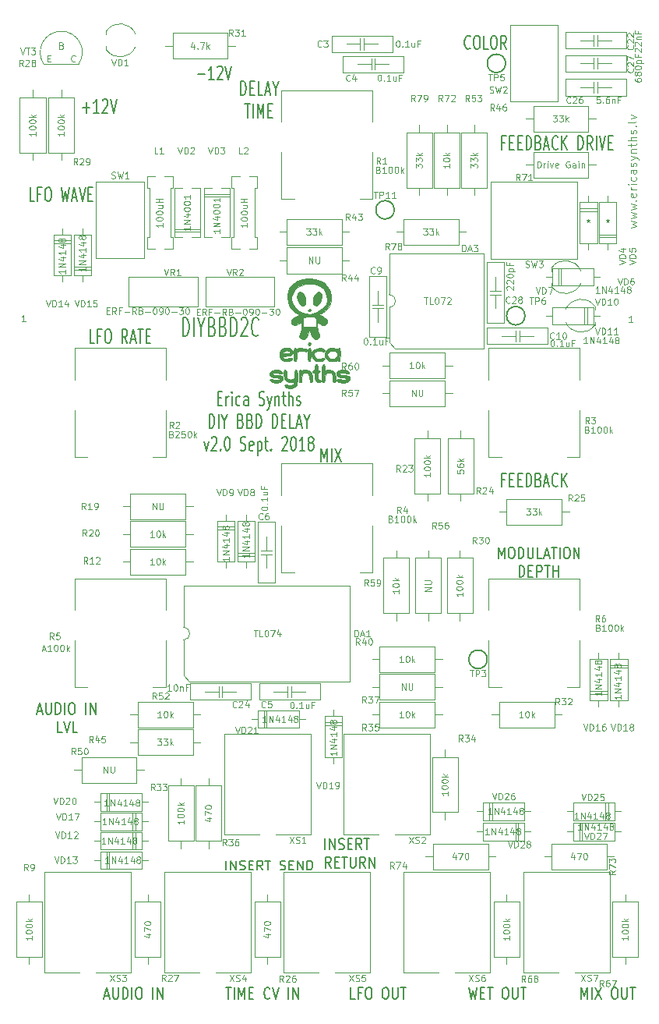
<source format=gto>
G04 #@! TF.FileFunction,Legend,Top*
%FSLAX46Y46*%
G04 Gerber Fmt 4.6, Leading zero omitted, Abs format (unit mm)*
G04 Created by KiCad (PCBNEW (2016-08-20 BZR 7083)-product) date Sat Sep 29 14:41:50 2018*
%MOMM*%
%LPD*%
G01*
G04 APERTURE LIST*
%ADD10C,0.100000*%
%ADD11C,0.200000*%
%ADD12C,0.150000*%
G04 APERTURE END LIST*
D10*
X4150000Y102550000D02*
X4383333Y102550000D01*
X4483333Y102183334D02*
X4150000Y102183334D01*
X4150000Y102883334D01*
X4483333Y102883334D01*
X5650000Y103950000D02*
X5750000Y103916667D01*
X5783333Y103883334D01*
X5816666Y103816667D01*
X5816666Y103716667D01*
X5783333Y103650000D01*
X5750000Y103616667D01*
X5683333Y103583334D01*
X5416666Y103583334D01*
X5416666Y104283334D01*
X5650000Y104283334D01*
X5716666Y104250000D01*
X5750000Y104216667D01*
X5783333Y104150000D01*
X5783333Y104083334D01*
X5750000Y104016667D01*
X5716666Y103983334D01*
X5650000Y103950000D01*
X5416666Y103950000D01*
X7116666Y102250000D02*
X7083333Y102216667D01*
X6983333Y102183334D01*
X6916666Y102183334D01*
X6816666Y102216667D01*
X6750000Y102283334D01*
X6716666Y102350000D01*
X6683333Y102483334D01*
X6683333Y102583334D01*
X6716666Y102716667D01*
X6750000Y102783334D01*
X6816666Y102850000D01*
X6916666Y102883334D01*
X6983333Y102883334D01*
X7083333Y102850000D01*
X7116666Y102816667D01*
X1700000Y73983334D02*
X1300000Y73983334D01*
X1500000Y73983334D02*
X1500000Y74683334D01*
X1433333Y74583334D01*
X1366666Y74516667D01*
X1300000Y74483334D01*
X67700000Y73883334D02*
X67300000Y73883334D01*
X67500000Y73883334D02*
X67500000Y74583334D01*
X67433333Y74483334D01*
X67366666Y74416667D01*
X67300000Y74383334D01*
X67507142Y84192858D02*
X68107142Y84364286D01*
X67678571Y84535715D01*
X68107142Y84707143D01*
X67507142Y84878572D01*
X67507142Y85135715D02*
X68107142Y85307143D01*
X67678571Y85478572D01*
X68107142Y85650000D01*
X67507142Y85821429D01*
X67507142Y86078572D02*
X68107142Y86250000D01*
X67678571Y86421429D01*
X68107142Y86592858D01*
X67507142Y86764286D01*
X68021428Y87107143D02*
X68064285Y87150000D01*
X68107142Y87107143D01*
X68064285Y87064286D01*
X68021428Y87107143D01*
X68107142Y87107143D01*
X68064285Y87878572D02*
X68107142Y87792858D01*
X68107142Y87621429D01*
X68064285Y87535715D01*
X67978571Y87492858D01*
X67635714Y87492858D01*
X67550000Y87535715D01*
X67507142Y87621429D01*
X67507142Y87792858D01*
X67550000Y87878572D01*
X67635714Y87921429D01*
X67721428Y87921429D01*
X67807142Y87492858D01*
X68107142Y88307143D02*
X67507142Y88307143D01*
X67678571Y88307143D02*
X67592857Y88350000D01*
X67550000Y88392858D01*
X67507142Y88478572D01*
X67507142Y88564286D01*
X68107142Y88864286D02*
X67507142Y88864286D01*
X67207142Y88864286D02*
X67250000Y88821429D01*
X67292857Y88864286D01*
X67250000Y88907143D01*
X67207142Y88864286D01*
X67292857Y88864286D01*
X68064285Y89678572D02*
X68107142Y89592858D01*
X68107142Y89421429D01*
X68064285Y89335715D01*
X68021428Y89292858D01*
X67935714Y89250000D01*
X67678571Y89250000D01*
X67592857Y89292858D01*
X67550000Y89335715D01*
X67507142Y89421429D01*
X67507142Y89592858D01*
X67550000Y89678572D01*
X68107142Y90450000D02*
X67635714Y90450000D01*
X67550000Y90407143D01*
X67507142Y90321429D01*
X67507142Y90150000D01*
X67550000Y90064286D01*
X68064285Y90450000D02*
X68107142Y90364286D01*
X68107142Y90150000D01*
X68064285Y90064286D01*
X67978571Y90021429D01*
X67892857Y90021429D01*
X67807142Y90064286D01*
X67764285Y90150000D01*
X67764285Y90364286D01*
X67721428Y90450000D01*
X68064285Y90835715D02*
X68107142Y90921429D01*
X68107142Y91092858D01*
X68064285Y91178572D01*
X67978571Y91221429D01*
X67935714Y91221429D01*
X67850000Y91178572D01*
X67807142Y91092858D01*
X67807142Y90964286D01*
X67764285Y90878572D01*
X67678571Y90835715D01*
X67635714Y90835715D01*
X67550000Y90878572D01*
X67507142Y90964286D01*
X67507142Y91092858D01*
X67550000Y91178572D01*
X67507142Y91521429D02*
X68107142Y91735715D01*
X67507142Y91950000D02*
X68107142Y91735715D01*
X68321428Y91650000D01*
X68364285Y91607143D01*
X68407142Y91521429D01*
X67507142Y92292858D02*
X68107142Y92292858D01*
X67592857Y92292858D02*
X67550000Y92335715D01*
X67507142Y92421429D01*
X67507142Y92550000D01*
X67550000Y92635715D01*
X67635714Y92678572D01*
X68107142Y92678572D01*
X67507142Y92978572D02*
X67507142Y93321429D01*
X67207142Y93107143D02*
X67978571Y93107143D01*
X68064285Y93150000D01*
X68107142Y93235715D01*
X68107142Y93321429D01*
X68107142Y93621429D02*
X67207142Y93621429D01*
X68107142Y94007143D02*
X67635714Y94007143D01*
X67550000Y93964286D01*
X67507142Y93878572D01*
X67507142Y93750000D01*
X67550000Y93664286D01*
X67592857Y93621429D01*
X68064285Y94392858D02*
X68107142Y94478572D01*
X68107142Y94650000D01*
X68064285Y94735715D01*
X67978571Y94778572D01*
X67935714Y94778572D01*
X67850000Y94735715D01*
X67807142Y94650000D01*
X67807142Y94521429D01*
X67764285Y94435715D01*
X67678571Y94392858D01*
X67635714Y94392858D01*
X67550000Y94435715D01*
X67507142Y94521429D01*
X67507142Y94650000D01*
X67550000Y94735715D01*
X68021428Y95164286D02*
X68064285Y95207143D01*
X68107142Y95164286D01*
X68064285Y95121429D01*
X68021428Y95164286D01*
X68107142Y95164286D01*
X68107142Y95721429D02*
X68064285Y95635715D01*
X67978571Y95592858D01*
X67207142Y95592858D01*
X67507142Y95978572D02*
X68107142Y96192858D01*
X67507142Y96407143D01*
D11*
X18814285Y72395239D02*
X18814285Y74395239D01*
X19100000Y74395239D01*
X19271428Y74300000D01*
X19385714Y74109524D01*
X19442857Y73919048D01*
X19500000Y73538096D01*
X19500000Y73252381D01*
X19442857Y72871429D01*
X19385714Y72680953D01*
X19271428Y72490477D01*
X19100000Y72395239D01*
X18814285Y72395239D01*
X20014285Y72395239D02*
X20014285Y74395239D01*
X20814285Y73347620D02*
X20814285Y72395239D01*
X20414285Y74395239D02*
X20814285Y73347620D01*
X21214285Y74395239D01*
X22014285Y73442858D02*
X22185714Y73347620D01*
X22242857Y73252381D01*
X22300000Y73061905D01*
X22300000Y72776191D01*
X22242857Y72585715D01*
X22185714Y72490477D01*
X22071428Y72395239D01*
X21614285Y72395239D01*
X21614285Y74395239D01*
X22014285Y74395239D01*
X22128571Y74300000D01*
X22185714Y74204762D01*
X22242857Y74014286D01*
X22242857Y73823810D01*
X22185714Y73633334D01*
X22128571Y73538096D01*
X22014285Y73442858D01*
X21614285Y73442858D01*
X23214285Y73442858D02*
X23385714Y73347620D01*
X23442857Y73252381D01*
X23500000Y73061905D01*
X23500000Y72776191D01*
X23442857Y72585715D01*
X23385714Y72490477D01*
X23271428Y72395239D01*
X22814285Y72395239D01*
X22814285Y74395239D01*
X23214285Y74395239D01*
X23328571Y74300000D01*
X23385714Y74204762D01*
X23442857Y74014286D01*
X23442857Y73823810D01*
X23385714Y73633334D01*
X23328571Y73538096D01*
X23214285Y73442858D01*
X22814285Y73442858D01*
X24014285Y72395239D02*
X24014285Y74395239D01*
X24300000Y74395239D01*
X24471428Y74300000D01*
X24585714Y74109524D01*
X24642857Y73919048D01*
X24700000Y73538096D01*
X24700000Y73252381D01*
X24642857Y72871429D01*
X24585714Y72680953D01*
X24471428Y72490477D01*
X24300000Y72395239D01*
X24014285Y72395239D01*
X25157142Y74204762D02*
X25214285Y74300000D01*
X25328571Y74395239D01*
X25614285Y74395239D01*
X25728571Y74300000D01*
X25785714Y74204762D01*
X25842857Y74014286D01*
X25842857Y73823810D01*
X25785714Y73538096D01*
X25100000Y72395239D01*
X25842857Y72395239D01*
X27042857Y72585715D02*
X26985714Y72490477D01*
X26814285Y72395239D01*
X26700000Y72395239D01*
X26528571Y72490477D01*
X26414285Y72680953D01*
X26357142Y72871429D01*
X26300000Y73252381D01*
X26300000Y73538096D01*
X26357142Y73919048D01*
X26414285Y74109524D01*
X26528571Y74300000D01*
X26700000Y74395239D01*
X26814285Y74395239D01*
X26985714Y74300000D01*
X27042857Y74204762D01*
X53119047Y48257143D02*
X53119047Y49457143D01*
X53452380Y48600000D01*
X53785714Y49457143D01*
X53785714Y48257143D01*
X54452380Y49457143D02*
X54642857Y49457143D01*
X54738095Y49400000D01*
X54833333Y49285715D01*
X54880952Y49057143D01*
X54880952Y48657143D01*
X54833333Y48428572D01*
X54738095Y48314286D01*
X54642857Y48257143D01*
X54452380Y48257143D01*
X54357142Y48314286D01*
X54261904Y48428572D01*
X54214285Y48657143D01*
X54214285Y49057143D01*
X54261904Y49285715D01*
X54357142Y49400000D01*
X54452380Y49457143D01*
X55309523Y48257143D02*
X55309523Y49457143D01*
X55547619Y49457143D01*
X55690476Y49400000D01*
X55785714Y49285715D01*
X55833333Y49171429D01*
X55880952Y48942858D01*
X55880952Y48771429D01*
X55833333Y48542858D01*
X55785714Y48428572D01*
X55690476Y48314286D01*
X55547619Y48257143D01*
X55309523Y48257143D01*
X56309523Y49457143D02*
X56309523Y48485715D01*
X56357142Y48371429D01*
X56404761Y48314286D01*
X56500000Y48257143D01*
X56690476Y48257143D01*
X56785714Y48314286D01*
X56833333Y48371429D01*
X56880952Y48485715D01*
X56880952Y49457143D01*
X57833333Y48257143D02*
X57357142Y48257143D01*
X57357142Y49457143D01*
X58119047Y48600000D02*
X58595238Y48600000D01*
X58023809Y48257143D02*
X58357142Y49457143D01*
X58690476Y48257143D01*
X58880952Y49457143D02*
X59452380Y49457143D01*
X59166666Y48257143D02*
X59166666Y49457143D01*
X59785714Y48257143D02*
X59785714Y49457143D01*
X60452380Y49457143D02*
X60642857Y49457143D01*
X60738095Y49400000D01*
X60833333Y49285715D01*
X60880952Y49057143D01*
X60880952Y48657143D01*
X60833333Y48428572D01*
X60738095Y48314286D01*
X60642857Y48257143D01*
X60452380Y48257143D01*
X60357142Y48314286D01*
X60261904Y48428572D01*
X60214285Y48657143D01*
X60214285Y49057143D01*
X60261904Y49285715D01*
X60357142Y49400000D01*
X60452380Y49457143D01*
X61309523Y48257143D02*
X61309523Y49457143D01*
X61880952Y48257143D01*
X61880952Y49457143D01*
X55380952Y46257143D02*
X55380952Y47457143D01*
X55619047Y47457143D01*
X55761904Y47400000D01*
X55857142Y47285715D01*
X55904761Y47171429D01*
X55952380Y46942858D01*
X55952380Y46771429D01*
X55904761Y46542858D01*
X55857142Y46428572D01*
X55761904Y46314286D01*
X55619047Y46257143D01*
X55380952Y46257143D01*
X56380952Y46885715D02*
X56714285Y46885715D01*
X56857142Y46257143D02*
X56380952Y46257143D01*
X56380952Y47457143D01*
X56857142Y47457143D01*
X57285714Y46257143D02*
X57285714Y47457143D01*
X57666666Y47457143D01*
X57761904Y47400000D01*
X57809523Y47342858D01*
X57857142Y47228572D01*
X57857142Y47057143D01*
X57809523Y46942858D01*
X57761904Y46885715D01*
X57666666Y46828572D01*
X57285714Y46828572D01*
X58142857Y47457143D02*
X58714285Y47457143D01*
X58428571Y46257143D02*
X58428571Y47457143D01*
X59047619Y46257143D02*
X59047619Y47457143D01*
X59047619Y46885715D02*
X59619047Y46885715D01*
X59619047Y46257143D02*
X59619047Y47457143D01*
X3033333Y31700000D02*
X3509523Y31700000D01*
X2938095Y31357143D02*
X3271428Y32557143D01*
X3604761Y31357143D01*
X3938095Y32557143D02*
X3938095Y31585715D01*
X3985714Y31471429D01*
X4033333Y31414286D01*
X4128571Y31357143D01*
X4319047Y31357143D01*
X4414285Y31414286D01*
X4461904Y31471429D01*
X4509523Y31585715D01*
X4509523Y32557143D01*
X4985714Y31357143D02*
X4985714Y32557143D01*
X5223809Y32557143D01*
X5366666Y32500000D01*
X5461904Y32385715D01*
X5509523Y32271429D01*
X5557142Y32042858D01*
X5557142Y31871429D01*
X5509523Y31642858D01*
X5461904Y31528572D01*
X5366666Y31414286D01*
X5223809Y31357143D01*
X4985714Y31357143D01*
X5985714Y31357143D02*
X5985714Y32557143D01*
X6652380Y32557143D02*
X6842857Y32557143D01*
X6938095Y32500000D01*
X7033333Y32385715D01*
X7080952Y32157143D01*
X7080952Y31757143D01*
X7033333Y31528572D01*
X6938095Y31414286D01*
X6842857Y31357143D01*
X6652380Y31357143D01*
X6557142Y31414286D01*
X6461904Y31528572D01*
X6414285Y31757143D01*
X6414285Y32157143D01*
X6461904Y32385715D01*
X6557142Y32500000D01*
X6652380Y32557143D01*
X8271428Y31357143D02*
X8271428Y32557143D01*
X8747619Y31357143D02*
X8747619Y32557143D01*
X9319047Y31357143D01*
X9319047Y32557143D01*
X5676190Y29357143D02*
X5200000Y29357143D01*
X5200000Y30557143D01*
X5866666Y30557143D02*
X6200000Y29357143D01*
X6533333Y30557143D01*
X7342857Y29357143D02*
X6866666Y29357143D01*
X6866666Y30557143D01*
X34285714Y16657143D02*
X34285714Y17857143D01*
X34761904Y16657143D02*
X34761904Y17857143D01*
X35333333Y16657143D01*
X35333333Y17857143D01*
X35761904Y16714286D02*
X35904761Y16657143D01*
X36142857Y16657143D01*
X36238095Y16714286D01*
X36285714Y16771429D01*
X36333333Y16885715D01*
X36333333Y17000000D01*
X36285714Y17114286D01*
X36238095Y17171429D01*
X36142857Y17228572D01*
X35952380Y17285715D01*
X35857142Y17342858D01*
X35809523Y17400000D01*
X35761904Y17514286D01*
X35761904Y17628572D01*
X35809523Y17742858D01*
X35857142Y17800000D01*
X35952380Y17857143D01*
X36190476Y17857143D01*
X36333333Y17800000D01*
X36761904Y17285715D02*
X37095238Y17285715D01*
X37238095Y16657143D02*
X36761904Y16657143D01*
X36761904Y17857143D01*
X37238095Y17857143D01*
X38238095Y16657143D02*
X37904761Y17228572D01*
X37666666Y16657143D02*
X37666666Y17857143D01*
X38047619Y17857143D01*
X38142857Y17800000D01*
X38190476Y17742858D01*
X38238095Y17628572D01*
X38238095Y17457143D01*
X38190476Y17342858D01*
X38142857Y17285715D01*
X38047619Y17228572D01*
X37666666Y17228572D01*
X38523809Y17857143D02*
X39095238Y17857143D01*
X38809523Y16657143D02*
X38809523Y17857143D01*
X34928571Y14657143D02*
X34595238Y15228572D01*
X34357142Y14657143D02*
X34357142Y15857143D01*
X34738095Y15857143D01*
X34833333Y15800000D01*
X34880952Y15742858D01*
X34928571Y15628572D01*
X34928571Y15457143D01*
X34880952Y15342858D01*
X34833333Y15285715D01*
X34738095Y15228572D01*
X34357142Y15228572D01*
X35357142Y15285715D02*
X35690476Y15285715D01*
X35833333Y14657143D02*
X35357142Y14657143D01*
X35357142Y15857143D01*
X35833333Y15857143D01*
X36119047Y15857143D02*
X36690476Y15857143D01*
X36404761Y14657143D02*
X36404761Y15857143D01*
X37023809Y15857143D02*
X37023809Y14885715D01*
X37071428Y14771429D01*
X37119047Y14714286D01*
X37214285Y14657143D01*
X37404761Y14657143D01*
X37499999Y14714286D01*
X37547619Y14771429D01*
X37595238Y14885715D01*
X37595238Y15857143D01*
X38642857Y14657143D02*
X38309523Y15228572D01*
X38071428Y14657143D02*
X38071428Y15857143D01*
X38452380Y15857143D01*
X38547619Y15800000D01*
X38595238Y15742858D01*
X38642857Y15628572D01*
X38642857Y15457143D01*
X38595238Y15342858D01*
X38547619Y15285715D01*
X38452380Y15228572D01*
X38071428Y15228572D01*
X39071428Y14657143D02*
X39071428Y15857143D01*
X39642857Y14657143D01*
X39642857Y15857143D01*
X50057142Y103664286D02*
X50009523Y103592858D01*
X49866666Y103521429D01*
X49771428Y103521429D01*
X49628571Y103592858D01*
X49533333Y103735715D01*
X49485714Y103878572D01*
X49438095Y104164286D01*
X49438095Y104378572D01*
X49485714Y104664286D01*
X49533333Y104807143D01*
X49628571Y104950000D01*
X49771428Y105021429D01*
X49866666Y105021429D01*
X50009523Y104950000D01*
X50057142Y104878572D01*
X50676190Y105021429D02*
X50866666Y105021429D01*
X50961904Y104950000D01*
X51057142Y104807143D01*
X51104761Y104521429D01*
X51104761Y104021429D01*
X51057142Y103735715D01*
X50961904Y103592858D01*
X50866666Y103521429D01*
X50676190Y103521429D01*
X50580952Y103592858D01*
X50485714Y103735715D01*
X50438095Y104021429D01*
X50438095Y104521429D01*
X50485714Y104807143D01*
X50580952Y104950000D01*
X50676190Y105021429D01*
X52009523Y103521429D02*
X51533333Y103521429D01*
X51533333Y105021429D01*
X52533333Y105021429D02*
X52723809Y105021429D01*
X52819047Y104950000D01*
X52914285Y104807143D01*
X52961904Y104521429D01*
X52961904Y104021429D01*
X52914285Y103735715D01*
X52819047Y103592858D01*
X52723809Y103521429D01*
X52533333Y103521429D01*
X52438095Y103592858D01*
X52342857Y103735715D01*
X52295238Y104021429D01*
X52295238Y104521429D01*
X52342857Y104807143D01*
X52438095Y104950000D01*
X52533333Y105021429D01*
X53961904Y103521429D02*
X53628571Y104235715D01*
X53390476Y103521429D02*
X53390476Y105021429D01*
X53771428Y105021429D01*
X53866666Y104950000D01*
X53914285Y104878572D01*
X53961904Y104735715D01*
X53961904Y104521429D01*
X53914285Y104378572D01*
X53866666Y104307143D01*
X53771428Y104235715D01*
X53390476Y104235715D01*
X2695238Y87021429D02*
X2219047Y87021429D01*
X2219047Y88521429D01*
X3361904Y87807143D02*
X3028571Y87807143D01*
X3028571Y87021429D02*
X3028571Y88521429D01*
X3504761Y88521429D01*
X4076190Y88521429D02*
X4266666Y88521429D01*
X4361904Y88450000D01*
X4457142Y88307143D01*
X4504761Y88021429D01*
X4504761Y87521429D01*
X4457142Y87235715D01*
X4361904Y87092858D01*
X4266666Y87021429D01*
X4076190Y87021429D01*
X3980952Y87092858D01*
X3885714Y87235715D01*
X3838095Y87521429D01*
X3838095Y88021429D01*
X3885714Y88307143D01*
X3980952Y88450000D01*
X4076190Y88521429D01*
X5600000Y88521429D02*
X5838095Y87021429D01*
X6028571Y88092858D01*
X6219047Y87021429D01*
X6457142Y88521429D01*
X6790476Y87450000D02*
X7266666Y87450000D01*
X6695238Y87021429D02*
X7028571Y88521429D01*
X7361904Y87021429D01*
X7552380Y88521429D02*
X7885714Y87021429D01*
X8219047Y88521429D01*
X8552380Y87807143D02*
X8885714Y87807143D01*
X9028571Y87021429D02*
X8552380Y87021429D01*
X8552380Y88521429D01*
X9028571Y88521429D01*
X22623809Y65657143D02*
X22957142Y65657143D01*
X23100000Y64871429D02*
X22623809Y64871429D01*
X22623809Y66371429D01*
X23100000Y66371429D01*
X23528571Y64871429D02*
X23528571Y65871429D01*
X23528571Y65585715D02*
X23576190Y65728572D01*
X23623809Y65800000D01*
X23719047Y65871429D01*
X23814285Y65871429D01*
X24147619Y64871429D02*
X24147619Y65871429D01*
X24147619Y66371429D02*
X24100000Y66300000D01*
X24147619Y66228572D01*
X24195238Y66300000D01*
X24147619Y66371429D01*
X24147619Y66228572D01*
X25052380Y64942858D02*
X24957142Y64871429D01*
X24766666Y64871429D01*
X24671428Y64942858D01*
X24623809Y65014286D01*
X24576190Y65157143D01*
X24576190Y65585715D01*
X24623809Y65728572D01*
X24671428Y65800000D01*
X24766666Y65871429D01*
X24957142Y65871429D01*
X25052380Y65800000D01*
X25909523Y64871429D02*
X25909523Y65657143D01*
X25861904Y65800000D01*
X25766666Y65871429D01*
X25576190Y65871429D01*
X25480952Y65800000D01*
X25909523Y64942858D02*
X25814285Y64871429D01*
X25576190Y64871429D01*
X25480952Y64942858D01*
X25433333Y65085715D01*
X25433333Y65228572D01*
X25480952Y65371429D01*
X25576190Y65442858D01*
X25814285Y65442858D01*
X25909523Y65514286D01*
X27100000Y64942858D02*
X27242857Y64871429D01*
X27480952Y64871429D01*
X27576190Y64942858D01*
X27623809Y65014286D01*
X27671428Y65157143D01*
X27671428Y65300000D01*
X27623809Y65442858D01*
X27576190Y65514286D01*
X27480952Y65585715D01*
X27290476Y65657143D01*
X27195238Y65728572D01*
X27147619Y65800000D01*
X27100000Y65942858D01*
X27100000Y66085715D01*
X27147619Y66228572D01*
X27195238Y66300000D01*
X27290476Y66371429D01*
X27528571Y66371429D01*
X27671428Y66300000D01*
X28004761Y65871429D02*
X28242857Y64871429D01*
X28480952Y65871429D02*
X28242857Y64871429D01*
X28147619Y64514286D01*
X28100000Y64442858D01*
X28004761Y64371429D01*
X28861904Y65871429D02*
X28861904Y64871429D01*
X28861904Y65728572D02*
X28909523Y65800000D01*
X29004761Y65871429D01*
X29147619Y65871429D01*
X29242857Y65800000D01*
X29290476Y65657143D01*
X29290476Y64871429D01*
X29623809Y65871429D02*
X30004761Y65871429D01*
X29766666Y66371429D02*
X29766666Y65085715D01*
X29814285Y64942858D01*
X29909523Y64871429D01*
X30004761Y64871429D01*
X30338095Y64871429D02*
X30338095Y66371429D01*
X30766666Y64871429D02*
X30766666Y65657143D01*
X30719047Y65800000D01*
X30623809Y65871429D01*
X30480952Y65871429D01*
X30385714Y65800000D01*
X30338095Y65728572D01*
X31195238Y64942858D02*
X31290476Y64871429D01*
X31480952Y64871429D01*
X31576190Y64942858D01*
X31623809Y65085715D01*
X31623809Y65157143D01*
X31576190Y65300000D01*
X31480952Y65371429D01*
X31338095Y65371429D01*
X31242857Y65442858D01*
X31195238Y65585715D01*
X31195238Y65657143D01*
X31242857Y65800000D01*
X31338095Y65871429D01*
X31480952Y65871429D01*
X31576190Y65800000D01*
X21695238Y62421429D02*
X21695238Y63921429D01*
X21933333Y63921429D01*
X22076190Y63850000D01*
X22171428Y63707143D01*
X22219047Y63564286D01*
X22266666Y63278572D01*
X22266666Y63064286D01*
X22219047Y62778572D01*
X22171428Y62635715D01*
X22076190Y62492858D01*
X21933333Y62421429D01*
X21695238Y62421429D01*
X22695238Y62421429D02*
X22695238Y63921429D01*
X23361904Y63135715D02*
X23361904Y62421429D01*
X23028571Y63921429D02*
X23361904Y63135715D01*
X23695238Y63921429D01*
X25123809Y63207143D02*
X25266666Y63135715D01*
X25314285Y63064286D01*
X25361904Y62921429D01*
X25361904Y62707143D01*
X25314285Y62564286D01*
X25266666Y62492858D01*
X25171428Y62421429D01*
X24790476Y62421429D01*
X24790476Y63921429D01*
X25123809Y63921429D01*
X25219047Y63850000D01*
X25266666Y63778572D01*
X25314285Y63635715D01*
X25314285Y63492858D01*
X25266666Y63350000D01*
X25219047Y63278572D01*
X25123809Y63207143D01*
X24790476Y63207143D01*
X26123809Y63207143D02*
X26266666Y63135715D01*
X26314285Y63064286D01*
X26361904Y62921429D01*
X26361904Y62707143D01*
X26314285Y62564286D01*
X26266666Y62492858D01*
X26171428Y62421429D01*
X25790476Y62421429D01*
X25790476Y63921429D01*
X26123809Y63921429D01*
X26219047Y63850000D01*
X26266666Y63778572D01*
X26314285Y63635715D01*
X26314285Y63492858D01*
X26266666Y63350000D01*
X26219047Y63278572D01*
X26123809Y63207143D01*
X25790476Y63207143D01*
X26790476Y62421429D02*
X26790476Y63921429D01*
X27028571Y63921429D01*
X27171428Y63850000D01*
X27266666Y63707143D01*
X27314285Y63564286D01*
X27361904Y63278572D01*
X27361904Y63064286D01*
X27314285Y62778572D01*
X27266666Y62635715D01*
X27171428Y62492858D01*
X27028571Y62421429D01*
X26790476Y62421429D01*
X28552380Y62421429D02*
X28552380Y63921429D01*
X28790476Y63921429D01*
X28933333Y63850000D01*
X29028571Y63707143D01*
X29076190Y63564286D01*
X29123809Y63278572D01*
X29123809Y63064286D01*
X29076190Y62778572D01*
X29028571Y62635715D01*
X28933333Y62492858D01*
X28790476Y62421429D01*
X28552380Y62421429D01*
X29552380Y63207143D02*
X29885714Y63207143D01*
X30028571Y62421429D02*
X29552380Y62421429D01*
X29552380Y63921429D01*
X30028571Y63921429D01*
X30933333Y62421429D02*
X30457142Y62421429D01*
X30457142Y63921429D01*
X31219047Y62850000D02*
X31695238Y62850000D01*
X31123809Y62421429D02*
X31457142Y63921429D01*
X31790476Y62421429D01*
X32314285Y63135715D02*
X32314285Y62421429D01*
X31980952Y63921429D02*
X32314285Y63135715D01*
X32647619Y63921429D01*
X21123809Y60971429D02*
X21361904Y59971429D01*
X21600000Y60971429D01*
X21933333Y61328572D02*
X21980952Y61400000D01*
X22076190Y61471429D01*
X22314285Y61471429D01*
X22409523Y61400000D01*
X22457142Y61328572D01*
X22504761Y61185715D01*
X22504761Y61042858D01*
X22457142Y60828572D01*
X21885714Y59971429D01*
X22504761Y59971429D01*
X22933333Y60114286D02*
X22980952Y60042858D01*
X22933333Y59971429D01*
X22885714Y60042858D01*
X22933333Y60114286D01*
X22933333Y59971429D01*
X23600000Y61471429D02*
X23695238Y61471429D01*
X23790476Y61400000D01*
X23838095Y61328572D01*
X23885714Y61185715D01*
X23933333Y60900000D01*
X23933333Y60542858D01*
X23885714Y60257143D01*
X23838095Y60114286D01*
X23790476Y60042858D01*
X23695238Y59971429D01*
X23600000Y59971429D01*
X23504761Y60042858D01*
X23457142Y60114286D01*
X23409523Y60257143D01*
X23361904Y60542858D01*
X23361904Y60900000D01*
X23409523Y61185715D01*
X23457142Y61328572D01*
X23504761Y61400000D01*
X23600000Y61471429D01*
X25076190Y60042858D02*
X25219047Y59971429D01*
X25457142Y59971429D01*
X25552380Y60042858D01*
X25600000Y60114286D01*
X25647619Y60257143D01*
X25647619Y60400000D01*
X25600000Y60542858D01*
X25552380Y60614286D01*
X25457142Y60685715D01*
X25266666Y60757143D01*
X25171428Y60828572D01*
X25123809Y60900000D01*
X25076190Y61042858D01*
X25076190Y61185715D01*
X25123809Y61328572D01*
X25171428Y61400000D01*
X25266666Y61471429D01*
X25504761Y61471429D01*
X25647619Y61400000D01*
X26457142Y60042858D02*
X26361904Y59971429D01*
X26171428Y59971429D01*
X26076190Y60042858D01*
X26028571Y60185715D01*
X26028571Y60757143D01*
X26076190Y60900000D01*
X26171428Y60971429D01*
X26361904Y60971429D01*
X26457142Y60900000D01*
X26504761Y60757143D01*
X26504761Y60614286D01*
X26028571Y60471429D01*
X26933333Y60971429D02*
X26933333Y59471429D01*
X26933333Y60900000D02*
X27028571Y60971429D01*
X27219047Y60971429D01*
X27314285Y60900000D01*
X27361904Y60828572D01*
X27409523Y60685715D01*
X27409523Y60257143D01*
X27361904Y60114286D01*
X27314285Y60042858D01*
X27219047Y59971429D01*
X27028571Y59971429D01*
X26933333Y60042858D01*
X27695238Y60971429D02*
X28076190Y60971429D01*
X27838095Y61471429D02*
X27838095Y60185715D01*
X27885714Y60042858D01*
X27980952Y59971429D01*
X28076190Y59971429D01*
X28409523Y60114286D02*
X28457142Y60042858D01*
X28409523Y59971429D01*
X28361904Y60042858D01*
X28409523Y60114286D01*
X28409523Y59971429D01*
X29600000Y61328572D02*
X29647619Y61400000D01*
X29742857Y61471429D01*
X29980952Y61471429D01*
X30076190Y61400000D01*
X30123809Y61328572D01*
X30171428Y61185715D01*
X30171428Y61042858D01*
X30123809Y60828572D01*
X29552380Y59971429D01*
X30171428Y59971429D01*
X30790476Y61471429D02*
X30885714Y61471429D01*
X30980952Y61400000D01*
X31028571Y61328572D01*
X31076190Y61185715D01*
X31123809Y60900000D01*
X31123809Y60542858D01*
X31076190Y60257143D01*
X31028571Y60114286D01*
X30980952Y60042858D01*
X30885714Y59971429D01*
X30790476Y59971429D01*
X30695238Y60042858D01*
X30647619Y60114286D01*
X30600000Y60257143D01*
X30552380Y60542858D01*
X30552380Y60900000D01*
X30600000Y61185715D01*
X30647619Y61328572D01*
X30695238Y61400000D01*
X30790476Y61471429D01*
X32076190Y59971429D02*
X31504761Y59971429D01*
X31790476Y59971429D02*
X31790476Y61471429D01*
X31695238Y61257143D01*
X31600000Y61114286D01*
X31504761Y61042858D01*
X32647619Y60828572D02*
X32552380Y60900000D01*
X32504761Y60971429D01*
X32457142Y61114286D01*
X32457142Y61185715D01*
X32504761Y61328572D01*
X32552380Y61400000D01*
X32647619Y61471429D01*
X32838095Y61471429D01*
X32933333Y61400000D01*
X32980952Y61328572D01*
X33028571Y61185715D01*
X33028571Y61114286D01*
X32980952Y60971429D01*
X32933333Y60900000D01*
X32838095Y60828572D01*
X32647619Y60828572D01*
X32552380Y60757143D01*
X32504761Y60685715D01*
X32457142Y60542858D01*
X32457142Y60257143D01*
X32504761Y60114286D01*
X32552380Y60042858D01*
X32647619Y59971429D01*
X32838095Y59971429D01*
X32933333Y60042858D01*
X32980952Y60114286D01*
X33028571Y60257143D01*
X33028571Y60542858D01*
X32980952Y60685715D01*
X32933333Y60757143D01*
X32838095Y60828572D01*
X25123809Y98546429D02*
X25123809Y100046429D01*
X25361904Y100046429D01*
X25504761Y99975000D01*
X25600000Y99832143D01*
X25647619Y99689286D01*
X25695238Y99403572D01*
X25695238Y99189286D01*
X25647619Y98903572D01*
X25600000Y98760715D01*
X25504761Y98617858D01*
X25361904Y98546429D01*
X25123809Y98546429D01*
X26123809Y99332143D02*
X26457142Y99332143D01*
X26600000Y98546429D02*
X26123809Y98546429D01*
X26123809Y100046429D01*
X26600000Y100046429D01*
X27504761Y98546429D02*
X27028571Y98546429D01*
X27028571Y100046429D01*
X27790476Y98975000D02*
X28266666Y98975000D01*
X27695238Y98546429D02*
X28028571Y100046429D01*
X28361904Y98546429D01*
X28885714Y99260715D02*
X28885714Y98546429D01*
X28552380Y100046429D02*
X28885714Y99260715D01*
X29219047Y100046429D01*
X25552380Y97596429D02*
X26123809Y97596429D01*
X25838095Y96096429D02*
X25838095Y97596429D01*
X26457142Y96096429D02*
X26457142Y97596429D01*
X26933333Y96096429D02*
X26933333Y97596429D01*
X27266666Y96525000D01*
X27600000Y97596429D01*
X27600000Y96096429D01*
X28076190Y96882143D02*
X28409523Y96882143D01*
X28552380Y96096429D02*
X28076190Y96096429D01*
X28076190Y97596429D01*
X28552380Y97596429D01*
X53809523Y93407143D02*
X53476190Y93407143D01*
X53476190Y92621429D02*
X53476190Y94121429D01*
X53952380Y94121429D01*
X54333333Y93407143D02*
X54666666Y93407143D01*
X54809523Y92621429D02*
X54333333Y92621429D01*
X54333333Y94121429D01*
X54809523Y94121429D01*
X55238095Y93407143D02*
X55571428Y93407143D01*
X55714285Y92621429D02*
X55238095Y92621429D01*
X55238095Y94121429D01*
X55714285Y94121429D01*
X56142857Y92621429D02*
X56142857Y94121429D01*
X56380952Y94121429D01*
X56523809Y94050000D01*
X56619047Y93907143D01*
X56666666Y93764286D01*
X56714285Y93478572D01*
X56714285Y93264286D01*
X56666666Y92978572D01*
X56619047Y92835715D01*
X56523809Y92692858D01*
X56380952Y92621429D01*
X56142857Y92621429D01*
X57476190Y93407143D02*
X57619047Y93335715D01*
X57666666Y93264286D01*
X57714285Y93121429D01*
X57714285Y92907143D01*
X57666666Y92764286D01*
X57619047Y92692858D01*
X57523809Y92621429D01*
X57142857Y92621429D01*
X57142857Y94121429D01*
X57476190Y94121429D01*
X57571428Y94050000D01*
X57619047Y93978572D01*
X57666666Y93835715D01*
X57666666Y93692858D01*
X57619047Y93550000D01*
X57571428Y93478572D01*
X57476190Y93407143D01*
X57142857Y93407143D01*
X58095238Y93050000D02*
X58571428Y93050000D01*
X58000000Y92621429D02*
X58333333Y94121429D01*
X58666666Y92621429D01*
X59571428Y92764286D02*
X59523809Y92692858D01*
X59380952Y92621429D01*
X59285714Y92621429D01*
X59142857Y92692858D01*
X59047619Y92835715D01*
X59000000Y92978572D01*
X58952380Y93264286D01*
X58952380Y93478572D01*
X59000000Y93764286D01*
X59047619Y93907143D01*
X59142857Y94050000D01*
X59285714Y94121429D01*
X59380952Y94121429D01*
X59523809Y94050000D01*
X59571428Y93978572D01*
X60000000Y92621429D02*
X60000000Y94121429D01*
X60571428Y92621429D02*
X60142857Y93478572D01*
X60571428Y94121429D02*
X60000000Y93264286D01*
X61761904Y92621429D02*
X61761904Y94121429D01*
X62000000Y94121429D01*
X62142857Y94050000D01*
X62238095Y93907143D01*
X62285714Y93764286D01*
X62333333Y93478572D01*
X62333333Y93264286D01*
X62285714Y92978572D01*
X62238095Y92835715D01*
X62142857Y92692858D01*
X62000000Y92621429D01*
X61761904Y92621429D01*
X63333333Y92621429D02*
X63000000Y93335715D01*
X62761904Y92621429D02*
X62761904Y94121429D01*
X63142857Y94121429D01*
X63238095Y94050000D01*
X63285714Y93978572D01*
X63333333Y93835715D01*
X63333333Y93621429D01*
X63285714Y93478572D01*
X63238095Y93407143D01*
X63142857Y93335715D01*
X62761904Y93335715D01*
X63761904Y92621429D02*
X63761904Y94121429D01*
X64095238Y94121429D02*
X64428571Y92621429D01*
X64761904Y94121429D01*
X65095238Y93407143D02*
X65428571Y93407143D01*
X65571428Y92621429D02*
X65095238Y92621429D01*
X65095238Y94121429D01*
X65571428Y94121429D01*
X53809523Y56807143D02*
X53476190Y56807143D01*
X53476190Y56021429D02*
X53476190Y57521429D01*
X53952380Y57521429D01*
X54333333Y56807143D02*
X54666666Y56807143D01*
X54809523Y56021429D02*
X54333333Y56021429D01*
X54333333Y57521429D01*
X54809523Y57521429D01*
X55238095Y56807143D02*
X55571428Y56807143D01*
X55714285Y56021429D02*
X55238095Y56021429D01*
X55238095Y57521429D01*
X55714285Y57521429D01*
X56142857Y56021429D02*
X56142857Y57521429D01*
X56380952Y57521429D01*
X56523809Y57450000D01*
X56619047Y57307143D01*
X56666666Y57164286D01*
X56714285Y56878572D01*
X56714285Y56664286D01*
X56666666Y56378572D01*
X56619047Y56235715D01*
X56523809Y56092858D01*
X56380952Y56021429D01*
X56142857Y56021429D01*
X57476190Y56807143D02*
X57619047Y56735715D01*
X57666666Y56664286D01*
X57714285Y56521429D01*
X57714285Y56307143D01*
X57666666Y56164286D01*
X57619047Y56092858D01*
X57523809Y56021429D01*
X57142857Y56021429D01*
X57142857Y57521429D01*
X57476190Y57521429D01*
X57571428Y57450000D01*
X57619047Y57378572D01*
X57666666Y57235715D01*
X57666666Y57092858D01*
X57619047Y56950000D01*
X57571428Y56878572D01*
X57476190Y56807143D01*
X57142857Y56807143D01*
X58095238Y56450000D02*
X58571428Y56450000D01*
X58000000Y56021429D02*
X58333333Y57521429D01*
X58666666Y56021429D01*
X59571428Y56164286D02*
X59523809Y56092858D01*
X59380952Y56021429D01*
X59285714Y56021429D01*
X59142857Y56092858D01*
X59047619Y56235715D01*
X59000000Y56378572D01*
X58952380Y56664286D01*
X58952380Y56878572D01*
X59000000Y57164286D01*
X59047619Y57307143D01*
X59142857Y57450000D01*
X59285714Y57521429D01*
X59380952Y57521429D01*
X59523809Y57450000D01*
X59571428Y57378572D01*
X60000000Y56021429D02*
X60000000Y57521429D01*
X60571428Y56021429D02*
X60142857Y56878572D01*
X60571428Y57521429D02*
X60000000Y56664286D01*
X9214285Y71621429D02*
X8738095Y71621429D01*
X8738095Y73121429D01*
X9880952Y72407143D02*
X9547619Y72407143D01*
X9547619Y71621429D02*
X9547619Y73121429D01*
X10023809Y73121429D01*
X10595238Y73121429D02*
X10785714Y73121429D01*
X10880952Y73050000D01*
X10976190Y72907143D01*
X11023809Y72621429D01*
X11023809Y72121429D01*
X10976190Y71835715D01*
X10880952Y71692858D01*
X10785714Y71621429D01*
X10595238Y71621429D01*
X10500000Y71692858D01*
X10404761Y71835715D01*
X10357142Y72121429D01*
X10357142Y72621429D01*
X10404761Y72907143D01*
X10500000Y73050000D01*
X10595238Y73121429D01*
X12785714Y71621429D02*
X12452380Y72335715D01*
X12214285Y71621429D02*
X12214285Y73121429D01*
X12595238Y73121429D01*
X12690476Y73050000D01*
X12738095Y72978572D01*
X12785714Y72835715D01*
X12785714Y72621429D01*
X12738095Y72478572D01*
X12690476Y72407143D01*
X12595238Y72335715D01*
X12214285Y72335715D01*
X13166666Y72050000D02*
X13642857Y72050000D01*
X13071428Y71621429D02*
X13404761Y73121429D01*
X13738095Y71621429D01*
X13928571Y73121429D02*
X14500000Y73121429D01*
X14214285Y71621429D02*
X14214285Y73121429D01*
X14833333Y72407143D02*
X15166666Y72407143D01*
X15309523Y71621429D02*
X14833333Y71621429D01*
X14833333Y73121429D01*
X15309523Y73121429D01*
X33852380Y58721429D02*
X33852380Y60221429D01*
X34185714Y59150000D01*
X34519047Y60221429D01*
X34519047Y58721429D01*
X34995238Y58721429D02*
X34995238Y60221429D01*
X35376190Y60221429D02*
X36042857Y58721429D01*
X36042857Y60221429D02*
X35376190Y58721429D01*
X62142857Y457143D02*
X62142857Y1657143D01*
X62476190Y800000D01*
X62809523Y1657143D01*
X62809523Y457143D01*
X63285714Y457143D02*
X63285714Y1657143D01*
X63666666Y1657143D02*
X64333333Y457143D01*
X64333333Y1657143D02*
X63666666Y457143D01*
X65666666Y1657143D02*
X65857142Y1657143D01*
X65952380Y1600000D01*
X66047619Y1485715D01*
X66095238Y1257143D01*
X66095238Y857143D01*
X66047619Y628572D01*
X65952380Y514286D01*
X65857142Y457143D01*
X65666666Y457143D01*
X65571428Y514286D01*
X65476190Y628572D01*
X65428571Y857143D01*
X65428571Y1257143D01*
X65476190Y1485715D01*
X65571428Y1600000D01*
X65666666Y1657143D01*
X66523809Y1657143D02*
X66523809Y685715D01*
X66571428Y571429D01*
X66619047Y514286D01*
X66714285Y457143D01*
X66904761Y457143D01*
X67000000Y514286D01*
X67047619Y571429D01*
X67095238Y685715D01*
X67095238Y1657143D01*
X67428571Y1657143D02*
X68000000Y1657143D01*
X67714285Y457143D02*
X67714285Y1657143D01*
X23533333Y14447620D02*
X23533333Y15447620D01*
X24009523Y14447620D02*
X24009523Y15447620D01*
X24580952Y14447620D01*
X24580952Y15447620D01*
X25009523Y14495239D02*
X25152380Y14447620D01*
X25390476Y14447620D01*
X25485714Y14495239D01*
X25533333Y14542858D01*
X25580952Y14638096D01*
X25580952Y14733334D01*
X25533333Y14828572D01*
X25485714Y14876191D01*
X25390476Y14923810D01*
X25200000Y14971429D01*
X25104761Y15019048D01*
X25057142Y15066667D01*
X25009523Y15161905D01*
X25009523Y15257143D01*
X25057142Y15352381D01*
X25104761Y15400000D01*
X25200000Y15447620D01*
X25438095Y15447620D01*
X25580952Y15400000D01*
X26009523Y14971429D02*
X26342857Y14971429D01*
X26485714Y14447620D02*
X26009523Y14447620D01*
X26009523Y15447620D01*
X26485714Y15447620D01*
X27485714Y14447620D02*
X27152380Y14923810D01*
X26914285Y14447620D02*
X26914285Y15447620D01*
X27295238Y15447620D01*
X27390476Y15400000D01*
X27438095Y15352381D01*
X27485714Y15257143D01*
X27485714Y15114286D01*
X27438095Y15019048D01*
X27390476Y14971429D01*
X27295238Y14923810D01*
X26914285Y14923810D01*
X27771428Y15447620D02*
X28342857Y15447620D01*
X28057142Y14447620D02*
X28057142Y15447620D01*
X29390476Y14495239D02*
X29533333Y14447620D01*
X29771428Y14447620D01*
X29866666Y14495239D01*
X29914285Y14542858D01*
X29961904Y14638096D01*
X29961904Y14733334D01*
X29914285Y14828572D01*
X29866666Y14876191D01*
X29771428Y14923810D01*
X29580952Y14971429D01*
X29485714Y15019048D01*
X29438095Y15066667D01*
X29390476Y15161905D01*
X29390476Y15257143D01*
X29438095Y15352381D01*
X29485714Y15400000D01*
X29580952Y15447620D01*
X29819047Y15447620D01*
X29961904Y15400000D01*
X30390476Y14971429D02*
X30723809Y14971429D01*
X30866666Y14447620D02*
X30390476Y14447620D01*
X30390476Y15447620D01*
X30866666Y15447620D01*
X31295238Y14447620D02*
X31295238Y15447620D01*
X31866666Y14447620D01*
X31866666Y15447620D01*
X32342857Y14447620D02*
X32342857Y15447620D01*
X32580952Y15447620D01*
X32723809Y15400000D01*
X32819047Y15304762D01*
X32866666Y15209524D01*
X32914285Y15019048D01*
X32914285Y14876191D01*
X32866666Y14685715D01*
X32819047Y14590477D01*
X32723809Y14495239D01*
X32580952Y14447620D01*
X32342857Y14447620D01*
X49928571Y1657143D02*
X50166666Y457143D01*
X50357142Y1314286D01*
X50547619Y457143D01*
X50785714Y1657143D01*
X51166666Y1085715D02*
X51500000Y1085715D01*
X51642857Y457143D02*
X51166666Y457143D01*
X51166666Y1657143D01*
X51642857Y1657143D01*
X51928571Y1657143D02*
X52500000Y1657143D01*
X52214285Y457143D02*
X52214285Y1657143D01*
X53785714Y1657143D02*
X53976190Y1657143D01*
X54071428Y1600000D01*
X54166666Y1485715D01*
X54214285Y1257143D01*
X54214285Y857143D01*
X54166666Y628572D01*
X54071428Y514286D01*
X53976190Y457143D01*
X53785714Y457143D01*
X53690476Y514286D01*
X53595238Y628572D01*
X53547619Y857143D01*
X53547619Y1257143D01*
X53595238Y1485715D01*
X53690476Y1600000D01*
X53785714Y1657143D01*
X54642857Y1657143D02*
X54642857Y685715D01*
X54690476Y571429D01*
X54738095Y514286D01*
X54833333Y457143D01*
X55023809Y457143D01*
X55119047Y514286D01*
X55166666Y571429D01*
X55214285Y685715D01*
X55214285Y1657143D01*
X55547619Y1657143D02*
X56119047Y1657143D01*
X55833333Y457143D02*
X55833333Y1657143D01*
X10333333Y800000D02*
X10809523Y800000D01*
X10238095Y457143D02*
X10571428Y1657143D01*
X10904761Y457143D01*
X11238095Y1657143D02*
X11238095Y685715D01*
X11285714Y571429D01*
X11333333Y514286D01*
X11428571Y457143D01*
X11619047Y457143D01*
X11714285Y514286D01*
X11761904Y571429D01*
X11809523Y685715D01*
X11809523Y1657143D01*
X12285714Y457143D02*
X12285714Y1657143D01*
X12523809Y1657143D01*
X12666666Y1600000D01*
X12761904Y1485715D01*
X12809523Y1371429D01*
X12857142Y1142858D01*
X12857142Y971429D01*
X12809523Y742858D01*
X12761904Y628572D01*
X12666666Y514286D01*
X12523809Y457143D01*
X12285714Y457143D01*
X13285714Y457143D02*
X13285714Y1657143D01*
X13952380Y1657143D02*
X14142857Y1657143D01*
X14238095Y1600000D01*
X14333333Y1485715D01*
X14380952Y1257143D01*
X14380952Y857143D01*
X14333333Y628572D01*
X14238095Y514286D01*
X14142857Y457143D01*
X13952380Y457143D01*
X13857142Y514286D01*
X13761904Y628572D01*
X13714285Y857143D01*
X13714285Y1257143D01*
X13761904Y1485715D01*
X13857142Y1600000D01*
X13952380Y1657143D01*
X15571428Y457143D02*
X15571428Y1657143D01*
X16047619Y457143D02*
X16047619Y1657143D01*
X16619047Y457143D01*
X16619047Y1657143D01*
X23500000Y1657143D02*
X24071428Y1657143D01*
X23785714Y457143D02*
X23785714Y1657143D01*
X24404761Y457143D02*
X24404761Y1657143D01*
X24880952Y457143D02*
X24880952Y1657143D01*
X25214285Y800000D01*
X25547619Y1657143D01*
X25547619Y457143D01*
X26023809Y1085715D02*
X26357142Y1085715D01*
X26500000Y457143D02*
X26023809Y457143D01*
X26023809Y1657143D01*
X26500000Y1657143D01*
X28261904Y571429D02*
X28214285Y514286D01*
X28071428Y457143D01*
X27976190Y457143D01*
X27833333Y514286D01*
X27738095Y628572D01*
X27690476Y742858D01*
X27642857Y971429D01*
X27642857Y1142858D01*
X27690476Y1371429D01*
X27738095Y1485715D01*
X27833333Y1600000D01*
X27976190Y1657143D01*
X28071428Y1657143D01*
X28214285Y1600000D01*
X28261904Y1542858D01*
X28547619Y1657143D02*
X28880952Y457143D01*
X29214285Y1657143D01*
X30309523Y457143D02*
X30309523Y1657143D01*
X30785714Y457143D02*
X30785714Y1657143D01*
X31357142Y457143D01*
X31357142Y1657143D01*
X37547619Y457143D02*
X37071428Y457143D01*
X37071428Y1657143D01*
X38214285Y1085715D02*
X37880952Y1085715D01*
X37880952Y457143D02*
X37880952Y1657143D01*
X38357142Y1657143D01*
X38928571Y1657143D02*
X39119047Y1657143D01*
X39214285Y1600000D01*
X39309523Y1485715D01*
X39357142Y1257143D01*
X39357142Y857143D01*
X39309523Y628572D01*
X39214285Y514286D01*
X39119047Y457143D01*
X38928571Y457143D01*
X38833333Y514286D01*
X38738095Y628572D01*
X38690476Y857143D01*
X38690476Y1257143D01*
X38738095Y1485715D01*
X38833333Y1600000D01*
X38928571Y1657143D01*
X40738095Y1657143D02*
X40928571Y1657143D01*
X41023809Y1600000D01*
X41119047Y1485715D01*
X41166666Y1257143D01*
X41166666Y857143D01*
X41119047Y628572D01*
X41023809Y514286D01*
X40928571Y457143D01*
X40738095Y457143D01*
X40642857Y514286D01*
X40547619Y628572D01*
X40500000Y857143D01*
X40500000Y1257143D01*
X40547619Y1485715D01*
X40642857Y1600000D01*
X40738095Y1657143D01*
X41595238Y1657143D02*
X41595238Y685715D01*
X41642857Y571429D01*
X41690476Y514286D01*
X41785714Y457143D01*
X41976190Y457143D01*
X42071428Y514286D01*
X42119047Y571429D01*
X42166666Y685715D01*
X42166666Y1657143D01*
X42500000Y1657143D02*
X43071428Y1657143D01*
X42785714Y457143D02*
X42785714Y1657143D01*
X20438095Y100792858D02*
X21200000Y100792858D01*
X22200000Y100221429D02*
X21628571Y100221429D01*
X21914285Y100221429D02*
X21914285Y101721429D01*
X21819047Y101507143D01*
X21723809Y101364286D01*
X21628571Y101292858D01*
X22580952Y101578572D02*
X22628571Y101650000D01*
X22723809Y101721429D01*
X22961904Y101721429D01*
X23057142Y101650000D01*
X23104761Y101578572D01*
X23152380Y101435715D01*
X23152380Y101292858D01*
X23104761Y101078572D01*
X22533333Y100221429D01*
X23152380Y100221429D01*
X23438095Y101721429D02*
X23771428Y100221429D01*
X24104761Y101721429D01*
X7938095Y97192858D02*
X8700000Y97192858D01*
X8319047Y96621429D02*
X8319047Y97764286D01*
X9700000Y96621429D02*
X9128571Y96621429D01*
X9414285Y96621429D02*
X9414285Y98121429D01*
X9319047Y97907143D01*
X9223809Y97764286D01*
X9128571Y97692858D01*
X10080952Y97978572D02*
X10128571Y98050000D01*
X10223809Y98121429D01*
X10461904Y98121429D01*
X10557142Y98050000D01*
X10604761Y97978572D01*
X10652380Y97835715D01*
X10652380Y97692858D01*
X10604761Y97478572D01*
X10033333Y96621429D01*
X10652380Y96621429D01*
X10938095Y98121429D02*
X11271428Y96621429D01*
X11604761Y98121429D01*
D10*
G36*
X31267218Y68073353D02*
X31265400Y67903799D01*
X31256789Y67600886D01*
X31241861Y67380944D01*
X31218401Y67225429D01*
X31184192Y67115795D01*
X31167067Y67080751D01*
X31025096Y66919142D01*
X30816068Y66802781D01*
X30567910Y66740846D01*
X30308549Y66742517D01*
X30203906Y66764144D01*
X30027716Y66837983D01*
X29913744Y66937637D01*
X29878721Y67046498D01*
X29886410Y67079254D01*
X29932030Y67143717D01*
X30013507Y67156413D01*
X30151822Y67117482D01*
X30241853Y67081633D01*
X30402882Y67031146D01*
X30546384Y67036654D01*
X30623031Y67056466D01*
X30792123Y67125683D01*
X30891903Y67224488D01*
X30945688Y67351671D01*
X30961524Y67425415D01*
X30928718Y67441343D01*
X30824397Y67410023D01*
X30821547Y67409030D01*
X30609759Y67370459D01*
X30378460Y67382511D01*
X30167454Y67439427D01*
X30028277Y67523803D01*
X29917583Y67639707D01*
X29847431Y67755741D01*
X29805673Y67903226D01*
X29780163Y68113484D01*
X29775122Y68176596D01*
X29771375Y68447405D01*
X29806856Y68631332D01*
X29880700Y68725303D01*
X29933000Y68737600D01*
X30021884Y68692567D01*
X30079912Y68555903D01*
X30107845Y68325264D01*
X30110800Y68190014D01*
X30117267Y67984762D01*
X30140379Y67854443D01*
X30185700Y67772992D01*
X30203700Y67754874D01*
X30340915Y67689000D01*
X30522839Y67672327D01*
X30705781Y67703978D01*
X30828469Y67767424D01*
X30889434Y67828921D01*
X30927773Y67909807D01*
X30950457Y68035897D01*
X30964458Y68233011D01*
X30966645Y68279148D01*
X30981832Y68501418D01*
X31005316Y68639166D01*
X31040790Y68709364D01*
X31063494Y68724178D01*
X31143504Y68732381D01*
X31201634Y68680530D01*
X31240132Y68559494D01*
X31261244Y68360145D01*
X31267218Y68073353D01*
X31267218Y68073353D01*
X31267218Y68073353D01*
G37*
X31267218Y68073353D02*
X31265400Y67903799D01*
X31256789Y67600886D01*
X31241861Y67380944D01*
X31218401Y67225429D01*
X31184192Y67115795D01*
X31167067Y67080751D01*
X31025096Y66919142D01*
X30816068Y66802781D01*
X30567910Y66740846D01*
X30308549Y66742517D01*
X30203906Y66764144D01*
X30027716Y66837983D01*
X29913744Y66937637D01*
X29878721Y67046498D01*
X29886410Y67079254D01*
X29932030Y67143717D01*
X30013507Y67156413D01*
X30151822Y67117482D01*
X30241853Y67081633D01*
X30402882Y67031146D01*
X30546384Y67036654D01*
X30623031Y67056466D01*
X30792123Y67125683D01*
X30891903Y67224488D01*
X30945688Y67351671D01*
X30961524Y67425415D01*
X30928718Y67441343D01*
X30824397Y67410023D01*
X30821547Y67409030D01*
X30609759Y67370459D01*
X30378460Y67382511D01*
X30167454Y67439427D01*
X30028277Y67523803D01*
X29917583Y67639707D01*
X29847431Y67755741D01*
X29805673Y67903226D01*
X29780163Y68113484D01*
X29775122Y68176596D01*
X29771375Y68447405D01*
X29806856Y68631332D01*
X29880700Y68725303D01*
X29933000Y68737600D01*
X30021884Y68692567D01*
X30079912Y68555903D01*
X30107845Y68325264D01*
X30110800Y68190014D01*
X30117267Y67984762D01*
X30140379Y67854443D01*
X30185700Y67772992D01*
X30203700Y67754874D01*
X30340915Y67689000D01*
X30522839Y67672327D01*
X30705781Y67703978D01*
X30828469Y67767424D01*
X30889434Y67828921D01*
X30927773Y67909807D01*
X30950457Y68035897D01*
X30964458Y68233011D01*
X30966645Y68279148D01*
X30981832Y68501418D01*
X31005316Y68639166D01*
X31040790Y68709364D01*
X31063494Y68724178D01*
X31143504Y68732381D01*
X31201634Y68680530D01*
X31240132Y68559494D01*
X31261244Y68360145D01*
X31267218Y68073353D01*
X31267218Y68073353D01*
G36*
X29703460Y67821686D02*
X29662360Y67644341D01*
X29541543Y67495084D01*
X29348250Y67392140D01*
X29102828Y67340515D01*
X28825625Y67345211D01*
X28615519Y67386904D01*
X28414120Y67462646D01*
X28294862Y67551306D01*
X28264715Y67645506D01*
X28305026Y67715599D01*
X28387277Y67763248D01*
X28494666Y67738054D01*
X28502103Y67734715D01*
X28681940Y67675597D01*
X28880399Y67645455D01*
X29073081Y67643133D01*
X29235589Y67667474D01*
X29343525Y67717321D01*
X29374200Y67776055D01*
X29347329Y67815732D01*
X29256795Y67844497D01*
X29087715Y67865903D01*
X28956429Y67875790D01*
X28647443Y67915048D01*
X28429111Y67988529D01*
X28295357Y68099364D01*
X28240768Y68244812D01*
X28262398Y68432632D01*
X28371398Y68579863D01*
X28559796Y68681024D01*
X28819620Y68730635D01*
X28953468Y68734733D01*
X29192294Y68714999D01*
X29394058Y68666483D01*
X29545458Y68597112D01*
X29633188Y68514808D01*
X29643946Y68427497D01*
X29586177Y68357856D01*
X29506197Y68317173D01*
X29412814Y68326552D01*
X29321108Y68360832D01*
X29143173Y68411308D01*
X28945643Y68431747D01*
X28761803Y68422516D01*
X28624937Y68383980D01*
X28583586Y68352729D01*
X28550175Y68275900D01*
X28601554Y68222798D01*
X28742651Y68191415D01*
X28978392Y68179741D01*
X29008422Y68179578D01*
X29300948Y68154358D01*
X29518039Y68083240D01*
X29654080Y67970818D01*
X29703460Y67821686D01*
X29703460Y67821686D01*
X29703460Y67821686D01*
G37*
X29703460Y67821686D02*
X29662360Y67644341D01*
X29541543Y67495084D01*
X29348250Y67392140D01*
X29102828Y67340515D01*
X28825625Y67345211D01*
X28615519Y67386904D01*
X28414120Y67462646D01*
X28294862Y67551306D01*
X28264715Y67645506D01*
X28305026Y67715599D01*
X28387277Y67763248D01*
X28494666Y67738054D01*
X28502103Y67734715D01*
X28681940Y67675597D01*
X28880399Y67645455D01*
X29073081Y67643133D01*
X29235589Y67667474D01*
X29343525Y67717321D01*
X29374200Y67776055D01*
X29347329Y67815732D01*
X29256795Y67844497D01*
X29087715Y67865903D01*
X28956429Y67875790D01*
X28647443Y67915048D01*
X28429111Y67988529D01*
X28295357Y68099364D01*
X28240768Y68244812D01*
X28262398Y68432632D01*
X28371398Y68579863D01*
X28559796Y68681024D01*
X28819620Y68730635D01*
X28953468Y68734733D01*
X29192294Y68714999D01*
X29394058Y68666483D01*
X29545458Y68597112D01*
X29633188Y68514808D01*
X29643946Y68427497D01*
X29586177Y68357856D01*
X29506197Y68317173D01*
X29412814Y68326552D01*
X29321108Y68360832D01*
X29143173Y68411308D01*
X28945643Y68431747D01*
X28761803Y68422516D01*
X28624937Y68383980D01*
X28583586Y68352729D01*
X28550175Y68275900D01*
X28601554Y68222798D01*
X28742651Y68191415D01*
X28978392Y68179741D01*
X29008422Y68179578D01*
X29300948Y68154358D01*
X29518039Y68083240D01*
X29654080Y67970818D01*
X29703460Y67821686D01*
X29703460Y67821686D01*
G36*
X36967860Y67821686D02*
X36926760Y67644341D01*
X36805572Y67494735D01*
X36610785Y67391782D01*
X36361737Y67341083D01*
X36077766Y67348237D01*
X35967864Y67366639D01*
X35737520Y67429851D01*
X35600136Y67507461D01*
X35547508Y67604468D01*
X35546400Y67623382D01*
X35573176Y67717222D01*
X35660249Y67752602D01*
X35817734Y67731363D01*
X35941160Y67695192D01*
X36129845Y67653482D01*
X36319463Y67643979D01*
X36484456Y67663795D01*
X36599265Y67710042D01*
X36638600Y67774007D01*
X36613828Y67814561D01*
X36528893Y67843481D01*
X36367869Y67864699D01*
X36227854Y67875384D01*
X35928933Y67910924D01*
X35717646Y67975863D01*
X35582944Y68075442D01*
X35513995Y68214023D01*
X35517354Y68390626D01*
X35607179Y68546693D01*
X35768393Y68658300D01*
X35802114Y68671233D01*
X36010787Y68720100D01*
X36229660Y68733485D01*
X36442506Y68716269D01*
X36633098Y68673335D01*
X36785210Y68609563D01*
X36882614Y68529837D01*
X36909084Y68439037D01*
X36859954Y68352983D01*
X36795020Y68302304D01*
X36725634Y68304372D01*
X36622038Y68352030D01*
X36453032Y68407418D01*
X36250025Y68429884D01*
X36052779Y68419134D01*
X35901057Y68374875D01*
X35873609Y68357566D01*
X35814830Y68284056D01*
X35854524Y68229525D01*
X35991234Y68194623D01*
X36223500Y68180001D01*
X36272822Y68179578D01*
X36565348Y68154358D01*
X36782439Y68083240D01*
X36918480Y67970818D01*
X36967860Y67821686D01*
X36967860Y67821686D01*
X36967860Y67821686D01*
G37*
X36967860Y67821686D02*
X36926760Y67644341D01*
X36805572Y67494735D01*
X36610785Y67391782D01*
X36361737Y67341083D01*
X36077766Y67348237D01*
X35967864Y67366639D01*
X35737520Y67429851D01*
X35600136Y67507461D01*
X35547508Y67604468D01*
X35546400Y67623382D01*
X35573176Y67717222D01*
X35660249Y67752602D01*
X35817734Y67731363D01*
X35941160Y67695192D01*
X36129845Y67653482D01*
X36319463Y67643979D01*
X36484456Y67663795D01*
X36599265Y67710042D01*
X36638600Y67774007D01*
X36613828Y67814561D01*
X36528893Y67843481D01*
X36367869Y67864699D01*
X36227854Y67875384D01*
X35928933Y67910924D01*
X35717646Y67975863D01*
X35582944Y68075442D01*
X35513995Y68214023D01*
X35517354Y68390626D01*
X35607179Y68546693D01*
X35768393Y68658300D01*
X35802114Y68671233D01*
X36010787Y68720100D01*
X36229660Y68733485D01*
X36442506Y68716269D01*
X36633098Y68673335D01*
X36785210Y68609563D01*
X36882614Y68529837D01*
X36909084Y68439037D01*
X36859954Y68352983D01*
X36795020Y68302304D01*
X36725634Y68304372D01*
X36622038Y68352030D01*
X36453032Y68407418D01*
X36250025Y68429884D01*
X36052779Y68419134D01*
X35901057Y68374875D01*
X35873609Y68357566D01*
X35814830Y68284056D01*
X35854524Y68229525D01*
X35991234Y68194623D01*
X36223500Y68180001D01*
X36272822Y68179578D01*
X36565348Y68154358D01*
X36782439Y68083240D01*
X36918480Y67970818D01*
X36967860Y67821686D01*
X36967860Y67821686D01*
G36*
X32903259Y67682829D02*
X32884798Y67500841D01*
X32834348Y67400598D01*
X32749781Y67374102D01*
X32737904Y67375403D01*
X32682243Y67391586D01*
X32646265Y67434773D01*
X32623356Y67525801D01*
X32606899Y67685511D01*
X32597770Y67816794D01*
X32567616Y68083589D01*
X32511093Y68264242D01*
X32417808Y68372947D01*
X32277370Y68423897D01*
X32146751Y68432800D01*
X31960048Y68407450D01*
X31835240Y68323669D01*
X31763777Y68169859D01*
X31737110Y67934426D01*
X31736400Y67876176D01*
X31731260Y67640709D01*
X31711728Y67489331D01*
X31671633Y67404864D01*
X31604807Y67370131D01*
X31553164Y67366000D01*
X31431600Y67366000D01*
X31431600Y68027995D01*
X31433540Y68307121D01*
X31440514Y68500277D01*
X31454254Y68623037D01*
X31476490Y68690976D01*
X31508446Y68719478D01*
X31609539Y68715543D01*
X31657599Y68688959D01*
X31751712Y68655478D01*
X31831413Y68683275D01*
X32001416Y68730462D01*
X32213651Y68731260D01*
X32421551Y68688658D01*
X32533739Y68638236D01*
X32705592Y68501124D01*
X32815796Y68326064D01*
X32876915Y68089069D01*
X32891854Y67954559D01*
X32903259Y67682829D01*
X32903259Y67682829D01*
X32903259Y67682829D01*
G37*
X32903259Y67682829D02*
X32884798Y67500841D01*
X32834348Y67400598D01*
X32749781Y67374102D01*
X32737904Y67375403D01*
X32682243Y67391586D01*
X32646265Y67434773D01*
X32623356Y67525801D01*
X32606899Y67685511D01*
X32597770Y67816794D01*
X32567616Y68083589D01*
X32511093Y68264242D01*
X32417808Y68372947D01*
X32277370Y68423897D01*
X32146751Y68432800D01*
X31960048Y68407450D01*
X31835240Y68323669D01*
X31763777Y68169859D01*
X31737110Y67934426D01*
X31736400Y67876176D01*
X31731260Y67640709D01*
X31711728Y67489331D01*
X31671633Y67404864D01*
X31604807Y67370131D01*
X31553164Y67366000D01*
X31431600Y67366000D01*
X31431600Y68027995D01*
X31433540Y68307121D01*
X31440514Y68500277D01*
X31454254Y68623037D01*
X31476490Y68690976D01*
X31508446Y68719478D01*
X31609539Y68715543D01*
X31657599Y68688959D01*
X31751712Y68655478D01*
X31831413Y68683275D01*
X32001416Y68730462D01*
X32213651Y68731260D01*
X32421551Y68688658D01*
X32533739Y68638236D01*
X32705592Y68501124D01*
X32815796Y68326064D01*
X32876915Y68089069D01*
X32891854Y67954559D01*
X32903259Y67682829D01*
X32903259Y67682829D01*
G36*
X33844012Y67543561D02*
X33840041Y67448639D01*
X33768047Y67387297D01*
X33637902Y67365348D01*
X33484705Y67381853D01*
X33343556Y67435874D01*
X33304127Y67462960D01*
X33243025Y67524791D01*
X33203675Y67607014D01*
X33178986Y67735044D01*
X33161864Y67934296D01*
X33158800Y67983660D01*
X33143135Y68194122D01*
X33123981Y68320868D01*
X33096655Y68381779D01*
X33056471Y68394731D01*
X33051276Y68394030D01*
X32947784Y68419834D01*
X32882418Y68506483D01*
X32882818Y68601191D01*
X32953235Y68672212D01*
X33023395Y68696530D01*
X33086496Y68718513D01*
X33124418Y68778196D01*
X33147491Y68899999D01*
X33158800Y69016554D01*
X33179630Y69193331D01*
X33210504Y69291440D01*
X33260014Y69333802D01*
X33279712Y69339052D01*
X33373854Y69328072D01*
X33431995Y69244823D01*
X33459210Y69078718D01*
X33462822Y68957034D01*
X33468284Y68800704D01*
X33490855Y68718915D01*
X33541604Y68684790D01*
X33577900Y68677634D01*
X33675273Y68629873D01*
X33713501Y68546874D01*
X33688447Y68465559D01*
X33606318Y68424029D01*
X33544810Y68407882D01*
X33509636Y68365873D01*
X33493501Y68274865D01*
X33489116Y68111720D01*
X33489000Y68051800D01*
X33490860Y67865770D01*
X33502098Y67758169D01*
X33531198Y67705831D01*
X33586643Y67685589D01*
X33624982Y67680485D01*
X33769441Y67633158D01*
X33844012Y67543561D01*
X33844012Y67543561D01*
X33844012Y67543561D01*
G37*
X33844012Y67543561D02*
X33840041Y67448639D01*
X33768047Y67387297D01*
X33637902Y67365348D01*
X33484705Y67381853D01*
X33343556Y67435874D01*
X33304127Y67462960D01*
X33243025Y67524791D01*
X33203675Y67607014D01*
X33178986Y67735044D01*
X33161864Y67934296D01*
X33158800Y67983660D01*
X33143135Y68194122D01*
X33123981Y68320868D01*
X33096655Y68381779D01*
X33056471Y68394731D01*
X33051276Y68394030D01*
X32947784Y68419834D01*
X32882418Y68506483D01*
X32882818Y68601191D01*
X32953235Y68672212D01*
X33023395Y68696530D01*
X33086496Y68718513D01*
X33124418Y68778196D01*
X33147491Y68899999D01*
X33158800Y69016554D01*
X33179630Y69193331D01*
X33210504Y69291440D01*
X33260014Y69333802D01*
X33279712Y69339052D01*
X33373854Y69328072D01*
X33431995Y69244823D01*
X33459210Y69078718D01*
X33462822Y68957034D01*
X33468284Y68800704D01*
X33490855Y68718915D01*
X33541604Y68684790D01*
X33577900Y68677634D01*
X33675273Y68629873D01*
X33713501Y68546874D01*
X33688447Y68465559D01*
X33606318Y68424029D01*
X33544810Y68407882D01*
X33509636Y68365873D01*
X33493501Y68274865D01*
X33489116Y68111720D01*
X33489000Y68051800D01*
X33490860Y67865770D01*
X33502098Y67758169D01*
X33531198Y67705831D01*
X33586643Y67685589D01*
X33624982Y67680485D01*
X33769441Y67633158D01*
X33844012Y67543561D01*
X33844012Y67543561D01*
G36*
X35423494Y67663459D02*
X35393866Y67486294D01*
X35329060Y67390098D01*
X35245737Y67366000D01*
X35173334Y67392366D01*
X35125680Y67480015D01*
X35099115Y67641779D01*
X35089976Y67890487D01*
X35089893Y67912100D01*
X35069736Y68155294D01*
X35004469Y68315272D01*
X34885008Y68403815D01*
X34702270Y68432706D01*
X34688427Y68432800D01*
X34505575Y68414480D01*
X34378431Y68349877D01*
X34296181Y68224530D01*
X34248012Y68023976D01*
X34227829Y67816794D01*
X34211880Y67607570D01*
X34193118Y67479180D01*
X34165179Y67410920D01*
X34121699Y67382086D01*
X34092365Y67376015D01*
X33988932Y67397937D01*
X33952665Y67443669D01*
X33941863Y67520870D01*
X33932628Y67680442D01*
X33925637Y67903160D01*
X33921563Y68169798D01*
X33920800Y68351046D01*
X33924253Y68710880D01*
X33936125Y68979356D01*
X33958685Y69166529D01*
X33994202Y69282453D01*
X34044944Y69337185D01*
X34113181Y69340779D01*
X34142053Y69331649D01*
X34189090Y69291153D01*
X34215100Y69200554D01*
X34225017Y69038040D01*
X34225600Y68962360D01*
X34228264Y68783521D01*
X34240075Y68687075D01*
X34266756Y68653874D01*
X34314032Y68664767D01*
X34314500Y68664976D01*
X34513995Y68715911D01*
X34746909Y68720971D01*
X34961598Y68681168D01*
X35034788Y68650858D01*
X35208734Y68535816D01*
X35322561Y68392579D01*
X35388956Y68197421D01*
X35420430Y67929612D01*
X35423494Y67663459D01*
X35423494Y67663459D01*
X35423494Y67663459D01*
G37*
X35423494Y67663459D02*
X35393866Y67486294D01*
X35329060Y67390098D01*
X35245737Y67366000D01*
X35173334Y67392366D01*
X35125680Y67480015D01*
X35099115Y67641779D01*
X35089976Y67890487D01*
X35089893Y67912100D01*
X35069736Y68155294D01*
X35004469Y68315272D01*
X34885008Y68403815D01*
X34702270Y68432706D01*
X34688427Y68432800D01*
X34505575Y68414480D01*
X34378431Y68349877D01*
X34296181Y68224530D01*
X34248012Y68023976D01*
X34227829Y67816794D01*
X34211880Y67607570D01*
X34193118Y67479180D01*
X34165179Y67410920D01*
X34121699Y67382086D01*
X34092365Y67376015D01*
X33988932Y67397937D01*
X33952665Y67443669D01*
X33941863Y67520870D01*
X33932628Y67680442D01*
X33925637Y67903160D01*
X33921563Y68169798D01*
X33920800Y68351046D01*
X33924253Y68710880D01*
X33936125Y68979356D01*
X33958685Y69166529D01*
X33994202Y69282453D01*
X34044944Y69337185D01*
X34113181Y69340779D01*
X34142053Y69331649D01*
X34189090Y69291153D01*
X34215100Y69200554D01*
X34225017Y69038040D01*
X34225600Y68962360D01*
X34228264Y68783521D01*
X34240075Y68687075D01*
X34266756Y68653874D01*
X34314032Y68664767D01*
X34314500Y68664976D01*
X34513995Y68715911D01*
X34746909Y68720971D01*
X34961598Y68681168D01*
X35034788Y68650858D01*
X35208734Y68535816D01*
X35322561Y68392579D01*
X35388956Y68197421D01*
X35420430Y67929612D01*
X35423494Y67663459D01*
X35423494Y67663459D01*
G36*
X30749639Y70720121D02*
X30746759Y70570767D01*
X30685647Y70422795D01*
X30569472Y70320890D01*
X30448277Y70279969D01*
X30448277Y70592447D01*
X30445498Y70693005D01*
X30366786Y70768017D01*
X30235504Y70813455D01*
X30075014Y70825292D01*
X29908678Y70799501D01*
X29759860Y70732056D01*
X29736650Y70715113D01*
X29645229Y70630422D01*
X29603116Y70566207D01*
X29602800Y70562713D01*
X29649585Y70540874D01*
X29773950Y70524411D01*
X29951908Y70516093D01*
X30010794Y70515600D01*
X30226896Y70520074D01*
X30360289Y70535672D01*
X30429558Y70565659D01*
X30448277Y70592447D01*
X30448277Y70279969D01*
X30384865Y70258558D01*
X30118459Y70229303D01*
X30038117Y70226411D01*
X29802375Y70213083D01*
X29663350Y70185862D01*
X29616799Y70142248D01*
X29658479Y70079742D01*
X29716601Y70036977D01*
X29958734Y69934621D01*
X30220422Y69931933D01*
X30389944Y69979403D01*
X30565957Y70032506D01*
X30670558Y70025031D01*
X30715993Y69954051D01*
X30720400Y69900410D01*
X30674135Y69805726D01*
X30550802Y69731024D01*
X30373592Y69679836D01*
X30165696Y69655696D01*
X29950304Y69662134D01*
X29750609Y69702684D01*
X29659771Y69738864D01*
X29473619Y69881435D01*
X29353882Y70077481D01*
X29300818Y70303569D01*
X29314682Y70536267D01*
X29395732Y70752141D01*
X29544224Y70927759D01*
X29646020Y70994281D01*
X29883573Y71080675D01*
X30122709Y71105372D01*
X30346156Y71075020D01*
X30536641Y70996264D01*
X30676893Y70875749D01*
X30749639Y70720121D01*
X30749639Y70720121D01*
X30749639Y70720121D01*
G37*
X30749639Y70720121D02*
X30746759Y70570767D01*
X30685647Y70422795D01*
X30569472Y70320890D01*
X30448277Y70279969D01*
X30448277Y70592447D01*
X30445498Y70693005D01*
X30366786Y70768017D01*
X30235504Y70813455D01*
X30075014Y70825292D01*
X29908678Y70799501D01*
X29759860Y70732056D01*
X29736650Y70715113D01*
X29645229Y70630422D01*
X29603116Y70566207D01*
X29602800Y70562713D01*
X29649585Y70540874D01*
X29773950Y70524411D01*
X29951908Y70516093D01*
X30010794Y70515600D01*
X30226896Y70520074D01*
X30360289Y70535672D01*
X30429558Y70565659D01*
X30448277Y70592447D01*
X30448277Y70279969D01*
X30384865Y70258558D01*
X30118459Y70229303D01*
X30038117Y70226411D01*
X29802375Y70213083D01*
X29663350Y70185862D01*
X29616799Y70142248D01*
X29658479Y70079742D01*
X29716601Y70036977D01*
X29958734Y69934621D01*
X30220422Y69931933D01*
X30389944Y69979403D01*
X30565957Y70032506D01*
X30670558Y70025031D01*
X30715993Y69954051D01*
X30720400Y69900410D01*
X30674135Y69805726D01*
X30550802Y69731024D01*
X30373592Y69679836D01*
X30165696Y69655696D01*
X29950304Y69662134D01*
X29750609Y69702684D01*
X29659771Y69738864D01*
X29473619Y69881435D01*
X29353882Y70077481D01*
X29300818Y70303569D01*
X29314682Y70536267D01*
X29395732Y70752141D01*
X29544224Y70927759D01*
X29646020Y70994281D01*
X29883573Y71080675D01*
X30122709Y71105372D01*
X30346156Y71075020D01*
X30536641Y70996264D01*
X30676893Y70875749D01*
X30749639Y70720121D01*
X30749639Y70720121D01*
G36*
X32335365Y70834090D02*
X32319009Y70774541D01*
X32285419Y70738049D01*
X32221421Y70689333D01*
X32150725Y70693125D01*
X32050038Y70739630D01*
X31858211Y70801601D01*
X31648950Y70811565D01*
X31451213Y70774693D01*
X31293962Y70696154D01*
X31209156Y70589525D01*
X31192165Y70496590D01*
X31180434Y70339898D01*
X31176906Y70193946D01*
X31171634Y70006253D01*
X31158718Y69845216D01*
X31145581Y69766300D01*
X31081934Y69677337D01*
X30982829Y69650528D01*
X30906666Y69685867D01*
X30894103Y69746633D01*
X30883649Y69889016D01*
X30876263Y70093040D01*
X30872904Y70338728D01*
X30872800Y70391632D01*
X30874232Y70668090D01*
X30879896Y70859488D01*
X30891842Y70982342D01*
X30912119Y71053167D01*
X30942777Y71088481D01*
X30960359Y71097130D01*
X31063427Y71089033D01*
X31108596Y71047750D01*
X31185919Y70992734D01*
X31262336Y71013686D01*
X31474542Y71084266D01*
X31717805Y71103054D01*
X31959003Y71073345D01*
X32165016Y70998434D01*
X32278286Y70912623D01*
X32335365Y70834090D01*
X32335365Y70834090D01*
X32335365Y70834090D01*
G37*
X32335365Y70834090D02*
X32319009Y70774541D01*
X32285419Y70738049D01*
X32221421Y70689333D01*
X32150725Y70693125D01*
X32050038Y70739630D01*
X31858211Y70801601D01*
X31648950Y70811565D01*
X31451213Y70774693D01*
X31293962Y70696154D01*
X31209156Y70589525D01*
X31192165Y70496590D01*
X31180434Y70339898D01*
X31176906Y70193946D01*
X31171634Y70006253D01*
X31158718Y69845216D01*
X31145581Y69766300D01*
X31081934Y69677337D01*
X30982829Y69650528D01*
X30906666Y69685867D01*
X30894103Y69746633D01*
X30883649Y69889016D01*
X30876263Y70093040D01*
X30872904Y70338728D01*
X30872800Y70391632D01*
X30874232Y70668090D01*
X30879896Y70859488D01*
X30891842Y70982342D01*
X30912119Y71053167D01*
X30942777Y71088481D01*
X30960359Y71097130D01*
X31063427Y71089033D01*
X31108596Y71047750D01*
X31185919Y70992734D01*
X31262336Y71013686D01*
X31474542Y71084266D01*
X31717805Y71103054D01*
X31959003Y71073345D01*
X32165016Y70998434D01*
X32278286Y70912623D01*
X32335365Y70834090D01*
X32335365Y70834090D01*
G36*
X32694819Y70789917D02*
X32693850Y70569225D01*
X32690294Y70369930D01*
X32683855Y70092636D01*
X32675924Y69900726D01*
X32663714Y69777992D01*
X32644435Y69708228D01*
X32615301Y69675225D01*
X32573522Y69662776D01*
X32568521Y69662035D01*
X32472529Y69682538D01*
X32429515Y69763635D01*
X32416328Y69862255D01*
X32405735Y70035003D01*
X32399081Y70254418D01*
X32397493Y70416991D01*
X32404382Y70718682D01*
X32427813Y70928400D01*
X32470573Y71054834D01*
X32535450Y71106677D01*
X32615434Y71096595D01*
X32651151Y71073509D01*
X32675160Y71025644D01*
X32689152Y70936584D01*
X32694819Y70789917D01*
X32694819Y70789917D01*
X32694819Y70789917D01*
G37*
X32694819Y70789917D02*
X32693850Y70569225D01*
X32690294Y70369930D01*
X32683855Y70092636D01*
X32675924Y69900726D01*
X32663714Y69777992D01*
X32644435Y69708228D01*
X32615301Y69675225D01*
X32573522Y69662776D01*
X32568521Y69662035D01*
X32472529Y69682538D01*
X32429515Y69763635D01*
X32416328Y69862255D01*
X32405735Y70035003D01*
X32399081Y70254418D01*
X32397493Y70416991D01*
X32404382Y70718682D01*
X32427813Y70928400D01*
X32470573Y71054834D01*
X32535450Y71106677D01*
X32615434Y71096595D01*
X32651151Y71073509D01*
X32675160Y71025644D01*
X32689152Y70936584D01*
X32694819Y70789917D01*
X32694819Y70789917D01*
G36*
X34225600Y69900410D02*
X34179466Y69805315D01*
X34057067Y69730166D01*
X33882405Y69678512D01*
X33679482Y69653897D01*
X33472301Y69659870D01*
X33284863Y69699978D01*
X33184200Y69746517D01*
X32990076Y69892469D01*
X32876431Y70053491D01*
X32823445Y70260870D01*
X32817186Y70325888D01*
X32838243Y70601065D01*
X32942107Y70820844D01*
X33123104Y70979760D01*
X33375558Y71072349D01*
X33616000Y71095008D01*
X33855666Y71074044D01*
X34049473Y71015801D01*
X34177301Y70928391D01*
X34217042Y70852718D01*
X34209895Y70738118D01*
X34135841Y70695897D01*
X34002453Y70729327D01*
X33969024Y70745532D01*
X33789142Y70799999D01*
X33577629Y70809569D01*
X33375273Y70776939D01*
X33222861Y70704799D01*
X33211964Y70695541D01*
X33099813Y70535789D01*
X33072830Y70356685D01*
X33124333Y70182314D01*
X33247644Y70036762D01*
X33419025Y69948933D01*
X33565953Y69915590D01*
X33695413Y69921186D01*
X33859425Y69968659D01*
X33876863Y69974804D01*
X34058905Y70028234D01*
X34167632Y70027636D01*
X34217650Y69969895D01*
X34225600Y69900410D01*
X34225600Y69900410D01*
X34225600Y69900410D01*
G37*
X34225600Y69900410D02*
X34179466Y69805315D01*
X34057067Y69730166D01*
X33882405Y69678512D01*
X33679482Y69653897D01*
X33472301Y69659870D01*
X33284863Y69699978D01*
X33184200Y69746517D01*
X32990076Y69892469D01*
X32876431Y70053491D01*
X32823445Y70260870D01*
X32817186Y70325888D01*
X32838243Y70601065D01*
X32942107Y70820844D01*
X33123104Y70979760D01*
X33375558Y71072349D01*
X33616000Y71095008D01*
X33855666Y71074044D01*
X34049473Y71015801D01*
X34177301Y70928391D01*
X34217042Y70852718D01*
X34209895Y70738118D01*
X34135841Y70695897D01*
X34002453Y70729327D01*
X33969024Y70745532D01*
X33789142Y70799999D01*
X33577629Y70809569D01*
X33375273Y70776939D01*
X33222861Y70704799D01*
X33211964Y70695541D01*
X33099813Y70535789D01*
X33072830Y70356685D01*
X33124333Y70182314D01*
X33247644Y70036762D01*
X33419025Y69948933D01*
X33565953Y69915590D01*
X33695413Y69921186D01*
X33859425Y69968659D01*
X33876863Y69974804D01*
X34058905Y70028234D01*
X34167632Y70027636D01*
X34217650Y69969895D01*
X34225600Y69900410D01*
X34225600Y69900410D01*
G36*
X35909824Y70470202D02*
X35908400Y70235073D01*
X35898220Y70014329D01*
X35879318Y69831090D01*
X35851729Y69708474D01*
X35825153Y69670123D01*
X35725353Y69674666D01*
X35671248Y69704586D01*
X35620663Y69726790D01*
X35620663Y70426940D01*
X35563512Y70597334D01*
X35433390Y70732094D01*
X35394000Y70754665D01*
X35186282Y70817857D01*
X34974679Y70813185D01*
X34781836Y70750071D01*
X34630397Y70637935D01*
X34543011Y70486198D01*
X34530400Y70395388D01*
X34573323Y70187032D01*
X34691147Y70031435D01*
X34867446Y69936828D01*
X35085800Y69911442D01*
X35329784Y69963507D01*
X35364669Y69977284D01*
X35520202Y70089381D01*
X35605879Y70248444D01*
X35620663Y70426940D01*
X35620663Y69726790D01*
X35584411Y69742701D01*
X35469273Y69711615D01*
X35466305Y69710269D01*
X35315398Y69672197D01*
X35110408Y69657273D01*
X34896194Y69665566D01*
X34717618Y69697144D01*
X34682826Y69709072D01*
X34465649Y69847798D01*
X34315650Y70056089D01*
X34272726Y70173643D01*
X34243988Y70431729D01*
X34309434Y70663846D01*
X34435595Y70845778D01*
X34624491Y70990365D01*
X34868692Y71077642D01*
X35136415Y71102631D01*
X35395877Y71060352D01*
X35509499Y71014016D01*
X35616171Y71002957D01*
X35676069Y71044413D01*
X35769503Y71094537D01*
X35827270Y71092207D01*
X35861215Y71030720D01*
X35886266Y70891144D01*
X35902457Y70696599D01*
X35909824Y70470202D01*
X35909824Y70470202D01*
X35909824Y70470202D01*
G37*
X35909824Y70470202D02*
X35908400Y70235073D01*
X35898220Y70014329D01*
X35879318Y69831090D01*
X35851729Y69708474D01*
X35825153Y69670123D01*
X35725353Y69674666D01*
X35671248Y69704586D01*
X35620663Y69726790D01*
X35620663Y70426940D01*
X35563512Y70597334D01*
X35433390Y70732094D01*
X35394000Y70754665D01*
X35186282Y70817857D01*
X34974679Y70813185D01*
X34781836Y70750071D01*
X34630397Y70637935D01*
X34543011Y70486198D01*
X34530400Y70395388D01*
X34573323Y70187032D01*
X34691147Y70031435D01*
X34867446Y69936828D01*
X35085800Y69911442D01*
X35329784Y69963507D01*
X35364669Y69977284D01*
X35520202Y70089381D01*
X35605879Y70248444D01*
X35620663Y70426940D01*
X35620663Y69726790D01*
X35584411Y69742701D01*
X35469273Y69711615D01*
X35466305Y69710269D01*
X35315398Y69672197D01*
X35110408Y69657273D01*
X34896194Y69665566D01*
X34717618Y69697144D01*
X34682826Y69709072D01*
X34465649Y69847798D01*
X34315650Y70056089D01*
X34272726Y70173643D01*
X34243988Y70431729D01*
X34309434Y70663846D01*
X34435595Y70845778D01*
X34624491Y70990365D01*
X34868692Y71077642D01*
X35136415Y71102631D01*
X35395877Y71060352D01*
X35509499Y71014016D01*
X35616171Y71002957D01*
X35676069Y71044413D01*
X35769503Y71094537D01*
X35827270Y71092207D01*
X35861215Y71030720D01*
X35886266Y70891144D01*
X35902457Y70696599D01*
X35909824Y70470202D01*
X35909824Y70470202D01*
G36*
X32697689Y71528262D02*
X32658054Y71435025D01*
X32621245Y71410036D01*
X32542918Y71383474D01*
X32498167Y71400578D01*
X32457760Y71440160D01*
X32407177Y71543711D01*
X32430902Y71643901D01*
X32509071Y71708110D01*
X32618961Y71704842D01*
X32684529Y71634809D01*
X32697689Y71528262D01*
X32697689Y71528262D01*
X32697689Y71528262D01*
G37*
X32697689Y71528262D02*
X32658054Y71435025D01*
X32621245Y71410036D01*
X32542918Y71383474D01*
X32498167Y71400578D01*
X32457760Y71440160D01*
X32407177Y71543711D01*
X32430902Y71643901D01*
X32509071Y71708110D01*
X32618961Y71704842D01*
X32684529Y71634809D01*
X32697689Y71528262D01*
X32697689Y71528262D01*
G36*
X34963510Y76803810D02*
X34953688Y76364971D01*
X34936517Y76254440D01*
X34816045Y75842098D01*
X34617571Y75474293D01*
X34509283Y75348480D01*
X34509283Y76479063D01*
X34456680Y76813784D01*
X34336473Y77137085D01*
X34153548Y77425283D01*
X34047088Y77542078D01*
X33738902Y77773805D01*
X33370437Y77939732D01*
X32960576Y78037747D01*
X32528203Y78065733D01*
X32092201Y78021577D01*
X31671455Y77903165D01*
X31497232Y77827582D01*
X31175268Y77621709D01*
X30923859Y77360538D01*
X30746026Y77058744D01*
X30644792Y76731000D01*
X30623177Y76391981D01*
X30684203Y76056360D01*
X30830891Y75738811D01*
X31018225Y75501161D01*
X31382641Y75188418D01*
X31774751Y74964787D01*
X32184802Y74832435D01*
X32603037Y74793527D01*
X33019701Y74850230D01*
X33372074Y74978422D01*
X33649490Y75137683D01*
X33920863Y75340432D01*
X34159989Y75563762D01*
X34340664Y75784767D01*
X34392129Y75870083D01*
X34489395Y76156602D01*
X34509283Y76479063D01*
X34509283Y75348480D01*
X34351679Y75165368D01*
X34028954Y74929665D01*
X33916884Y74872724D01*
X33778464Y74804883D01*
X33687645Y74752051D01*
X33666800Y74732211D01*
X33707695Y74696068D01*
X33812675Y74631019D01*
X33903331Y74580946D01*
X34089342Y74474286D01*
X34276366Y74355010D01*
X34335131Y74314015D01*
X34458577Y74211917D01*
X34515796Y74116826D01*
X34530367Y73988234D01*
X34530400Y73978537D01*
X34488611Y73783668D01*
X34375322Y73640683D01*
X34208649Y73569100D01*
X34146125Y73564467D01*
X34019268Y73590804D01*
X33853173Y73657534D01*
X33743000Y73716000D01*
X33598302Y73797752D01*
X33487676Y73852826D01*
X33444686Y73867534D01*
X33427415Y73821097D01*
X33418801Y73696180D01*
X33419917Y73515619D01*
X33423796Y73423900D01*
X33448487Y73141882D01*
X33492846Y72926739D01*
X33563961Y72744530D01*
X33566949Y72738478D01*
X33644635Y72521952D01*
X33635047Y72346087D01*
X33535270Y72194923D01*
X33455322Y72127073D01*
X33310192Y72063371D01*
X33310192Y73846794D01*
X33307976Y74047996D01*
X33294215Y74227920D01*
X33268641Y74355981D01*
X33258612Y74379740D01*
X33227650Y74421192D01*
X33175271Y74449094D01*
X33083396Y74466074D01*
X32933946Y74474762D01*
X32708843Y74477786D01*
X32582972Y74478000D01*
X32261545Y74472639D01*
X32040376Y74456509D01*
X31918689Y74429541D01*
X31898959Y74417040D01*
X31872345Y74341588D01*
X31852450Y74194308D01*
X31840188Y74004805D01*
X31836472Y73802686D01*
X31842217Y73617557D01*
X31858335Y73479024D01*
X31868835Y73440755D01*
X31896618Y73406812D01*
X31960085Y73383738D01*
X32075479Y73369600D01*
X32259047Y73362466D01*
X32527034Y73360405D01*
X32544475Y73360400D01*
X32869351Y73365400D01*
X33094961Y73380506D01*
X33223151Y73405877D01*
X33250239Y73421360D01*
X33281056Y73502892D01*
X33301130Y73654898D01*
X33310192Y73846794D01*
X33310192Y72063371D01*
X33288429Y72053818D01*
X33123164Y72076485D01*
X32966746Y72189548D01*
X32826391Y72387483D01*
X32709319Y72664765D01*
X32695475Y72708688D01*
X32629419Y72899141D01*
X32571123Y73018097D01*
X32526540Y73058086D01*
X32501625Y73011639D01*
X32498400Y72955906D01*
X32469714Y72789286D01*
X32395847Y72584545D01*
X32295087Y72381409D01*
X32185718Y72219604D01*
X32136041Y72168709D01*
X31986268Y72069116D01*
X31846542Y72049329D01*
X31701620Y72090755D01*
X31560003Y72195778D01*
X31493553Y72357900D01*
X31504633Y72563353D01*
X31584000Y72776200D01*
X31638676Y72911482D01*
X31670468Y73071963D01*
X31684108Y73287939D01*
X31685600Y73426791D01*
X31685600Y73878099D01*
X31406969Y73720850D01*
X31146294Y73602220D01*
X30935396Y73569788D01*
X30770748Y73623262D01*
X30721692Y73663908D01*
X30603981Y73824887D01*
X30579216Y73983367D01*
X30649271Y74143336D01*
X30816020Y74308783D01*
X31081337Y74483699D01*
X31116104Y74503400D01*
X31283409Y74599914D01*
X31409851Y74678398D01*
X31474526Y74725676D01*
X31478766Y74732000D01*
X31436430Y74765419D01*
X31327420Y74825679D01*
X31213617Y74881512D01*
X30867343Y75097537D01*
X30583719Y75383990D01*
X30368879Y75726868D01*
X30228957Y76112169D01*
X30170086Y76525890D01*
X30198401Y76954029D01*
X30233592Y77118746D01*
X30387723Y77522779D01*
X30625958Y77876435D01*
X30939676Y78170867D01*
X31320257Y78397232D01*
X31576151Y78496391D01*
X31919064Y78577088D01*
X32312000Y78623593D01*
X32714926Y78634094D01*
X33087807Y78606778D01*
X33273100Y78573232D01*
X33734363Y78421185D01*
X34131476Y78201316D01*
X34458692Y77921636D01*
X34710267Y77590152D01*
X34880454Y77214874D01*
X34963510Y76803810D01*
X34963510Y76803810D01*
X34963510Y76803810D01*
G37*
X34963510Y76803810D02*
X34953688Y76364971D01*
X34936517Y76254440D01*
X34816045Y75842098D01*
X34617571Y75474293D01*
X34509283Y75348480D01*
X34509283Y76479063D01*
X34456680Y76813784D01*
X34336473Y77137085D01*
X34153548Y77425283D01*
X34047088Y77542078D01*
X33738902Y77773805D01*
X33370437Y77939732D01*
X32960576Y78037747D01*
X32528203Y78065733D01*
X32092201Y78021577D01*
X31671455Y77903165D01*
X31497232Y77827582D01*
X31175268Y77621709D01*
X30923859Y77360538D01*
X30746026Y77058744D01*
X30644792Y76731000D01*
X30623177Y76391981D01*
X30684203Y76056360D01*
X30830891Y75738811D01*
X31018225Y75501161D01*
X31382641Y75188418D01*
X31774751Y74964787D01*
X32184802Y74832435D01*
X32603037Y74793527D01*
X33019701Y74850230D01*
X33372074Y74978422D01*
X33649490Y75137683D01*
X33920863Y75340432D01*
X34159989Y75563762D01*
X34340664Y75784767D01*
X34392129Y75870083D01*
X34489395Y76156602D01*
X34509283Y76479063D01*
X34509283Y75348480D01*
X34351679Y75165368D01*
X34028954Y74929665D01*
X33916884Y74872724D01*
X33778464Y74804883D01*
X33687645Y74752051D01*
X33666800Y74732211D01*
X33707695Y74696068D01*
X33812675Y74631019D01*
X33903331Y74580946D01*
X34089342Y74474286D01*
X34276366Y74355010D01*
X34335131Y74314015D01*
X34458577Y74211917D01*
X34515796Y74116826D01*
X34530367Y73988234D01*
X34530400Y73978537D01*
X34488611Y73783668D01*
X34375322Y73640683D01*
X34208649Y73569100D01*
X34146125Y73564467D01*
X34019268Y73590804D01*
X33853173Y73657534D01*
X33743000Y73716000D01*
X33598302Y73797752D01*
X33487676Y73852826D01*
X33444686Y73867534D01*
X33427415Y73821097D01*
X33418801Y73696180D01*
X33419917Y73515619D01*
X33423796Y73423900D01*
X33448487Y73141882D01*
X33492846Y72926739D01*
X33563961Y72744530D01*
X33566949Y72738478D01*
X33644635Y72521952D01*
X33635047Y72346087D01*
X33535270Y72194923D01*
X33455322Y72127073D01*
X33310192Y72063371D01*
X33310192Y73846794D01*
X33307976Y74047996D01*
X33294215Y74227920D01*
X33268641Y74355981D01*
X33258612Y74379740D01*
X33227650Y74421192D01*
X33175271Y74449094D01*
X33083396Y74466074D01*
X32933946Y74474762D01*
X32708843Y74477786D01*
X32582972Y74478000D01*
X32261545Y74472639D01*
X32040376Y74456509D01*
X31918689Y74429541D01*
X31898959Y74417040D01*
X31872345Y74341588D01*
X31852450Y74194308D01*
X31840188Y74004805D01*
X31836472Y73802686D01*
X31842217Y73617557D01*
X31858335Y73479024D01*
X31868835Y73440755D01*
X31896618Y73406812D01*
X31960085Y73383738D01*
X32075479Y73369600D01*
X32259047Y73362466D01*
X32527034Y73360405D01*
X32544475Y73360400D01*
X32869351Y73365400D01*
X33094961Y73380506D01*
X33223151Y73405877D01*
X33250239Y73421360D01*
X33281056Y73502892D01*
X33301130Y73654898D01*
X33310192Y73846794D01*
X33310192Y72063371D01*
X33288429Y72053818D01*
X33123164Y72076485D01*
X32966746Y72189548D01*
X32826391Y72387483D01*
X32709319Y72664765D01*
X32695475Y72708688D01*
X32629419Y72899141D01*
X32571123Y73018097D01*
X32526540Y73058086D01*
X32501625Y73011639D01*
X32498400Y72955906D01*
X32469714Y72789286D01*
X32395847Y72584545D01*
X32295087Y72381409D01*
X32185718Y72219604D01*
X32136041Y72168709D01*
X31986268Y72069116D01*
X31846542Y72049329D01*
X31701620Y72090755D01*
X31560003Y72195778D01*
X31493553Y72357900D01*
X31504633Y72563353D01*
X31584000Y72776200D01*
X31638676Y72911482D01*
X31670468Y73071963D01*
X31684108Y73287939D01*
X31685600Y73426791D01*
X31685600Y73878099D01*
X31406969Y73720850D01*
X31146294Y73602220D01*
X30935396Y73569788D01*
X30770748Y73623262D01*
X30721692Y73663908D01*
X30603981Y73824887D01*
X30579216Y73983367D01*
X30649271Y74143336D01*
X30816020Y74308783D01*
X31081337Y74483699D01*
X31116104Y74503400D01*
X31283409Y74599914D01*
X31409851Y74678398D01*
X31474526Y74725676D01*
X31478766Y74732000D01*
X31436430Y74765419D01*
X31327420Y74825679D01*
X31213617Y74881512D01*
X30867343Y75097537D01*
X30583719Y75383990D01*
X30368879Y75726868D01*
X30228957Y76112169D01*
X30170086Y76525890D01*
X30198401Y76954029D01*
X30233592Y77118746D01*
X30387723Y77522779D01*
X30625958Y77876435D01*
X30939676Y78170867D01*
X31320257Y78397232D01*
X31576151Y78496391D01*
X31919064Y78577088D01*
X32312000Y78623593D01*
X32714926Y78634094D01*
X33087807Y78606778D01*
X33273100Y78573232D01*
X33734363Y78421185D01*
X34131476Y78201316D01*
X34458692Y77921636D01*
X34710267Y77590152D01*
X34880454Y77214874D01*
X34963510Y76803810D01*
X34963510Y76803810D01*
G36*
X32726580Y75195116D02*
X32719583Y75162791D01*
X32643573Y75078765D01*
X32530832Y75076683D01*
X32469683Y75109144D01*
X32410758Y75201206D01*
X32434426Y75302686D01*
X32529993Y75376407D01*
X32621640Y75366443D01*
X32698163Y75293624D01*
X32726580Y75195116D01*
X32726580Y75195116D01*
X32726580Y75195116D01*
G37*
X32726580Y75195116D02*
X32719583Y75162791D01*
X32643573Y75078765D01*
X32530832Y75076683D01*
X32469683Y75109144D01*
X32410758Y75201206D01*
X32434426Y75302686D01*
X32529993Y75376407D01*
X32621640Y75366443D01*
X32698163Y75293624D01*
X32726580Y75195116D01*
X32726580Y75195116D01*
G36*
X32151019Y76069528D02*
X32095692Y75866707D01*
X32072686Y75826360D01*
X31950850Y75717743D01*
X31798423Y75696641D01*
X31634944Y75762197D01*
X31532817Y75850010D01*
X31370678Y76086780D01*
X31270010Y76367506D01*
X31237341Y76660234D01*
X31279203Y76933014D01*
X31299962Y76989337D01*
X31399715Y77141779D01*
X31533247Y77198627D01*
X31703384Y77160878D01*
X31738325Y77144005D01*
X31888851Y77015340D01*
X32012561Y76815277D01*
X32102277Y76572097D01*
X32150822Y76314086D01*
X32151019Y76069528D01*
X32151019Y76069528D01*
X32151019Y76069528D01*
G37*
X32151019Y76069528D02*
X32095692Y75866707D01*
X32072686Y75826360D01*
X31950850Y75717743D01*
X31798423Y75696641D01*
X31634944Y75762197D01*
X31532817Y75850010D01*
X31370678Y76086780D01*
X31270010Y76367506D01*
X31237341Y76660234D01*
X31279203Y76933014D01*
X31299962Y76989337D01*
X31399715Y77141779D01*
X31533247Y77198627D01*
X31703384Y77160878D01*
X31738325Y77144005D01*
X31888851Y77015340D01*
X32012561Y76815277D01*
X32102277Y76572097D01*
X32150822Y76314086D01*
X32151019Y76069528D01*
X32151019Y76069528D01*
G36*
X33890465Y76706460D02*
X33850162Y76346549D01*
X33730830Y76044748D01*
X33605359Y75870643D01*
X33445099Y75738632D01*
X33284168Y75697294D01*
X33137061Y75748745D01*
X33086168Y75794858D01*
X32997337Y75962826D01*
X32968688Y76182160D01*
X32992987Y76428211D01*
X33063000Y76676333D01*
X33171492Y76901880D01*
X33311231Y77080205D01*
X33474981Y77186661D01*
X33496723Y77193671D01*
X33624943Y77183121D01*
X33748909Y77102003D01*
X33834807Y77013692D01*
X33877185Y76915725D01*
X33890188Y76768577D01*
X33890465Y76706460D01*
X33890465Y76706460D01*
X33890465Y76706460D01*
G37*
X33890465Y76706460D02*
X33850162Y76346549D01*
X33730830Y76044748D01*
X33605359Y75870643D01*
X33445099Y75738632D01*
X33284168Y75697294D01*
X33137061Y75748745D01*
X33086168Y75794858D01*
X32997337Y75962826D01*
X32968688Y76182160D01*
X32992987Y76428211D01*
X33063000Y76676333D01*
X33171492Y76901880D01*
X33311231Y77080205D01*
X33474981Y77186661D01*
X33496723Y77193671D01*
X33624943Y77183121D01*
X33748909Y77102003D01*
X33834807Y77013692D01*
X33877185Y76915725D01*
X33890188Y76768577D01*
X33890465Y76706460D01*
X33890465Y76706460D01*
X38100000Y104100000D02*
X36600000Y104100000D01*
X38500000Y104100000D02*
X40000000Y104100000D01*
X38500000Y104700000D02*
X38500000Y103500000D01*
X38100000Y104700000D02*
X38100000Y103500000D01*
X35000000Y105000000D02*
X41600000Y105000000D01*
X41600000Y105000000D02*
X41600000Y103200000D01*
X41600000Y103200000D02*
X35000000Y103200000D01*
X35000000Y103200000D02*
X35000000Y105000000D01*
X39300000Y101900000D02*
X37800000Y101900000D01*
X39700000Y101900000D02*
X41200000Y101900000D01*
X39700000Y102500000D02*
X39700000Y101300000D01*
X39300000Y102500000D02*
X39300000Y101300000D01*
X36200000Y102800000D02*
X42800000Y102800000D01*
X42800000Y102800000D02*
X42800000Y101000000D01*
X42800000Y101000000D02*
X36200000Y101000000D01*
X36200000Y101000000D02*
X36200000Y102800000D01*
X30200000Y33800000D02*
X28700000Y33800000D01*
X30600000Y33800000D02*
X32100000Y33800000D01*
X30600000Y34400000D02*
X30600000Y33200000D01*
X30200000Y34400000D02*
X30200000Y33200000D01*
X27100000Y34700000D02*
X33700000Y34700000D01*
X33700000Y34700000D02*
X33700000Y32900000D01*
X33700000Y32900000D02*
X27100000Y32900000D01*
X27100000Y32900000D02*
X27100000Y34700000D01*
X27900000Y49100000D02*
X27900000Y50600000D01*
X27900000Y48700000D02*
X27900000Y47200000D01*
X28500000Y48700000D02*
X27300000Y48700000D01*
X28500000Y49100000D02*
X27300000Y49100000D01*
X28800000Y52200000D02*
X28800000Y45600000D01*
X28800000Y45600000D02*
X27000000Y45600000D01*
X27000000Y45600000D02*
X27000000Y52200000D01*
X27000000Y52200000D02*
X28800000Y52200000D01*
X40000000Y75800000D02*
X40000000Y77300000D01*
X40000000Y75400000D02*
X40000000Y73900000D01*
X40600000Y75400000D02*
X39400000Y75400000D01*
X40600000Y75800000D02*
X39400000Y75800000D01*
X40900000Y78900000D02*
X40900000Y72300000D01*
X40900000Y72300000D02*
X39100000Y72300000D01*
X39100000Y72300000D02*
X39100000Y78900000D01*
X39100000Y78900000D02*
X40900000Y78900000D01*
X55400000Y72400000D02*
X56900000Y72400000D01*
X55000000Y72400000D02*
X53500000Y72400000D01*
X55000000Y71800000D02*
X55000000Y73000000D01*
X55400000Y71800000D02*
X55400000Y73000000D01*
X58500000Y71500000D02*
X51900000Y71500000D01*
X51900000Y71500000D02*
X51900000Y73300000D01*
X51900000Y73300000D02*
X58500000Y73300000D01*
X58500000Y73300000D02*
X58500000Y71500000D01*
X18883000Y39401500D02*
X18883000Y35528000D01*
X18883000Y35528000D02*
X19518000Y34893000D01*
X19518000Y34893000D02*
X36917000Y34893000D01*
X18883000Y40798500D02*
X18883000Y45307000D01*
X18883000Y39401500D02*
G75*
G03X19581500Y40100000I0J698500D01*
G01*
X19581500Y40100000D02*
G75*
G03X18883000Y40798500I-698500J0D01*
G01*
X36917000Y45307000D02*
X36917000Y34893000D01*
X36917000Y45307000D02*
X18883000Y45307000D01*
X41256500Y71691500D02*
X41891500Y71056500D01*
X41891500Y71056500D02*
X51543500Y71056500D01*
X41256500Y75501500D02*
X41256500Y71691500D01*
X41256500Y76898500D02*
X41256500Y81343500D01*
X41955000Y76200000D02*
G75*
G03X41256500Y76898500I-698500J0D01*
G01*
X41256500Y75501500D02*
G75*
G03X41955000Y76200000I0J698500D01*
G01*
X51543500Y81343500D02*
X51543500Y71056500D01*
X51543500Y81343500D02*
X41256500Y81343500D01*
X17697000Y81863000D02*
X17697000Y83133000D01*
X17697000Y83133000D02*
X17443000Y83133000D01*
X17443000Y83133000D02*
X17443000Y88467000D01*
X17443000Y88467000D02*
X17697000Y88467000D01*
X17697000Y88467000D02*
X17697000Y89737000D01*
X17697000Y89737000D02*
X16808000Y89737000D01*
X16808000Y81863000D02*
X17697000Y81863000D01*
X14903000Y81863000D02*
X15792000Y81863000D01*
X14903000Y81863000D02*
X14903000Y83133000D01*
X14903000Y83133000D02*
X15157000Y83133000D01*
X15157000Y83133000D02*
X15157000Y88467000D01*
X15157000Y88467000D02*
X14903000Y88467000D01*
X14903000Y88467000D02*
X14903000Y89737000D01*
X14903000Y89737000D02*
X15792000Y89737000D01*
X26897000Y81863000D02*
X26897000Y83133000D01*
X26897000Y83133000D02*
X26643000Y83133000D01*
X26643000Y83133000D02*
X26643000Y88467000D01*
X26643000Y88467000D02*
X26897000Y88467000D01*
X26897000Y88467000D02*
X26897000Y89737000D01*
X26897000Y89737000D02*
X26008000Y89737000D01*
X26008000Y81863000D02*
X26897000Y81863000D01*
X24103000Y81863000D02*
X24992000Y81863000D01*
X24103000Y81863000D02*
X24103000Y83133000D01*
X24103000Y83133000D02*
X24357000Y83133000D01*
X24357000Y83133000D02*
X24357000Y88467000D01*
X24357000Y88467000D02*
X24103000Y88467000D01*
X24103000Y88467000D02*
X24103000Y89737000D01*
X24103000Y89737000D02*
X24992000Y89737000D01*
X39453000Y92349000D02*
X39453000Y87269000D01*
X39453000Y87269000D02*
X38056000Y87269000D01*
X29547000Y92349000D02*
X29547000Y87269000D01*
X29547000Y87269000D02*
X30944000Y87269000D01*
X29547000Y95651000D02*
X29547000Y99080000D01*
X29547000Y99080000D02*
X39453000Y99080000D01*
X39453000Y99080000D02*
X39453000Y95651000D01*
X16953000Y64349000D02*
X16953000Y59269000D01*
X16953000Y59269000D02*
X15556000Y59269000D01*
X7047000Y64349000D02*
X7047000Y59269000D01*
X7047000Y59269000D02*
X8444000Y59269000D01*
X7047000Y67651000D02*
X7047000Y71080000D01*
X7047000Y71080000D02*
X16953000Y71080000D01*
X16953000Y71080000D02*
X16953000Y67651000D01*
X61953000Y64349000D02*
X61953000Y59269000D01*
X61953000Y59269000D02*
X60556000Y59269000D01*
X52047000Y64349000D02*
X52047000Y59269000D01*
X52047000Y59269000D02*
X53444000Y59269000D01*
X52047000Y67651000D02*
X52047000Y71080000D01*
X52047000Y71080000D02*
X61953000Y71080000D01*
X61953000Y71080000D02*
X61953000Y67651000D01*
X39453000Y51849000D02*
X39453000Y46769000D01*
X39453000Y46769000D02*
X38056000Y46769000D01*
X29547000Y51849000D02*
X29547000Y46769000D01*
X29547000Y46769000D02*
X30944000Y46769000D01*
X29547000Y55151000D02*
X29547000Y58580000D01*
X29547000Y58580000D02*
X39453000Y58580000D01*
X39453000Y58580000D02*
X39453000Y55151000D01*
X14603500Y89127500D02*
X9396500Y89127500D01*
X9396500Y89127500D02*
X9396500Y80872500D01*
X9396500Y80872500D02*
X14603500Y80872500D01*
X14603500Y80872500D02*
X14603500Y89127500D01*
X10505100Y103481876D02*
G75*
G03X13680000Y103830000I1494900J1018124D01*
G01*
X13667827Y105184364D02*
G75*
G03X10500000Y105500000I-1667827J-684364D01*
G01*
X10500000Y103500000D02*
X10500000Y103850000D01*
X10500000Y105500000D02*
X10500000Y105150000D01*
X18792000Y83133000D02*
X17903000Y83133000D01*
X20697000Y83133000D02*
X19808000Y83133000D01*
X18792000Y88467000D02*
X17903000Y88467000D01*
X20697000Y88467000D02*
X19808000Y88467000D01*
X20697000Y84022000D02*
X17903000Y84022000D01*
X20697000Y83768000D02*
X17903000Y83768000D01*
X20697000Y88467000D02*
X20697000Y83133000D01*
X17903000Y83133000D02*
X17903000Y88467000D01*
X23008000Y88467000D02*
X23897000Y88467000D01*
X21103000Y88467000D02*
X21992000Y88467000D01*
X23008000Y83133000D02*
X23897000Y83133000D01*
X21103000Y83133000D02*
X21992000Y83133000D01*
X21103000Y87578000D02*
X23897000Y87578000D01*
X21103000Y87832000D02*
X23897000Y87832000D01*
X21103000Y83133000D02*
X21103000Y88467000D01*
X23897000Y88467000D02*
X23897000Y83133000D01*
X61947500Y85970000D02*
X63852500Y85970000D01*
X61947500Y86287500D02*
X63852500Y86287500D01*
X62900000Y82477500D02*
X62900000Y81800000D01*
X62900000Y86922500D02*
X62900000Y87600000D01*
X61947500Y82477500D02*
X61947500Y86922500D01*
X61947500Y86922500D02*
X63852500Y86922500D01*
X63852500Y86922500D02*
X63852500Y82477500D01*
X63852500Y82477500D02*
X61947500Y82477500D01*
X65952500Y83430000D02*
X64047500Y83430000D01*
X65952500Y83112500D02*
X64047500Y83112500D01*
X65000000Y86922500D02*
X65000000Y87600000D01*
X65000000Y82477500D02*
X65000000Y81800000D01*
X65952500Y86922500D02*
X65952500Y82477500D01*
X65952500Y82477500D02*
X64047500Y82477500D01*
X64047500Y82477500D02*
X64047500Y86922500D01*
X64047500Y86922500D02*
X65952500Y86922500D01*
X20446500Y78787500D02*
X12953500Y78787500D01*
X12953500Y78787500D02*
X12953500Y75612500D01*
X12953500Y75612500D02*
X20446500Y75612500D01*
X20446500Y75612500D02*
X20446500Y78787500D01*
X28746500Y78787500D02*
X21253500Y78787500D01*
X21253500Y78787500D02*
X21253500Y75612500D01*
X21253500Y75612500D02*
X28746500Y75612500D01*
X28746500Y75612500D02*
X28746500Y78787500D01*
X3695000Y101930000D02*
X7505000Y101930000D01*
X7502339Y101926017D02*
G75*
G03X3695000Y101930000I-1902339J1273983D01*
G01*
X27111000Y18301000D02*
X23301000Y18301000D01*
X23301000Y18301000D02*
X23301000Y29223000D01*
X23301000Y29223000D02*
X32699000Y29223000D01*
X32699000Y29223000D02*
X32699000Y18301000D01*
X32699000Y18301000D02*
X28889000Y18301000D01*
X40111000Y18301000D02*
X36301000Y18301000D01*
X36301000Y18301000D02*
X36301000Y29223000D01*
X36301000Y29223000D02*
X45699000Y29223000D01*
X45699000Y29223000D02*
X45699000Y18301000D01*
X45699000Y18301000D02*
X41889000Y18301000D01*
X7611000Y3301000D02*
X3801000Y3301000D01*
X3801000Y3301000D02*
X3801000Y14223000D01*
X3801000Y14223000D02*
X13199000Y14223000D01*
X13199000Y14223000D02*
X13199000Y3301000D01*
X13199000Y3301000D02*
X9389000Y3301000D01*
X20611000Y3301000D02*
X16801000Y3301000D01*
X16801000Y3301000D02*
X16801000Y14223000D01*
X16801000Y14223000D02*
X26199000Y14223000D01*
X26199000Y14223000D02*
X26199000Y3301000D01*
X26199000Y3301000D02*
X22389000Y3301000D01*
X33611000Y3301000D02*
X29801000Y3301000D01*
X29801000Y3301000D02*
X29801000Y14223000D01*
X29801000Y14223000D02*
X39199000Y14223000D01*
X39199000Y14223000D02*
X39199000Y3301000D01*
X39199000Y3301000D02*
X35389000Y3301000D01*
X46611000Y3301000D02*
X42801000Y3301000D01*
X42801000Y3301000D02*
X42801000Y14223000D01*
X42801000Y14223000D02*
X52199000Y14223000D01*
X52199000Y14223000D02*
X52199000Y3301000D01*
X52199000Y3301000D02*
X48389000Y3301000D01*
X59611000Y3301000D02*
X55801000Y3301000D01*
X55801000Y3301000D02*
X55801000Y14223000D01*
X55801000Y14223000D02*
X65199000Y14223000D01*
X65199000Y14223000D02*
X65199000Y3301000D01*
X65199000Y3301000D02*
X61389000Y3301000D01*
X63900000Y104500000D02*
X65400000Y104500000D01*
X63500000Y104500000D02*
X62000000Y104500000D01*
X63500000Y103900000D02*
X63500000Y105100000D01*
X63900000Y103900000D02*
X63900000Y105100000D01*
X67000000Y103600000D02*
X60400000Y103600000D01*
X60400000Y103600000D02*
X60400000Y105400000D01*
X60400000Y105400000D02*
X67000000Y105400000D01*
X67000000Y105400000D02*
X67000000Y103600000D01*
X23100000Y33800000D02*
X24600000Y33800000D01*
X22700000Y33800000D02*
X21200000Y33800000D01*
X22700000Y33200000D02*
X22700000Y34400000D01*
X23100000Y33200000D02*
X23100000Y34400000D01*
X26200000Y32900000D02*
X19600000Y32900000D01*
X19600000Y32900000D02*
X19600000Y34700000D01*
X19600000Y34700000D02*
X26200000Y34700000D01*
X26200000Y34700000D02*
X26200000Y32900000D01*
X63500000Y99400000D02*
X62000000Y99400000D01*
X63900000Y99400000D02*
X65400000Y99400000D01*
X63900000Y100000000D02*
X63900000Y98800000D01*
X63500000Y100000000D02*
X63500000Y98800000D01*
X60400000Y100300000D02*
X67000000Y100300000D01*
X67000000Y100300000D02*
X67000000Y98500000D01*
X67000000Y98500000D02*
X60400000Y98500000D01*
X60400000Y98500000D02*
X60400000Y100300000D01*
X63500000Y102000000D02*
X62000000Y102000000D01*
X63900000Y102000000D02*
X65400000Y102000000D01*
X63900000Y102600000D02*
X63900000Y101400000D01*
X63500000Y102600000D02*
X63500000Y101400000D01*
X60400000Y102900000D02*
X67000000Y102900000D01*
X67000000Y102900000D02*
X67000000Y101100000D01*
X67000000Y101100000D02*
X60400000Y101100000D01*
X60400000Y101100000D02*
X60400000Y102900000D01*
X52800000Y76900000D02*
X52800000Y75400000D01*
X52800000Y77300000D02*
X52800000Y78800000D01*
X52200000Y77300000D02*
X53400000Y77300000D01*
X52200000Y76900000D02*
X53400000Y76900000D01*
X51900000Y73800000D02*
X51900000Y80400000D01*
X51900000Y80400000D02*
X53700000Y80400000D01*
X53700000Y80400000D02*
X53700000Y73800000D01*
X53700000Y73800000D02*
X51900000Y73800000D01*
D12*
X51900000Y37300000D02*
G75*
G03X51900000Y37300000I-1000000J0D01*
G01*
X53900000Y102000000D02*
G75*
G03X53900000Y102000000I-1000000J0D01*
G01*
X56000000Y74600000D02*
G75*
G03X56000000Y74600000I-1000000J0D01*
G01*
X41800000Y86100000D02*
G75*
G03X41800000Y86100000I-1000000J0D01*
G01*
D10*
X59930000Y77847500D02*
X59930000Y79752500D01*
X59612500Y77847500D02*
X59612500Y79752500D01*
X63422500Y78800000D02*
X64100000Y78800000D01*
X58977500Y78800000D02*
X58300000Y78800000D01*
X63422500Y77847500D02*
X58977500Y77847500D01*
X58977500Y77847500D02*
X58977500Y79752500D01*
X58977500Y79752500D02*
X63422500Y79752500D01*
X63422500Y79752500D02*
X63422500Y77847500D01*
X58905100Y77781876D02*
G75*
G03X62080000Y78130000I1494900J1018124D01*
G01*
X62067827Y79484364D02*
G75*
G03X58900000Y79800000I-1667827J-684364D01*
G01*
X58900000Y77800000D02*
X58900000Y78150000D01*
X58900000Y79800000D02*
X58900000Y79450000D01*
X26652500Y48830000D02*
X24747500Y48830000D01*
X26652500Y48512500D02*
X24747500Y48512500D01*
X25700000Y52322500D02*
X25700000Y53000000D01*
X25700000Y47877500D02*
X25700000Y47200000D01*
X26652500Y52322500D02*
X26652500Y47877500D01*
X26652500Y47877500D02*
X24747500Y47877500D01*
X24747500Y47877500D02*
X24747500Y52322500D01*
X24747500Y52322500D02*
X26652500Y52322500D01*
X22547500Y51370000D02*
X24452500Y51370000D01*
X22547500Y51687500D02*
X24452500Y51687500D01*
X23500000Y47877500D02*
X23500000Y47200000D01*
X23500000Y52322500D02*
X23500000Y53000000D01*
X22547500Y47877500D02*
X22547500Y52322500D01*
X22547500Y52322500D02*
X24452500Y52322500D01*
X24452500Y52322500D02*
X24452500Y47877500D01*
X24452500Y47877500D02*
X22547500Y47877500D01*
X63594900Y75618124D02*
G75*
G03X60420000Y75270000I-1494900J-1018124D01*
G01*
X60432173Y73915636D02*
G75*
G03X63600000Y73600000I1667827J684364D01*
G01*
X63600000Y75600000D02*
X63600000Y75250000D01*
X63600000Y73600000D02*
X63600000Y73950000D01*
X62470000Y75552500D02*
X62470000Y73647500D01*
X62787500Y75552500D02*
X62787500Y73647500D01*
X58977500Y74600000D02*
X58300000Y74600000D01*
X63422500Y74600000D02*
X64100000Y74600000D01*
X58977500Y75552500D02*
X63422500Y75552500D01*
X63422500Y75552500D02*
X63422500Y73647500D01*
X63422500Y73647500D02*
X58977500Y73647500D01*
X58977500Y73647500D02*
X58977500Y75552500D01*
X13370000Y18552500D02*
X13370000Y16647500D01*
X13687500Y18552500D02*
X13687500Y16647500D01*
X9877500Y17600000D02*
X9200000Y17600000D01*
X14322500Y17600000D02*
X15000000Y17600000D01*
X9877500Y18552500D02*
X14322500Y18552500D01*
X14322500Y18552500D02*
X14322500Y16647500D01*
X14322500Y16647500D02*
X9877500Y16647500D01*
X9877500Y16647500D02*
X9877500Y18552500D01*
X10830000Y14547500D02*
X10830000Y16452500D01*
X10512500Y14547500D02*
X10512500Y16452500D01*
X14322500Y15500000D02*
X15000000Y15500000D01*
X9877500Y15500000D02*
X9200000Y15500000D01*
X14322500Y14547500D02*
X9877500Y14547500D01*
X9877500Y14547500D02*
X9877500Y16452500D01*
X9877500Y16452500D02*
X14322500Y16452500D01*
X14322500Y16452500D02*
X14322500Y14547500D01*
X4747500Y82470000D02*
X6652500Y82470000D01*
X4747500Y82787500D02*
X6652500Y82787500D01*
X5700000Y78977500D02*
X5700000Y78300000D01*
X5700000Y83422500D02*
X5700000Y84100000D01*
X4747500Y78977500D02*
X4747500Y83422500D01*
X4747500Y83422500D02*
X6652500Y83422500D01*
X6652500Y83422500D02*
X6652500Y78977500D01*
X6652500Y78977500D02*
X4747500Y78977500D01*
X8852500Y79930000D02*
X6947500Y79930000D01*
X8852500Y79612500D02*
X6947500Y79612500D01*
X7900000Y83422500D02*
X7900000Y84100000D01*
X7900000Y78977500D02*
X7900000Y78300000D01*
X8852500Y83422500D02*
X8852500Y78977500D01*
X8852500Y78977500D02*
X6947500Y78977500D01*
X6947500Y78977500D02*
X6947500Y83422500D01*
X6947500Y83422500D02*
X8852500Y83422500D01*
X64952500Y33830000D02*
X63047500Y33830000D01*
X64952500Y33512500D02*
X63047500Y33512500D01*
X64000000Y37322500D02*
X64000000Y38000000D01*
X64000000Y32877500D02*
X64000000Y32200000D01*
X64952500Y37322500D02*
X64952500Y32877500D01*
X64952500Y32877500D02*
X63047500Y32877500D01*
X63047500Y32877500D02*
X63047500Y37322500D01*
X63047500Y37322500D02*
X64952500Y37322500D01*
X13370000Y20652500D02*
X13370000Y18747500D01*
X13687500Y20652500D02*
X13687500Y18747500D01*
X9877500Y19700000D02*
X9200000Y19700000D01*
X14322500Y19700000D02*
X15000000Y19700000D01*
X9877500Y20652500D02*
X14322500Y20652500D01*
X14322500Y20652500D02*
X14322500Y18747500D01*
X14322500Y18747500D02*
X9877500Y18747500D01*
X9877500Y18747500D02*
X9877500Y20652500D01*
X65247500Y36370000D02*
X67152500Y36370000D01*
X65247500Y36687500D02*
X67152500Y36687500D01*
X66200000Y32877500D02*
X66200000Y32200000D01*
X66200000Y37322500D02*
X66200000Y38000000D01*
X65247500Y32877500D02*
X65247500Y37322500D01*
X65247500Y37322500D02*
X67152500Y37322500D01*
X67152500Y37322500D02*
X67152500Y32877500D01*
X67152500Y32877500D02*
X65247500Y32877500D01*
X34247500Y30170000D02*
X36152500Y30170000D01*
X34247500Y30487500D02*
X36152500Y30487500D01*
X35200000Y26677500D02*
X35200000Y26000000D01*
X35200000Y31122500D02*
X35200000Y31800000D01*
X34247500Y26677500D02*
X34247500Y31122500D01*
X34247500Y31122500D02*
X36152500Y31122500D01*
X36152500Y31122500D02*
X36152500Y26677500D01*
X36152500Y26677500D02*
X34247500Y26677500D01*
X10830000Y20847500D02*
X10830000Y22752500D01*
X10512500Y20847500D02*
X10512500Y22752500D01*
X14322500Y21800000D02*
X15000000Y21800000D01*
X9877500Y21800000D02*
X9200000Y21800000D01*
X14322500Y20847500D02*
X9877500Y20847500D01*
X9877500Y20847500D02*
X9877500Y22752500D01*
X9877500Y22752500D02*
X14322500Y22752500D01*
X14322500Y22752500D02*
X14322500Y20847500D01*
X27930000Y29847500D02*
X27930000Y31752500D01*
X27612500Y29847500D02*
X27612500Y31752500D01*
X31422500Y30800000D02*
X32100000Y30800000D01*
X26977500Y30800000D02*
X26300000Y30800000D01*
X31422500Y29847500D02*
X26977500Y29847500D01*
X26977500Y29847500D02*
X26977500Y31752500D01*
X26977500Y31752500D02*
X31422500Y31752500D01*
X31422500Y31752500D02*
X31422500Y29847500D01*
X64770000Y21752500D02*
X64770000Y19847500D01*
X65087500Y21752500D02*
X65087500Y19847500D01*
X61277500Y20800000D02*
X60600000Y20800000D01*
X65722500Y20800000D02*
X66400000Y20800000D01*
X61277500Y21752500D02*
X65722500Y21752500D01*
X65722500Y21752500D02*
X65722500Y19847500D01*
X65722500Y19847500D02*
X61277500Y19847500D01*
X61277500Y19847500D02*
X61277500Y21752500D01*
X52430000Y19847500D02*
X52430000Y21752500D01*
X52112500Y19847500D02*
X52112500Y21752500D01*
X55922500Y20800000D02*
X56600000Y20800000D01*
X51477500Y20800000D02*
X50800000Y20800000D01*
X55922500Y19847500D02*
X51477500Y19847500D01*
X51477500Y19847500D02*
X51477500Y21752500D01*
X51477500Y21752500D02*
X55922500Y21752500D01*
X55922500Y21752500D02*
X55922500Y19847500D01*
X62230000Y17647500D02*
X62230000Y19552500D01*
X61912500Y17647500D02*
X61912500Y19552500D01*
X65722500Y18600000D02*
X66400000Y18600000D01*
X61277500Y18600000D02*
X60600000Y18600000D01*
X65722500Y17647500D02*
X61277500Y17647500D01*
X61277500Y17647500D02*
X61277500Y19552500D01*
X61277500Y19552500D02*
X65722500Y19552500D01*
X65722500Y19552500D02*
X65722500Y17647500D01*
X54970000Y19552500D02*
X54970000Y17647500D01*
X55287500Y19552500D02*
X55287500Y17647500D01*
X51477500Y18600000D02*
X50800000Y18600000D01*
X55922500Y18600000D02*
X56600000Y18600000D01*
X51477500Y19552500D02*
X55922500Y19552500D01*
X55922500Y19552500D02*
X55922500Y17647500D01*
X55922500Y17647500D02*
X51477500Y17647500D01*
X51477500Y17647500D02*
X51477500Y19552500D01*
X16953000Y39349000D02*
X16953000Y34269000D01*
X16953000Y34269000D02*
X15556000Y34269000D01*
X7047000Y39349000D02*
X7047000Y34269000D01*
X7047000Y34269000D02*
X8444000Y34269000D01*
X7047000Y42651000D02*
X7047000Y46080000D01*
X7047000Y46080000D02*
X16953000Y46080000D01*
X16953000Y46080000D02*
X16953000Y42651000D01*
X61953000Y39349000D02*
X61953000Y34269000D01*
X61953000Y34269000D02*
X60556000Y34269000D01*
X52047000Y39349000D02*
X52047000Y34269000D01*
X52047000Y34269000D02*
X53444000Y34269000D01*
X52047000Y42651000D02*
X52047000Y46080000D01*
X52047000Y46080000D02*
X61953000Y46080000D01*
X61953000Y46080000D02*
X61953000Y42651000D01*
X59603500Y106127500D02*
X54396500Y106127500D01*
X54396500Y106127500D02*
X54396500Y97872500D01*
X54396500Y97872500D02*
X59603500Y97872500D01*
X59603500Y97872500D02*
X59603500Y106127500D01*
X52301000Y80809000D02*
X61699000Y80809000D01*
X61699000Y80809000D02*
X61699000Y89191000D01*
X61699000Y89191000D02*
X52301000Y89191000D01*
X52301000Y89191000D02*
X52301000Y80809000D01*
X2100000Y11000000D02*
X2100000Y11800000D01*
X2100000Y5000000D02*
X2100000Y4200000D01*
X700000Y11000000D02*
X3500000Y11000000D01*
X3500000Y11000000D02*
X3500000Y5000000D01*
X3500000Y5000000D02*
X700000Y5000000D01*
X700000Y5000000D02*
X700000Y11000000D01*
X19100000Y47900000D02*
X19900000Y47900000D01*
X13100000Y47900000D02*
X12300000Y47900000D01*
X19100000Y49300000D02*
X19100000Y46500000D01*
X19100000Y46500000D02*
X13100000Y46500000D01*
X13100000Y46500000D02*
X13100000Y49300000D01*
X13100000Y49300000D02*
X19100000Y49300000D01*
X19100000Y53900000D02*
X19900000Y53900000D01*
X13100000Y53900000D02*
X12300000Y53900000D01*
X19100000Y55300000D02*
X19100000Y52500000D01*
X19100000Y52500000D02*
X13100000Y52500000D01*
X13100000Y52500000D02*
X13100000Y55300000D01*
X13100000Y55300000D02*
X19100000Y55300000D01*
X13100000Y50900000D02*
X12300000Y50900000D01*
X19100000Y50900000D02*
X19900000Y50900000D01*
X13100000Y49500000D02*
X13100000Y52300000D01*
X13100000Y52300000D02*
X19100000Y52300000D01*
X19100000Y52300000D02*
X19100000Y49500000D01*
X19100000Y49500000D02*
X13100000Y49500000D01*
X45400000Y55300000D02*
X45400000Y54500000D01*
X45400000Y61300000D02*
X45400000Y62100000D01*
X46800000Y55300000D02*
X44000000Y55300000D01*
X44000000Y55300000D02*
X44000000Y61300000D01*
X44000000Y61300000D02*
X46800000Y61300000D01*
X46800000Y61300000D02*
X46800000Y55300000D01*
X49000000Y61300000D02*
X49000000Y62100000D01*
X49000000Y55300000D02*
X49000000Y54500000D01*
X47600000Y61300000D02*
X50400000Y61300000D01*
X50400000Y61300000D02*
X50400000Y55300000D01*
X50400000Y55300000D02*
X47600000Y55300000D01*
X47600000Y55300000D02*
X47600000Y61300000D01*
X54000000Y53300000D02*
X53200000Y53300000D01*
X60000000Y53300000D02*
X60800000Y53300000D01*
X54000000Y51900000D02*
X54000000Y54700000D01*
X54000000Y54700000D02*
X60000000Y54700000D01*
X60000000Y54700000D02*
X60000000Y51900000D01*
X60000000Y51900000D02*
X54000000Y51900000D01*
X28000000Y11000000D02*
X28000000Y11800000D01*
X28000000Y5000000D02*
X28000000Y4200000D01*
X26600000Y11000000D02*
X29400000Y11000000D01*
X29400000Y11000000D02*
X29400000Y5000000D01*
X29400000Y5000000D02*
X26600000Y5000000D01*
X26600000Y5000000D02*
X26600000Y11000000D01*
X15000000Y5000000D02*
X15000000Y4200000D01*
X15000000Y11000000D02*
X15000000Y11800000D01*
X16400000Y5000000D02*
X13600000Y5000000D01*
X13600000Y5000000D02*
X13600000Y11000000D01*
X13600000Y11000000D02*
X16400000Y11000000D01*
X16400000Y11000000D02*
X16400000Y5000000D01*
X2500000Y98300000D02*
X2500000Y99100000D01*
X2500000Y92300000D02*
X2500000Y91500000D01*
X1100000Y98300000D02*
X3900000Y98300000D01*
X3900000Y98300000D02*
X3900000Y92300000D01*
X3900000Y92300000D02*
X1100000Y92300000D01*
X1100000Y92300000D02*
X1100000Y98300000D01*
X5600000Y98300000D02*
X5600000Y99100000D01*
X5600000Y92300000D02*
X5600000Y91500000D01*
X4200000Y98300000D02*
X7000000Y98300000D01*
X7000000Y98300000D02*
X7000000Y92300000D01*
X7000000Y92300000D02*
X4200000Y92300000D01*
X4200000Y92300000D02*
X4200000Y98300000D01*
X48900000Y42300000D02*
X48900000Y41500000D01*
X48900000Y48300000D02*
X48900000Y49100000D01*
X50300000Y42300000D02*
X47500000Y42300000D01*
X47500000Y42300000D02*
X47500000Y48300000D01*
X47500000Y48300000D02*
X50300000Y48300000D01*
X50300000Y48300000D02*
X50300000Y42300000D01*
X23700000Y103900000D02*
X24500000Y103900000D01*
X17700000Y103900000D02*
X16900000Y103900000D01*
X23700000Y105300000D02*
X23700000Y102500000D01*
X23700000Y102500000D02*
X17700000Y102500000D01*
X17700000Y102500000D02*
X17700000Y105300000D01*
X17700000Y105300000D02*
X23700000Y105300000D01*
X59200000Y31300000D02*
X60000000Y31300000D01*
X53200000Y31300000D02*
X52400000Y31300000D01*
X59200000Y32700000D02*
X59200000Y29900000D01*
X59200000Y29900000D02*
X53200000Y29900000D01*
X53200000Y29900000D02*
X53200000Y32700000D01*
X53200000Y32700000D02*
X59200000Y32700000D01*
X18600000Y17600000D02*
X18600000Y16800000D01*
X18600000Y23600000D02*
X18600000Y24400000D01*
X20000000Y17600000D02*
X17200000Y17600000D01*
X17200000Y17600000D02*
X17200000Y23600000D01*
X17200000Y23600000D02*
X20000000Y23600000D01*
X20000000Y23600000D02*
X20000000Y17600000D01*
X47300000Y26700000D02*
X47300000Y27500000D01*
X47300000Y20700000D02*
X47300000Y19900000D01*
X45900000Y26700000D02*
X48700000Y26700000D01*
X48700000Y26700000D02*
X48700000Y20700000D01*
X48700000Y20700000D02*
X45900000Y20700000D01*
X45900000Y20700000D02*
X45900000Y26700000D01*
X40200000Y31300000D02*
X39400000Y31300000D01*
X46200000Y31300000D02*
X47000000Y31300000D01*
X40200000Y29900000D02*
X40200000Y32700000D01*
X40200000Y32700000D02*
X46200000Y32700000D01*
X46200000Y32700000D02*
X46200000Y29900000D01*
X46200000Y29900000D02*
X40200000Y29900000D01*
X21600000Y23600000D02*
X21600000Y24400000D01*
X21600000Y17600000D02*
X21600000Y16800000D01*
X20200000Y23600000D02*
X23000000Y23600000D01*
X23000000Y23600000D02*
X23000000Y17600000D01*
X23000000Y17600000D02*
X20200000Y17600000D01*
X20200000Y17600000D02*
X20200000Y23600000D01*
X40200000Y34300000D02*
X39400000Y34300000D01*
X46200000Y34300000D02*
X47000000Y34300000D01*
X40200000Y32900000D02*
X40200000Y35700000D01*
X40200000Y35700000D02*
X46200000Y35700000D01*
X46200000Y35700000D02*
X46200000Y32900000D01*
X46200000Y32900000D02*
X40200000Y32900000D01*
X46200000Y37300000D02*
X47000000Y37300000D01*
X40200000Y37300000D02*
X39400000Y37300000D01*
X46200000Y38700000D02*
X46200000Y35900000D01*
X46200000Y35900000D02*
X40200000Y35900000D01*
X40200000Y35900000D02*
X40200000Y38700000D01*
X40200000Y38700000D02*
X46200000Y38700000D01*
X36100000Y83700000D02*
X36900000Y83700000D01*
X30100000Y83700000D02*
X29300000Y83700000D01*
X36100000Y85100000D02*
X36100000Y82300000D01*
X36100000Y82300000D02*
X30100000Y82300000D01*
X30100000Y82300000D02*
X30100000Y85100000D01*
X30100000Y85100000D02*
X36100000Y85100000D01*
X36100000Y80600000D02*
X36900000Y80600000D01*
X30100000Y80600000D02*
X29300000Y80600000D01*
X36100000Y82000000D02*
X36100000Y79200000D01*
X36100000Y79200000D02*
X30100000Y79200000D01*
X30100000Y79200000D02*
X30100000Y82000000D01*
X30100000Y82000000D02*
X36100000Y82000000D01*
X19900000Y28300000D02*
X20700000Y28300000D01*
X13900000Y28300000D02*
X13100000Y28300000D01*
X19900000Y29700000D02*
X19900000Y26900000D01*
X19900000Y26900000D02*
X13900000Y26900000D01*
X13900000Y26900000D02*
X13900000Y29700000D01*
X13900000Y29700000D02*
X19900000Y29700000D01*
X56900000Y96000000D02*
X56100000Y96000000D01*
X62900000Y96000000D02*
X63700000Y96000000D01*
X56900000Y94600000D02*
X56900000Y97400000D01*
X56900000Y97400000D02*
X62900000Y97400000D01*
X62900000Y97400000D02*
X62900000Y94600000D01*
X62900000Y94600000D02*
X56900000Y94600000D01*
X13800000Y25300000D02*
X14600000Y25300000D01*
X7800000Y25300000D02*
X7000000Y25300000D01*
X13800000Y26700000D02*
X13800000Y23900000D01*
X13800000Y23900000D02*
X7800000Y23900000D01*
X7800000Y23900000D02*
X7800000Y26700000D01*
X7800000Y26700000D02*
X13800000Y26700000D01*
X13900000Y31300000D02*
X13100000Y31300000D01*
X19900000Y31300000D02*
X20700000Y31300000D01*
X13900000Y29900000D02*
X13900000Y32700000D01*
X13900000Y32700000D02*
X19900000Y32700000D01*
X19900000Y32700000D02*
X19900000Y29900000D01*
X19900000Y29900000D02*
X13900000Y29900000D01*
X50500000Y88500000D02*
X50500000Y87700000D01*
X50500000Y94500000D02*
X50500000Y95300000D01*
X51900000Y88500000D02*
X49100000Y88500000D01*
X49100000Y88500000D02*
X49100000Y94500000D01*
X49100000Y94500000D02*
X51900000Y94500000D01*
X51900000Y94500000D02*
X51900000Y88500000D01*
X45500000Y42300000D02*
X45500000Y41500000D01*
X45500000Y48300000D02*
X45500000Y49100000D01*
X46900000Y42300000D02*
X44100000Y42300000D01*
X44100000Y42300000D02*
X44100000Y48300000D01*
X44100000Y48300000D02*
X46900000Y48300000D01*
X46900000Y48300000D02*
X46900000Y42300000D01*
X47300000Y66200000D02*
X48100000Y66200000D01*
X41300000Y66200000D02*
X40500000Y66200000D01*
X47300000Y67600000D02*
X47300000Y64800000D01*
X47300000Y64800000D02*
X41300000Y64800000D01*
X41300000Y64800000D02*
X41300000Y67600000D01*
X41300000Y67600000D02*
X47300000Y67600000D01*
X42000000Y48300000D02*
X42000000Y49100000D01*
X42000000Y42300000D02*
X42000000Y41500000D01*
X40600000Y48300000D02*
X43400000Y48300000D01*
X43400000Y48300000D02*
X43400000Y42300000D01*
X43400000Y42300000D02*
X40600000Y42300000D01*
X40600000Y42300000D02*
X40600000Y48300000D01*
X41300000Y69200000D02*
X40500000Y69200000D01*
X47300000Y69200000D02*
X48100000Y69200000D01*
X41300000Y67800000D02*
X41300000Y70600000D01*
X41300000Y70600000D02*
X47300000Y70600000D01*
X47300000Y70600000D02*
X47300000Y67800000D01*
X47300000Y67800000D02*
X41300000Y67800000D01*
X66900000Y11000000D02*
X66900000Y11800000D01*
X66900000Y5000000D02*
X66900000Y4200000D01*
X65500000Y11000000D02*
X68300000Y11000000D01*
X68300000Y11000000D02*
X68300000Y5000000D01*
X68300000Y5000000D02*
X65500000Y5000000D01*
X65500000Y5000000D02*
X65500000Y11000000D01*
X54000000Y11000000D02*
X54000000Y11800000D01*
X54000000Y5000000D02*
X54000000Y4200000D01*
X52600000Y11000000D02*
X55400000Y11000000D01*
X55400000Y11000000D02*
X55400000Y5000000D01*
X55400000Y5000000D02*
X52600000Y5000000D01*
X52600000Y5000000D02*
X52600000Y11000000D01*
X56900000Y91000000D02*
X56100000Y91000000D01*
X62900000Y91000000D02*
X63700000Y91000000D01*
X56900000Y89600000D02*
X56900000Y92400000D01*
X56900000Y92400000D02*
X62900000Y92400000D01*
X62900000Y92400000D02*
X62900000Y89600000D01*
X62900000Y89600000D02*
X56900000Y89600000D01*
X47500000Y88500000D02*
X47500000Y87700000D01*
X47500000Y94500000D02*
X47500000Y95300000D01*
X48900000Y88500000D02*
X46100000Y88500000D01*
X46100000Y88500000D02*
X46100000Y94500000D01*
X46100000Y94500000D02*
X48900000Y94500000D01*
X48900000Y94500000D02*
X48900000Y88500000D01*
X58900000Y15900000D02*
X58100000Y15900000D01*
X64900000Y15900000D02*
X65700000Y15900000D01*
X58900000Y14500000D02*
X58900000Y17300000D01*
X58900000Y17300000D02*
X64900000Y17300000D01*
X64900000Y17300000D02*
X64900000Y14500000D01*
X64900000Y14500000D02*
X58900000Y14500000D01*
X46000000Y15900000D02*
X45200000Y15900000D01*
X52000000Y15900000D02*
X52800000Y15900000D01*
X46000000Y14500000D02*
X46000000Y17300000D01*
X46000000Y17300000D02*
X52000000Y17300000D01*
X52000000Y17300000D02*
X52000000Y14500000D01*
X52000000Y14500000D02*
X46000000Y14500000D01*
X48800000Y83700000D02*
X49600000Y83700000D01*
X42800000Y83700000D02*
X42000000Y83700000D01*
X48800000Y85100000D02*
X48800000Y82300000D01*
X48800000Y82300000D02*
X42800000Y82300000D01*
X42800000Y82300000D02*
X42800000Y85100000D01*
X42800000Y85100000D02*
X48800000Y85100000D01*
X44500000Y88500000D02*
X44500000Y87700000D01*
X44500000Y94500000D02*
X44500000Y95300000D01*
X45900000Y88500000D02*
X43100000Y88500000D01*
X43100000Y88500000D02*
X43100000Y94500000D01*
X43100000Y94500000D02*
X45900000Y94500000D01*
X45900000Y94500000D02*
X45900000Y88500000D01*
X42150000Y104483334D02*
X42216666Y104483334D01*
X42283333Y104450000D01*
X42316666Y104416667D01*
X42350000Y104350000D01*
X42383333Y104216667D01*
X42383333Y104050000D01*
X42350000Y103916667D01*
X42316666Y103850000D01*
X42283333Y103816667D01*
X42216666Y103783334D01*
X42150000Y103783334D01*
X42083333Y103816667D01*
X42050000Y103850000D01*
X42016666Y103916667D01*
X41983333Y104050000D01*
X41983333Y104216667D01*
X42016666Y104350000D01*
X42050000Y104416667D01*
X42083333Y104450000D01*
X42150000Y104483334D01*
X42683333Y103850000D02*
X42716666Y103816667D01*
X42683333Y103783334D01*
X42650000Y103816667D01*
X42683333Y103850000D01*
X42683333Y103783334D01*
X43383333Y103783334D02*
X42983333Y103783334D01*
X43183333Y103783334D02*
X43183333Y104483334D01*
X43116666Y104383334D01*
X43050000Y104316667D01*
X42983333Y104283334D01*
X43983333Y104250000D02*
X43983333Y103783334D01*
X43683333Y104250000D02*
X43683333Y103883334D01*
X43716666Y103816667D01*
X43783333Y103783334D01*
X43883333Y103783334D01*
X43950000Y103816667D01*
X43983333Y103850000D01*
X44550000Y104150000D02*
X44316666Y104150000D01*
X44316666Y103783334D02*
X44316666Y104483334D01*
X44650000Y104483334D01*
X33883333Y103850000D02*
X33850000Y103816667D01*
X33750000Y103783334D01*
X33683333Y103783334D01*
X33583333Y103816667D01*
X33516666Y103883334D01*
X33483333Y103950000D01*
X33450000Y104083334D01*
X33450000Y104183334D01*
X33483333Y104316667D01*
X33516666Y104383334D01*
X33583333Y104450000D01*
X33683333Y104483334D01*
X33750000Y104483334D01*
X33850000Y104450000D01*
X33883333Y104416667D01*
X34116666Y104483334D02*
X34550000Y104483334D01*
X34316666Y104216667D01*
X34416666Y104216667D01*
X34483333Y104183334D01*
X34516666Y104150000D01*
X34550000Y104083334D01*
X34550000Y103916667D01*
X34516666Y103850000D01*
X34483333Y103816667D01*
X34416666Y103783334D01*
X34216666Y103783334D01*
X34150000Y103816667D01*
X34116666Y103850000D01*
X40150000Y100783334D02*
X40216666Y100783334D01*
X40283333Y100750000D01*
X40316666Y100716667D01*
X40350000Y100650000D01*
X40383333Y100516667D01*
X40383333Y100350000D01*
X40350000Y100216667D01*
X40316666Y100150000D01*
X40283333Y100116667D01*
X40216666Y100083334D01*
X40150000Y100083334D01*
X40083333Y100116667D01*
X40050000Y100150000D01*
X40016666Y100216667D01*
X39983333Y100350000D01*
X39983333Y100516667D01*
X40016666Y100650000D01*
X40050000Y100716667D01*
X40083333Y100750000D01*
X40150000Y100783334D01*
X40683333Y100150000D02*
X40716666Y100116667D01*
X40683333Y100083334D01*
X40650000Y100116667D01*
X40683333Y100150000D01*
X40683333Y100083334D01*
X41383333Y100083334D02*
X40983333Y100083334D01*
X41183333Y100083334D02*
X41183333Y100783334D01*
X41116666Y100683334D01*
X41050000Y100616667D01*
X40983333Y100583334D01*
X41983333Y100550000D02*
X41983333Y100083334D01*
X41683333Y100550000D02*
X41683333Y100183334D01*
X41716666Y100116667D01*
X41783333Y100083334D01*
X41883333Y100083334D01*
X41950000Y100116667D01*
X41983333Y100150000D01*
X42550000Y100450000D02*
X42316666Y100450000D01*
X42316666Y100083334D02*
X42316666Y100783334D01*
X42650000Y100783334D01*
X36983333Y100150000D02*
X36950000Y100116667D01*
X36850000Y100083334D01*
X36783333Y100083334D01*
X36683333Y100116667D01*
X36616666Y100183334D01*
X36583333Y100250000D01*
X36550000Y100383334D01*
X36550000Y100483334D01*
X36583333Y100616667D01*
X36616666Y100683334D01*
X36683333Y100750000D01*
X36783333Y100783334D01*
X36850000Y100783334D01*
X36950000Y100750000D01*
X36983333Y100716667D01*
X37583333Y100550000D02*
X37583333Y100083334D01*
X37416666Y100816667D02*
X37250000Y100316667D01*
X37683333Y100316667D01*
X30650000Y32683334D02*
X30716666Y32683334D01*
X30783333Y32650000D01*
X30816666Y32616667D01*
X30850000Y32550000D01*
X30883333Y32416667D01*
X30883333Y32250000D01*
X30850000Y32116667D01*
X30816666Y32050000D01*
X30783333Y32016667D01*
X30716666Y31983334D01*
X30650000Y31983334D01*
X30583333Y32016667D01*
X30550000Y32050000D01*
X30516666Y32116667D01*
X30483333Y32250000D01*
X30483333Y32416667D01*
X30516666Y32550000D01*
X30550000Y32616667D01*
X30583333Y32650000D01*
X30650000Y32683334D01*
X31183333Y32050000D02*
X31216666Y32016667D01*
X31183333Y31983334D01*
X31150000Y32016667D01*
X31183333Y32050000D01*
X31183333Y31983334D01*
X31883333Y31983334D02*
X31483333Y31983334D01*
X31683333Y31983334D02*
X31683333Y32683334D01*
X31616666Y32583334D01*
X31550000Y32516667D01*
X31483333Y32483334D01*
X32483333Y32450000D02*
X32483333Y31983334D01*
X32183333Y32450000D02*
X32183333Y32083334D01*
X32216666Y32016667D01*
X32283333Y31983334D01*
X32383333Y31983334D01*
X32450000Y32016667D01*
X32483333Y32050000D01*
X33050000Y32350000D02*
X32816666Y32350000D01*
X32816666Y31983334D02*
X32816666Y32683334D01*
X33150000Y32683334D01*
X27783333Y32150000D02*
X27750000Y32116667D01*
X27650000Y32083334D01*
X27583333Y32083334D01*
X27483333Y32116667D01*
X27416666Y32183334D01*
X27383333Y32250000D01*
X27350000Y32383334D01*
X27350000Y32483334D01*
X27383333Y32616667D01*
X27416666Y32683334D01*
X27483333Y32750000D01*
X27583333Y32783334D01*
X27650000Y32783334D01*
X27750000Y32750000D01*
X27783333Y32716667D01*
X28416666Y32783334D02*
X28083333Y32783334D01*
X28050000Y32450000D01*
X28083333Y32483334D01*
X28150000Y32516667D01*
X28316666Y32516667D01*
X28383333Y32483334D01*
X28416666Y32450000D01*
X28450000Y32383334D01*
X28450000Y32216667D01*
X28416666Y32150000D01*
X28383333Y32116667D01*
X28316666Y32083334D01*
X28150000Y32083334D01*
X28083333Y32116667D01*
X28050000Y32150000D01*
X27316666Y53650000D02*
X27316666Y53716667D01*
X27350000Y53783334D01*
X27383333Y53816667D01*
X27450000Y53850000D01*
X27583333Y53883334D01*
X27750000Y53883334D01*
X27883333Y53850000D01*
X27950000Y53816667D01*
X27983333Y53783334D01*
X28016666Y53716667D01*
X28016666Y53650000D01*
X27983333Y53583334D01*
X27950000Y53550000D01*
X27883333Y53516667D01*
X27750000Y53483334D01*
X27583333Y53483334D01*
X27450000Y53516667D01*
X27383333Y53550000D01*
X27350000Y53583334D01*
X27316666Y53650000D01*
X27950000Y54183334D02*
X27983333Y54216667D01*
X28016666Y54183334D01*
X27983333Y54150000D01*
X27950000Y54183334D01*
X28016666Y54183334D01*
X28016666Y54883334D02*
X28016666Y54483334D01*
X28016666Y54683334D02*
X27316666Y54683334D01*
X27416666Y54616667D01*
X27483333Y54550000D01*
X27516666Y54483334D01*
X27550000Y55483334D02*
X28016666Y55483334D01*
X27550000Y55183334D02*
X27916666Y55183334D01*
X27983333Y55216667D01*
X28016666Y55283334D01*
X28016666Y55383334D01*
X27983333Y55450000D01*
X27950000Y55483334D01*
X27650000Y56050000D02*
X27650000Y55816667D01*
X28016666Y55816667D02*
X27316666Y55816667D01*
X27316666Y56150000D01*
X27483333Y52550000D02*
X27450000Y52516667D01*
X27350000Y52483334D01*
X27283333Y52483334D01*
X27183333Y52516667D01*
X27116666Y52583334D01*
X27083333Y52650000D01*
X27050000Y52783334D01*
X27050000Y52883334D01*
X27083333Y53016667D01*
X27116666Y53083334D01*
X27183333Y53150000D01*
X27283333Y53183334D01*
X27350000Y53183334D01*
X27450000Y53150000D01*
X27483333Y53116667D01*
X28083333Y53183334D02*
X27950000Y53183334D01*
X27883333Y53150000D01*
X27850000Y53116667D01*
X27783333Y53016667D01*
X27750000Y52883334D01*
X27750000Y52616667D01*
X27783333Y52550000D01*
X27816666Y52516667D01*
X27883333Y52483334D01*
X28016666Y52483334D01*
X28083333Y52516667D01*
X28116666Y52550000D01*
X28150000Y52616667D01*
X28150000Y52783334D01*
X28116666Y52850000D01*
X28083333Y52883334D01*
X28016666Y52916667D01*
X27883333Y52916667D01*
X27816666Y52883334D01*
X27783333Y52850000D01*
X27750000Y52783334D01*
X38650000Y72183334D02*
X38716666Y72183334D01*
X38783333Y72150000D01*
X38816666Y72116667D01*
X38850000Y72050000D01*
X38883333Y71916667D01*
X38883333Y71750000D01*
X38850000Y71616667D01*
X38816666Y71550000D01*
X38783333Y71516667D01*
X38716666Y71483334D01*
X38650000Y71483334D01*
X38583333Y71516667D01*
X38550000Y71550000D01*
X38516666Y71616667D01*
X38483333Y71750000D01*
X38483333Y71916667D01*
X38516666Y72050000D01*
X38550000Y72116667D01*
X38583333Y72150000D01*
X38650000Y72183334D01*
X39183333Y71550000D02*
X39216666Y71516667D01*
X39183333Y71483334D01*
X39150000Y71516667D01*
X39183333Y71550000D01*
X39183333Y71483334D01*
X39883333Y71483334D02*
X39483333Y71483334D01*
X39683333Y71483334D02*
X39683333Y72183334D01*
X39616666Y72083334D01*
X39550000Y72016667D01*
X39483333Y71983334D01*
X40483333Y71950000D02*
X40483333Y71483334D01*
X40183333Y71950000D02*
X40183333Y71583334D01*
X40216666Y71516667D01*
X40283333Y71483334D01*
X40383333Y71483334D01*
X40450000Y71516667D01*
X40483333Y71550000D01*
X41050000Y71850000D02*
X40816666Y71850000D01*
X40816666Y71483334D02*
X40816666Y72183334D01*
X41150000Y72183334D01*
X39683333Y79250000D02*
X39650000Y79216667D01*
X39550000Y79183334D01*
X39483333Y79183334D01*
X39383333Y79216667D01*
X39316666Y79283334D01*
X39283333Y79350000D01*
X39250000Y79483334D01*
X39250000Y79583334D01*
X39283333Y79716667D01*
X39316666Y79783334D01*
X39383333Y79850000D01*
X39483333Y79883334D01*
X39550000Y79883334D01*
X39650000Y79850000D01*
X39683333Y79816667D01*
X40016666Y79183334D02*
X40150000Y79183334D01*
X40216666Y79216667D01*
X40250000Y79250000D01*
X40316666Y79350000D01*
X40350000Y79483334D01*
X40350000Y79750000D01*
X40316666Y79816667D01*
X40283333Y79850000D01*
X40216666Y79883334D01*
X40083333Y79883334D01*
X40016666Y79850000D01*
X39983333Y79816667D01*
X39950000Y79750000D01*
X39950000Y79583334D01*
X39983333Y79516667D01*
X40016666Y79483334D01*
X40083333Y79450000D01*
X40216666Y79450000D01*
X40283333Y79483334D01*
X40316666Y79516667D01*
X40350000Y79583334D01*
X58950000Y71983334D02*
X59016666Y71983334D01*
X59083333Y71950000D01*
X59116666Y71916667D01*
X59150000Y71850000D01*
X59183333Y71716667D01*
X59183333Y71550000D01*
X59150000Y71416667D01*
X59116666Y71350000D01*
X59083333Y71316667D01*
X59016666Y71283334D01*
X58950000Y71283334D01*
X58883333Y71316667D01*
X58850000Y71350000D01*
X58816666Y71416667D01*
X58783333Y71550000D01*
X58783333Y71716667D01*
X58816666Y71850000D01*
X58850000Y71916667D01*
X58883333Y71950000D01*
X58950000Y71983334D01*
X59483333Y71350000D02*
X59516666Y71316667D01*
X59483333Y71283334D01*
X59450000Y71316667D01*
X59483333Y71350000D01*
X59483333Y71283334D01*
X60183333Y71283334D02*
X59783333Y71283334D01*
X59983333Y71283334D02*
X59983333Y71983334D01*
X59916666Y71883334D01*
X59850000Y71816667D01*
X59783333Y71783334D01*
X60783333Y71750000D02*
X60783333Y71283334D01*
X60483333Y71750000D02*
X60483333Y71383334D01*
X60516666Y71316667D01*
X60583333Y71283334D01*
X60683333Y71283334D01*
X60750000Y71316667D01*
X60783333Y71350000D01*
X61350000Y71650000D02*
X61116666Y71650000D01*
X61116666Y71283334D02*
X61116666Y71983334D01*
X61450000Y71983334D01*
X59150000Y72150000D02*
X59116666Y72116667D01*
X59016666Y72083334D01*
X58950000Y72083334D01*
X58850000Y72116667D01*
X58783333Y72183334D01*
X58750000Y72250000D01*
X58716666Y72383334D01*
X58716666Y72483334D01*
X58750000Y72616667D01*
X58783333Y72683334D01*
X58850000Y72750000D01*
X58950000Y72783334D01*
X59016666Y72783334D01*
X59116666Y72750000D01*
X59150000Y72716667D01*
X59816666Y72083334D02*
X59416666Y72083334D01*
X59616666Y72083334D02*
X59616666Y72783334D01*
X59550000Y72683334D01*
X59483333Y72616667D01*
X59416666Y72583334D01*
X60250000Y72783334D02*
X60316666Y72783334D01*
X60383333Y72750000D01*
X60416666Y72716667D01*
X60450000Y72650000D01*
X60483333Y72516667D01*
X60483333Y72350000D01*
X60450000Y72216667D01*
X60416666Y72150000D01*
X60383333Y72116667D01*
X60316666Y72083334D01*
X60250000Y72083334D01*
X60183333Y72116667D01*
X60150000Y72150000D01*
X60116666Y72216667D01*
X60083333Y72350000D01*
X60083333Y72516667D01*
X60116666Y72650000D01*
X60150000Y72716667D01*
X60183333Y72750000D01*
X60250000Y72783334D01*
X26543666Y40483334D02*
X26943666Y40483334D01*
X26743666Y39783334D02*
X26743666Y40483334D01*
X27510333Y39783334D02*
X27177000Y39783334D01*
X27177000Y40483334D01*
X27877000Y40483334D02*
X27943666Y40483334D01*
X28010333Y40450000D01*
X28043666Y40416667D01*
X28077000Y40350000D01*
X28110333Y40216667D01*
X28110333Y40050000D01*
X28077000Y39916667D01*
X28043666Y39850000D01*
X28010333Y39816667D01*
X27943666Y39783334D01*
X27877000Y39783334D01*
X27810333Y39816667D01*
X27777000Y39850000D01*
X27743666Y39916667D01*
X27710333Y40050000D01*
X27710333Y40216667D01*
X27743666Y40350000D01*
X27777000Y40416667D01*
X27810333Y40450000D01*
X27877000Y40483334D01*
X28343666Y40483334D02*
X28810333Y40483334D01*
X28510333Y39783334D01*
X29377000Y40250000D02*
X29377000Y39783334D01*
X29210333Y40516667D02*
X29043666Y40016667D01*
X29477000Y40016667D01*
X37497333Y39783334D02*
X37497333Y40483334D01*
X37664000Y40483334D01*
X37764000Y40450000D01*
X37830666Y40383334D01*
X37864000Y40316667D01*
X37897333Y40183334D01*
X37897333Y40083334D01*
X37864000Y39950000D01*
X37830666Y39883334D01*
X37764000Y39816667D01*
X37664000Y39783334D01*
X37497333Y39783334D01*
X38164000Y39983334D02*
X38497333Y39983334D01*
X38097333Y39783334D02*
X38330666Y40483334D01*
X38564000Y39783334D01*
X39164000Y39783334D02*
X38764000Y39783334D01*
X38964000Y39783334D02*
X38964000Y40483334D01*
X38897333Y40383334D01*
X38830666Y40316667D01*
X38764000Y40283334D01*
X45043666Y76583334D02*
X45443666Y76583334D01*
X45243666Y75883334D02*
X45243666Y76583334D01*
X46010333Y75883334D02*
X45677000Y75883334D01*
X45677000Y76583334D01*
X46377000Y76583334D02*
X46443666Y76583334D01*
X46510333Y76550000D01*
X46543666Y76516667D01*
X46577000Y76450000D01*
X46610333Y76316667D01*
X46610333Y76150000D01*
X46577000Y76016667D01*
X46543666Y75950000D01*
X46510333Y75916667D01*
X46443666Y75883334D01*
X46377000Y75883334D01*
X46310333Y75916667D01*
X46277000Y75950000D01*
X46243666Y76016667D01*
X46210333Y76150000D01*
X46210333Y76316667D01*
X46243666Y76450000D01*
X46277000Y76516667D01*
X46310333Y76550000D01*
X46377000Y76583334D01*
X46843666Y76583334D02*
X47310333Y76583334D01*
X47010333Y75883334D01*
X47543666Y76516667D02*
X47577000Y76550000D01*
X47643666Y76583334D01*
X47810333Y76583334D01*
X47877000Y76550000D01*
X47910333Y76516667D01*
X47943666Y76450000D01*
X47943666Y76383334D01*
X47910333Y76283334D01*
X47510333Y75883334D01*
X47943666Y75883334D01*
X49183333Y81583334D02*
X49183333Y82283334D01*
X49350000Y82283334D01*
X49450000Y82250000D01*
X49516666Y82183334D01*
X49550000Y82116667D01*
X49583333Y81983334D01*
X49583333Y81883334D01*
X49550000Y81750000D01*
X49516666Y81683334D01*
X49450000Y81616667D01*
X49350000Y81583334D01*
X49183333Y81583334D01*
X49850000Y81783334D02*
X50183333Y81783334D01*
X49783333Y81583334D02*
X50016666Y82283334D01*
X50250000Y81583334D01*
X50416666Y82283334D02*
X50850000Y82283334D01*
X50616666Y82016667D01*
X50716666Y82016667D01*
X50783333Y81983334D01*
X50816666Y81950000D01*
X50850000Y81883334D01*
X50850000Y81716667D01*
X50816666Y81650000D01*
X50783333Y81616667D01*
X50716666Y81583334D01*
X50516666Y81583334D01*
X50450000Y81616667D01*
X50416666Y81650000D01*
X16616666Y84650000D02*
X16616666Y84250000D01*
X16616666Y84450000D02*
X15916666Y84450000D01*
X16016666Y84383334D01*
X16083333Y84316667D01*
X16116666Y84250000D01*
X15916666Y85083334D02*
X15916666Y85150000D01*
X15950000Y85216667D01*
X15983333Y85250000D01*
X16050000Y85283334D01*
X16183333Y85316667D01*
X16350000Y85316667D01*
X16483333Y85283334D01*
X16550000Y85250000D01*
X16583333Y85216667D01*
X16616666Y85150000D01*
X16616666Y85083334D01*
X16583333Y85016667D01*
X16550000Y84983334D01*
X16483333Y84950000D01*
X16350000Y84916667D01*
X16183333Y84916667D01*
X16050000Y84950000D01*
X15983333Y84983334D01*
X15950000Y85016667D01*
X15916666Y85083334D01*
X15916666Y85750000D02*
X15916666Y85816667D01*
X15950000Y85883334D01*
X15983333Y85916667D01*
X16050000Y85950000D01*
X16183333Y85983334D01*
X16350000Y85983334D01*
X16483333Y85950000D01*
X16550000Y85916667D01*
X16583333Y85883334D01*
X16616666Y85816667D01*
X16616666Y85750000D01*
X16583333Y85683334D01*
X16550000Y85650000D01*
X16483333Y85616667D01*
X16350000Y85583334D01*
X16183333Y85583334D01*
X16050000Y85616667D01*
X15983333Y85650000D01*
X15950000Y85683334D01*
X15916666Y85750000D01*
X16150000Y86583334D02*
X16616666Y86583334D01*
X16150000Y86283334D02*
X16516666Y86283334D01*
X16583333Y86316667D01*
X16616666Y86383334D01*
X16616666Y86483334D01*
X16583333Y86550000D01*
X16550000Y86583334D01*
X16616666Y86916667D02*
X15916666Y86916667D01*
X16250000Y86916667D02*
X16250000Y87316667D01*
X16616666Y87316667D02*
X15916666Y87316667D01*
X16083333Y92183334D02*
X15750000Y92183334D01*
X15750000Y92883334D01*
X16683333Y92183334D02*
X16283333Y92183334D01*
X16483333Y92183334D02*
X16483333Y92883334D01*
X16416666Y92783334D01*
X16350000Y92716667D01*
X16283333Y92683334D01*
X25816666Y84650000D02*
X25816666Y84250000D01*
X25816666Y84450000D02*
X25116666Y84450000D01*
X25216666Y84383334D01*
X25283333Y84316667D01*
X25316666Y84250000D01*
X25116666Y85083334D02*
X25116666Y85150000D01*
X25150000Y85216667D01*
X25183333Y85250000D01*
X25250000Y85283334D01*
X25383333Y85316667D01*
X25550000Y85316667D01*
X25683333Y85283334D01*
X25750000Y85250000D01*
X25783333Y85216667D01*
X25816666Y85150000D01*
X25816666Y85083334D01*
X25783333Y85016667D01*
X25750000Y84983334D01*
X25683333Y84950000D01*
X25550000Y84916667D01*
X25383333Y84916667D01*
X25250000Y84950000D01*
X25183333Y84983334D01*
X25150000Y85016667D01*
X25116666Y85083334D01*
X25116666Y85750000D02*
X25116666Y85816667D01*
X25150000Y85883334D01*
X25183333Y85916667D01*
X25250000Y85950000D01*
X25383333Y85983334D01*
X25550000Y85983334D01*
X25683333Y85950000D01*
X25750000Y85916667D01*
X25783333Y85883334D01*
X25816666Y85816667D01*
X25816666Y85750000D01*
X25783333Y85683334D01*
X25750000Y85650000D01*
X25683333Y85616667D01*
X25550000Y85583334D01*
X25383333Y85583334D01*
X25250000Y85616667D01*
X25183333Y85650000D01*
X25150000Y85683334D01*
X25116666Y85750000D01*
X25350000Y86583334D02*
X25816666Y86583334D01*
X25350000Y86283334D02*
X25716666Y86283334D01*
X25783333Y86316667D01*
X25816666Y86383334D01*
X25816666Y86483334D01*
X25783333Y86550000D01*
X25750000Y86583334D01*
X25816666Y86916667D02*
X25116666Y86916667D01*
X25450000Y86916667D02*
X25450000Y87316667D01*
X25816666Y87316667D02*
X25116666Y87316667D01*
X25283333Y92183334D02*
X24950000Y92183334D01*
X24950000Y92883334D01*
X25483333Y92816667D02*
X25516666Y92850000D01*
X25583333Y92883334D01*
X25750000Y92883334D01*
X25816666Y92850000D01*
X25850000Y92816667D01*
X25883333Y92750000D01*
X25883333Y92683334D01*
X25850000Y92583334D01*
X25450000Y92183334D01*
X25883333Y92183334D01*
X40066666Y90450000D02*
X40166666Y90416667D01*
X40200000Y90383334D01*
X40233333Y90316667D01*
X40233333Y90216667D01*
X40200000Y90150000D01*
X40166666Y90116667D01*
X40100000Y90083334D01*
X39833333Y90083334D01*
X39833333Y90783334D01*
X40066666Y90783334D01*
X40133333Y90750000D01*
X40166666Y90716667D01*
X40200000Y90650000D01*
X40200000Y90583334D01*
X40166666Y90516667D01*
X40133333Y90483334D01*
X40066666Y90450000D01*
X39833333Y90450000D01*
X40900000Y90083334D02*
X40500000Y90083334D01*
X40700000Y90083334D02*
X40700000Y90783334D01*
X40633333Y90683334D01*
X40566666Y90616667D01*
X40500000Y90583334D01*
X41333333Y90783334D02*
X41400000Y90783334D01*
X41466666Y90750000D01*
X41500000Y90716667D01*
X41533333Y90650000D01*
X41566666Y90516667D01*
X41566666Y90350000D01*
X41533333Y90216667D01*
X41500000Y90150000D01*
X41466666Y90116667D01*
X41400000Y90083334D01*
X41333333Y90083334D01*
X41266666Y90116667D01*
X41233333Y90150000D01*
X41200000Y90216667D01*
X41166666Y90350000D01*
X41166666Y90516667D01*
X41200000Y90650000D01*
X41233333Y90716667D01*
X41266666Y90750000D01*
X41333333Y90783334D01*
X42000000Y90783334D02*
X42066666Y90783334D01*
X42133333Y90750000D01*
X42166666Y90716667D01*
X42200000Y90650000D01*
X42233333Y90516667D01*
X42233333Y90350000D01*
X42200000Y90216667D01*
X42166666Y90150000D01*
X42133333Y90116667D01*
X42066666Y90083334D01*
X42000000Y90083334D01*
X41933333Y90116667D01*
X41900000Y90150000D01*
X41866666Y90216667D01*
X41833333Y90350000D01*
X41833333Y90516667D01*
X41866666Y90650000D01*
X41900000Y90716667D01*
X41933333Y90750000D01*
X42000000Y90783334D01*
X42533333Y90083334D02*
X42533333Y90783334D01*
X42600000Y90350000D02*
X42800000Y90083334D01*
X42800000Y90550000D02*
X42533333Y90283334D01*
X40283333Y91083334D02*
X40050000Y91416667D01*
X39883333Y91083334D02*
X39883333Y91783334D01*
X40150000Y91783334D01*
X40216666Y91750000D01*
X40250000Y91716667D01*
X40283333Y91650000D01*
X40283333Y91550000D01*
X40250000Y91483334D01*
X40216666Y91450000D01*
X40150000Y91416667D01*
X39883333Y91416667D01*
X40950000Y91083334D02*
X40550000Y91083334D01*
X40750000Y91083334D02*
X40750000Y91783334D01*
X40683333Y91683334D01*
X40616666Y91616667D01*
X40550000Y91583334D01*
X17566666Y61750000D02*
X17666666Y61716667D01*
X17700000Y61683334D01*
X17733333Y61616667D01*
X17733333Y61516667D01*
X17700000Y61450000D01*
X17666666Y61416667D01*
X17600000Y61383334D01*
X17333333Y61383334D01*
X17333333Y62083334D01*
X17566666Y62083334D01*
X17633333Y62050000D01*
X17666666Y62016667D01*
X17700000Y61950000D01*
X17700000Y61883334D01*
X17666666Y61816667D01*
X17633333Y61783334D01*
X17566666Y61750000D01*
X17333333Y61750000D01*
X18000000Y62016667D02*
X18033333Y62050000D01*
X18100000Y62083334D01*
X18266666Y62083334D01*
X18333333Y62050000D01*
X18366666Y62016667D01*
X18400000Y61950000D01*
X18400000Y61883334D01*
X18366666Y61783334D01*
X17966666Y61383334D01*
X18400000Y61383334D01*
X19033333Y62083334D02*
X18700000Y62083334D01*
X18666666Y61750000D01*
X18700000Y61783334D01*
X18766666Y61816667D01*
X18933333Y61816667D01*
X19000000Y61783334D01*
X19033333Y61750000D01*
X19066666Y61683334D01*
X19066666Y61516667D01*
X19033333Y61450000D01*
X19000000Y61416667D01*
X18933333Y61383334D01*
X18766666Y61383334D01*
X18700000Y61416667D01*
X18666666Y61450000D01*
X19500000Y62083334D02*
X19566666Y62083334D01*
X19633333Y62050000D01*
X19666666Y62016667D01*
X19700000Y61950000D01*
X19733333Y61816667D01*
X19733333Y61650000D01*
X19700000Y61516667D01*
X19666666Y61450000D01*
X19633333Y61416667D01*
X19566666Y61383334D01*
X19500000Y61383334D01*
X19433333Y61416667D01*
X19400000Y61450000D01*
X19366666Y61516667D01*
X19333333Y61650000D01*
X19333333Y61816667D01*
X19366666Y61950000D01*
X19400000Y62016667D01*
X19433333Y62050000D01*
X19500000Y62083334D01*
X20033333Y61383334D02*
X20033333Y62083334D01*
X20100000Y61650000D02*
X20300000Y61383334D01*
X20300000Y61850000D02*
X20033333Y61583334D01*
X17783333Y62383334D02*
X17550000Y62716667D01*
X17383333Y62383334D02*
X17383333Y63083334D01*
X17650000Y63083334D01*
X17716666Y63050000D01*
X17750000Y63016667D01*
X17783333Y62950000D01*
X17783333Y62850000D01*
X17750000Y62783334D01*
X17716666Y62750000D01*
X17650000Y62716667D01*
X17383333Y62716667D01*
X18050000Y63016667D02*
X18083333Y63050000D01*
X18150000Y63083334D01*
X18316666Y63083334D01*
X18383333Y63050000D01*
X18416666Y63016667D01*
X18450000Y62950000D01*
X18450000Y62883334D01*
X18416666Y62783334D01*
X18016666Y62383334D01*
X18450000Y62383334D01*
X62766666Y62250000D02*
X62866666Y62216667D01*
X62900000Y62183334D01*
X62933333Y62116667D01*
X62933333Y62016667D01*
X62900000Y61950000D01*
X62866666Y61916667D01*
X62800000Y61883334D01*
X62533333Y61883334D01*
X62533333Y62583334D01*
X62766666Y62583334D01*
X62833333Y62550000D01*
X62866666Y62516667D01*
X62900000Y62450000D01*
X62900000Y62383334D01*
X62866666Y62316667D01*
X62833333Y62283334D01*
X62766666Y62250000D01*
X62533333Y62250000D01*
X63600000Y61883334D02*
X63200000Y61883334D01*
X63400000Y61883334D02*
X63400000Y62583334D01*
X63333333Y62483334D01*
X63266666Y62416667D01*
X63200000Y62383334D01*
X64033333Y62583334D02*
X64100000Y62583334D01*
X64166666Y62550000D01*
X64200000Y62516667D01*
X64233333Y62450000D01*
X64266666Y62316667D01*
X64266666Y62150000D01*
X64233333Y62016667D01*
X64200000Y61950000D01*
X64166666Y61916667D01*
X64100000Y61883334D01*
X64033333Y61883334D01*
X63966666Y61916667D01*
X63933333Y61950000D01*
X63900000Y62016667D01*
X63866666Y62150000D01*
X63866666Y62316667D01*
X63900000Y62450000D01*
X63933333Y62516667D01*
X63966666Y62550000D01*
X64033333Y62583334D01*
X64700000Y62583334D02*
X64766666Y62583334D01*
X64833333Y62550000D01*
X64866666Y62516667D01*
X64900000Y62450000D01*
X64933333Y62316667D01*
X64933333Y62150000D01*
X64900000Y62016667D01*
X64866666Y61950000D01*
X64833333Y61916667D01*
X64766666Y61883334D01*
X64700000Y61883334D01*
X64633333Y61916667D01*
X64600000Y61950000D01*
X64566666Y62016667D01*
X64533333Y62150000D01*
X64533333Y62316667D01*
X64566666Y62450000D01*
X64600000Y62516667D01*
X64633333Y62550000D01*
X64700000Y62583334D01*
X65233333Y61883334D02*
X65233333Y62583334D01*
X65300000Y62150000D02*
X65500000Y61883334D01*
X65500000Y62350000D02*
X65233333Y62083334D01*
X62983333Y62883334D02*
X62750000Y63216667D01*
X62583333Y62883334D02*
X62583333Y63583334D01*
X62850000Y63583334D01*
X62916666Y63550000D01*
X62950000Y63516667D01*
X62983333Y63450000D01*
X62983333Y63350000D01*
X62950000Y63283334D01*
X62916666Y63250000D01*
X62850000Y63216667D01*
X62583333Y63216667D01*
X63216666Y63583334D02*
X63650000Y63583334D01*
X63416666Y63316667D01*
X63516666Y63316667D01*
X63583333Y63283334D01*
X63616666Y63250000D01*
X63650000Y63183334D01*
X63650000Y63016667D01*
X63616666Y62950000D01*
X63583333Y62916667D01*
X63516666Y62883334D01*
X63316666Y62883334D01*
X63250000Y62916667D01*
X63216666Y62950000D01*
X41416666Y52550000D02*
X41516666Y52516667D01*
X41550000Y52483334D01*
X41583333Y52416667D01*
X41583333Y52316667D01*
X41550000Y52250000D01*
X41516666Y52216667D01*
X41450000Y52183334D01*
X41183333Y52183334D01*
X41183333Y52883334D01*
X41416666Y52883334D01*
X41483333Y52850000D01*
X41516666Y52816667D01*
X41550000Y52750000D01*
X41550000Y52683334D01*
X41516666Y52616667D01*
X41483333Y52583334D01*
X41416666Y52550000D01*
X41183333Y52550000D01*
X42250000Y52183334D02*
X41850000Y52183334D01*
X42050000Y52183334D02*
X42050000Y52883334D01*
X41983333Y52783334D01*
X41916666Y52716667D01*
X41850000Y52683334D01*
X42683333Y52883334D02*
X42750000Y52883334D01*
X42816666Y52850000D01*
X42850000Y52816667D01*
X42883333Y52750000D01*
X42916666Y52616667D01*
X42916666Y52450000D01*
X42883333Y52316667D01*
X42850000Y52250000D01*
X42816666Y52216667D01*
X42750000Y52183334D01*
X42683333Y52183334D01*
X42616666Y52216667D01*
X42583333Y52250000D01*
X42550000Y52316667D01*
X42516666Y52450000D01*
X42516666Y52616667D01*
X42550000Y52750000D01*
X42583333Y52816667D01*
X42616666Y52850000D01*
X42683333Y52883334D01*
X43350000Y52883334D02*
X43416666Y52883334D01*
X43483333Y52850000D01*
X43516666Y52816667D01*
X43550000Y52750000D01*
X43583333Y52616667D01*
X43583333Y52450000D01*
X43550000Y52316667D01*
X43516666Y52250000D01*
X43483333Y52216667D01*
X43416666Y52183334D01*
X43350000Y52183334D01*
X43283333Y52216667D01*
X43250000Y52250000D01*
X43216666Y52316667D01*
X43183333Y52450000D01*
X43183333Y52616667D01*
X43216666Y52750000D01*
X43250000Y52816667D01*
X43283333Y52850000D01*
X43350000Y52883334D01*
X43883333Y52183334D02*
X43883333Y52883334D01*
X43950000Y52450000D02*
X44150000Y52183334D01*
X44150000Y52650000D02*
X43883333Y52383334D01*
X42533333Y53183334D02*
X42300000Y53516667D01*
X42133333Y53183334D02*
X42133333Y53883334D01*
X42400000Y53883334D01*
X42466666Y53850000D01*
X42500000Y53816667D01*
X42533333Y53750000D01*
X42533333Y53650000D01*
X42500000Y53583334D01*
X42466666Y53550000D01*
X42400000Y53516667D01*
X42133333Y53516667D01*
X43133333Y53650000D02*
X43133333Y53183334D01*
X42966666Y53916667D02*
X42800000Y53416667D01*
X43233333Y53416667D01*
X11066666Y89542667D02*
X11166666Y89509334D01*
X11333333Y89509334D01*
X11400000Y89542667D01*
X11433333Y89576000D01*
X11466666Y89642667D01*
X11466666Y89709334D01*
X11433333Y89776000D01*
X11400000Y89809334D01*
X11333333Y89842667D01*
X11200000Y89876000D01*
X11133333Y89909334D01*
X11100000Y89942667D01*
X11066666Y90009334D01*
X11066666Y90076000D01*
X11100000Y90142667D01*
X11133333Y90176000D01*
X11200000Y90209334D01*
X11366666Y90209334D01*
X11466666Y90176000D01*
X11700000Y90209334D02*
X11866666Y89509334D01*
X12000000Y90009334D01*
X12133333Y89509334D01*
X12300000Y90209334D01*
X12933333Y89509334D02*
X12533333Y89509334D01*
X12733333Y89509334D02*
X12733333Y90209334D01*
X12666666Y90109334D01*
X12600000Y90042667D01*
X12533333Y90009334D01*
X11083333Y102483334D02*
X11316666Y101783334D01*
X11550000Y102483334D01*
X11783333Y101783334D02*
X11783333Y102483334D01*
X11950000Y102483334D01*
X12050000Y102450000D01*
X12116666Y102383334D01*
X12150000Y102316667D01*
X12183333Y102183334D01*
X12183333Y102083334D01*
X12150000Y101950000D01*
X12116666Y101883334D01*
X12050000Y101816667D01*
X11950000Y101783334D01*
X11783333Y101783334D01*
X12850000Y101783334D02*
X12450000Y101783334D01*
X12650000Y101783334D02*
X12650000Y102483334D01*
X12583333Y102383334D01*
X12516666Y102316667D01*
X12450000Y102283334D01*
X19616666Y84300000D02*
X19616666Y83900000D01*
X19616666Y84100000D02*
X18916666Y84100000D01*
X19016666Y84033334D01*
X19083333Y83966667D01*
X19116666Y83900000D01*
X19616666Y84600000D02*
X18916666Y84600000D01*
X19616666Y85000000D01*
X18916666Y85000000D01*
X19150000Y85633334D02*
X19616666Y85633334D01*
X18883333Y85466667D02*
X19383333Y85300000D01*
X19383333Y85733334D01*
X18916666Y86133334D02*
X18916666Y86200000D01*
X18950000Y86266667D01*
X18983333Y86300000D01*
X19050000Y86333334D01*
X19183333Y86366667D01*
X19350000Y86366667D01*
X19483333Y86333334D01*
X19550000Y86300000D01*
X19583333Y86266667D01*
X19616666Y86200000D01*
X19616666Y86133334D01*
X19583333Y86066667D01*
X19550000Y86033334D01*
X19483333Y86000000D01*
X19350000Y85966667D01*
X19183333Y85966667D01*
X19050000Y86000000D01*
X18983333Y86033334D01*
X18950000Y86066667D01*
X18916666Y86133334D01*
X18916666Y86800000D02*
X18916666Y86866667D01*
X18950000Y86933334D01*
X18983333Y86966667D01*
X19050000Y87000000D01*
X19183333Y87033334D01*
X19350000Y87033334D01*
X19483333Y87000000D01*
X19550000Y86966667D01*
X19583333Y86933334D01*
X19616666Y86866667D01*
X19616666Y86800000D01*
X19583333Y86733334D01*
X19550000Y86700000D01*
X19483333Y86666667D01*
X19350000Y86633334D01*
X19183333Y86633334D01*
X19050000Y86666667D01*
X18983333Y86700000D01*
X18950000Y86733334D01*
X18916666Y86800000D01*
X19616666Y87700000D02*
X19616666Y87300000D01*
X19616666Y87500000D02*
X18916666Y87500000D01*
X19016666Y87433334D01*
X19083333Y87366667D01*
X19116666Y87300000D01*
X18283333Y92883334D02*
X18516666Y92183334D01*
X18750000Y92883334D01*
X18983333Y92183334D02*
X18983333Y92883334D01*
X19150000Y92883334D01*
X19250000Y92850000D01*
X19316666Y92783334D01*
X19350000Y92716667D01*
X19383333Y92583334D01*
X19383333Y92483334D01*
X19350000Y92350000D01*
X19316666Y92283334D01*
X19250000Y92216667D01*
X19150000Y92183334D01*
X18983333Y92183334D01*
X19650000Y92816667D02*
X19683333Y92850000D01*
X19750000Y92883334D01*
X19916666Y92883334D01*
X19983333Y92850000D01*
X20016666Y92816667D01*
X20050000Y92750000D01*
X20050000Y92683334D01*
X20016666Y92583334D01*
X19616666Y92183334D01*
X20050000Y92183334D01*
X22816666Y84000000D02*
X22816666Y83600000D01*
X22816666Y83800000D02*
X22116666Y83800000D01*
X22216666Y83733334D01*
X22283333Y83666667D01*
X22316666Y83600000D01*
X22816666Y84300000D02*
X22116666Y84300000D01*
X22816666Y84700000D01*
X22116666Y84700000D01*
X22350000Y85333334D02*
X22816666Y85333334D01*
X22083333Y85166667D02*
X22583333Y85000000D01*
X22583333Y85433334D01*
X22116666Y85833334D02*
X22116666Y85900000D01*
X22150000Y85966667D01*
X22183333Y86000000D01*
X22250000Y86033334D01*
X22383333Y86066667D01*
X22550000Y86066667D01*
X22683333Y86033334D01*
X22750000Y86000000D01*
X22783333Y85966667D01*
X22816666Y85900000D01*
X22816666Y85833334D01*
X22783333Y85766667D01*
X22750000Y85733334D01*
X22683333Y85700000D01*
X22550000Y85666667D01*
X22383333Y85666667D01*
X22250000Y85700000D01*
X22183333Y85733334D01*
X22150000Y85766667D01*
X22116666Y85833334D01*
X22116666Y86500000D02*
X22116666Y86566667D01*
X22150000Y86633334D01*
X22183333Y86666667D01*
X22250000Y86700000D01*
X22383333Y86733334D01*
X22550000Y86733334D01*
X22683333Y86700000D01*
X22750000Y86666667D01*
X22783333Y86633334D01*
X22816666Y86566667D01*
X22816666Y86500000D01*
X22783333Y86433334D01*
X22750000Y86400000D01*
X22683333Y86366667D01*
X22550000Y86333334D01*
X22383333Y86333334D01*
X22250000Y86366667D01*
X22183333Y86400000D01*
X22150000Y86433334D01*
X22116666Y86500000D01*
X22816666Y87400000D02*
X22816666Y87000000D01*
X22816666Y87200000D02*
X22116666Y87200000D01*
X22216666Y87133334D01*
X22283333Y87066667D01*
X22316666Y87000000D01*
X21583333Y92883334D02*
X21816666Y92183334D01*
X22050000Y92883334D01*
X22283333Y92183334D02*
X22283333Y92883334D01*
X22450000Y92883334D01*
X22550000Y92850000D01*
X22616666Y92783334D01*
X22650000Y92716667D01*
X22683333Y92583334D01*
X22683333Y92483334D01*
X22650000Y92350000D01*
X22616666Y92283334D01*
X22550000Y92216667D01*
X22450000Y92183334D01*
X22283333Y92183334D01*
X22916666Y92883334D02*
X23350000Y92883334D01*
X23116666Y92616667D01*
X23216666Y92616667D01*
X23283333Y92583334D01*
X23316666Y92550000D01*
X23350000Y92483334D01*
X23350000Y92316667D01*
X23316666Y92250000D01*
X23283333Y92216667D01*
X23216666Y92183334D01*
X23016666Y92183334D01*
X22950000Y92216667D01*
X22916666Y92250000D01*
X62900000Y85083334D02*
X62900000Y84916667D01*
X62733333Y84983334D02*
X62900000Y84916667D01*
X63066666Y84983334D01*
X62800000Y84783334D02*
X62900000Y84916667D01*
X63000000Y84783334D01*
X66216666Y80183334D02*
X66916666Y80416667D01*
X66216666Y80650000D01*
X66916666Y80883334D02*
X66216666Y80883334D01*
X66216666Y81050000D01*
X66250000Y81150000D01*
X66316666Y81216667D01*
X66383333Y81250000D01*
X66516666Y81283334D01*
X66616666Y81283334D01*
X66750000Y81250000D01*
X66816666Y81216667D01*
X66883333Y81150000D01*
X66916666Y81050000D01*
X66916666Y80883334D01*
X66450000Y81883334D02*
X66916666Y81883334D01*
X66183333Y81716667D02*
X66683333Y81550000D01*
X66683333Y81983334D01*
X65000000Y85083334D02*
X65000000Y84916667D01*
X64833333Y84983334D02*
X65000000Y84916667D01*
X65166666Y84983334D01*
X64900000Y84783334D02*
X65000000Y84916667D01*
X65100000Y84783334D01*
X67316666Y80183334D02*
X68016666Y80416667D01*
X67316666Y80650000D01*
X68016666Y80883334D02*
X67316666Y80883334D01*
X67316666Y81050000D01*
X67350000Y81150000D01*
X67416666Y81216667D01*
X67483333Y81250000D01*
X67616666Y81283334D01*
X67716666Y81283334D01*
X67850000Y81250000D01*
X67916666Y81216667D01*
X67983333Y81150000D01*
X68016666Y81050000D01*
X68016666Y80883334D01*
X67316666Y81916667D02*
X67316666Y81583334D01*
X67650000Y81550000D01*
X67616666Y81583334D01*
X67583333Y81650000D01*
X67583333Y81816667D01*
X67616666Y81883334D01*
X67650000Y81916667D01*
X67716666Y81950000D01*
X67883333Y81950000D01*
X67950000Y81916667D01*
X67983333Y81883334D01*
X68016666Y81816667D01*
X68016666Y81650000D01*
X67983333Y81583334D01*
X67950000Y81550000D01*
X10533333Y75150000D02*
X10766666Y75150000D01*
X10866666Y74783334D02*
X10533333Y74783334D01*
X10533333Y75483334D01*
X10866666Y75483334D01*
X11566666Y74783334D02*
X11333333Y75116667D01*
X11166666Y74783334D02*
X11166666Y75483334D01*
X11433333Y75483334D01*
X11500000Y75450000D01*
X11533333Y75416667D01*
X11566666Y75350000D01*
X11566666Y75250000D01*
X11533333Y75183334D01*
X11500000Y75150000D01*
X11433333Y75116667D01*
X11166666Y75116667D01*
X12100000Y75150000D02*
X11866666Y75150000D01*
X11866666Y74783334D02*
X11866666Y75483334D01*
X12200000Y75483334D01*
X12466666Y75050000D02*
X13000000Y75050000D01*
X13733333Y74783334D02*
X13500000Y75116667D01*
X13333333Y74783334D02*
X13333333Y75483334D01*
X13600000Y75483334D01*
X13666666Y75450000D01*
X13700000Y75416667D01*
X13733333Y75350000D01*
X13733333Y75250000D01*
X13700000Y75183334D01*
X13666666Y75150000D01*
X13600000Y75116667D01*
X13333333Y75116667D01*
X14266666Y75150000D02*
X14366666Y75116667D01*
X14400000Y75083334D01*
X14433333Y75016667D01*
X14433333Y74916667D01*
X14400000Y74850000D01*
X14366666Y74816667D01*
X14300000Y74783334D01*
X14033333Y74783334D01*
X14033333Y75483334D01*
X14266666Y75483334D01*
X14333333Y75450000D01*
X14366666Y75416667D01*
X14400000Y75350000D01*
X14400000Y75283334D01*
X14366666Y75216667D01*
X14333333Y75183334D01*
X14266666Y75150000D01*
X14033333Y75150000D01*
X14733333Y75050000D02*
X15266666Y75050000D01*
X15733333Y75483334D02*
X15800000Y75483334D01*
X15866666Y75450000D01*
X15900000Y75416667D01*
X15933333Y75350000D01*
X15966666Y75216667D01*
X15966666Y75050000D01*
X15933333Y74916667D01*
X15900000Y74850000D01*
X15866666Y74816667D01*
X15800000Y74783334D01*
X15733333Y74783334D01*
X15666666Y74816667D01*
X15633333Y74850000D01*
X15600000Y74916667D01*
X15566666Y75050000D01*
X15566666Y75216667D01*
X15600000Y75350000D01*
X15633333Y75416667D01*
X15666666Y75450000D01*
X15733333Y75483334D01*
X16300000Y74783334D02*
X16433333Y74783334D01*
X16500000Y74816667D01*
X16533333Y74850000D01*
X16600000Y74950000D01*
X16633333Y75083334D01*
X16633333Y75350000D01*
X16600000Y75416667D01*
X16566666Y75450000D01*
X16500000Y75483334D01*
X16366666Y75483334D01*
X16300000Y75450000D01*
X16266666Y75416667D01*
X16233333Y75350000D01*
X16233333Y75183334D01*
X16266666Y75116667D01*
X16300000Y75083334D01*
X16366666Y75050000D01*
X16500000Y75050000D01*
X16566666Y75083334D01*
X16600000Y75116667D01*
X16633333Y75183334D01*
X17066666Y75483334D02*
X17133333Y75483334D01*
X17200000Y75450000D01*
X17233333Y75416667D01*
X17266666Y75350000D01*
X17300000Y75216667D01*
X17300000Y75050000D01*
X17266666Y74916667D01*
X17233333Y74850000D01*
X17200000Y74816667D01*
X17133333Y74783334D01*
X17066666Y74783334D01*
X17000000Y74816667D01*
X16966666Y74850000D01*
X16933333Y74916667D01*
X16900000Y75050000D01*
X16900000Y75216667D01*
X16933333Y75350000D01*
X16966666Y75416667D01*
X17000000Y75450000D01*
X17066666Y75483334D01*
X17600000Y75050000D02*
X18133333Y75050000D01*
X18400000Y75483334D02*
X18833333Y75483334D01*
X18600000Y75216667D01*
X18700000Y75216667D01*
X18766666Y75183334D01*
X18800000Y75150000D01*
X18833333Y75083334D01*
X18833333Y74916667D01*
X18800000Y74850000D01*
X18766666Y74816667D01*
X18700000Y74783334D01*
X18500000Y74783334D01*
X18433333Y74816667D01*
X18400000Y74850000D01*
X19266666Y75483334D02*
X19333333Y75483334D01*
X19400000Y75450000D01*
X19433333Y75416667D01*
X19466666Y75350000D01*
X19500000Y75216667D01*
X19500000Y75050000D01*
X19466666Y74916667D01*
X19433333Y74850000D01*
X19400000Y74816667D01*
X19333333Y74783334D01*
X19266666Y74783334D01*
X19200000Y74816667D01*
X19166666Y74850000D01*
X19133333Y74916667D01*
X19100000Y75050000D01*
X19100000Y75216667D01*
X19133333Y75350000D01*
X19166666Y75416667D01*
X19200000Y75450000D01*
X19266666Y75483334D01*
X16783333Y79683334D02*
X17016666Y78983334D01*
X17250000Y79683334D01*
X17883333Y78983334D02*
X17650000Y79316667D01*
X17483333Y78983334D02*
X17483333Y79683334D01*
X17750000Y79683334D01*
X17816666Y79650000D01*
X17850000Y79616667D01*
X17883333Y79550000D01*
X17883333Y79450000D01*
X17850000Y79383334D01*
X17816666Y79350000D01*
X17750000Y79316667D01*
X17483333Y79316667D01*
X18550000Y78983334D02*
X18150000Y78983334D01*
X18350000Y78983334D02*
X18350000Y79683334D01*
X18283333Y79583334D01*
X18216666Y79516667D01*
X18150000Y79483334D01*
X20333333Y75050000D02*
X20566666Y75050000D01*
X20666666Y74683334D02*
X20333333Y74683334D01*
X20333333Y75383334D01*
X20666666Y75383334D01*
X21366666Y74683334D02*
X21133333Y75016667D01*
X20966666Y74683334D02*
X20966666Y75383334D01*
X21233333Y75383334D01*
X21300000Y75350000D01*
X21333333Y75316667D01*
X21366666Y75250000D01*
X21366666Y75150000D01*
X21333333Y75083334D01*
X21300000Y75050000D01*
X21233333Y75016667D01*
X20966666Y75016667D01*
X21900000Y75050000D02*
X21666666Y75050000D01*
X21666666Y74683334D02*
X21666666Y75383334D01*
X22000000Y75383334D01*
X22266666Y74950000D02*
X22800000Y74950000D01*
X23533333Y74683334D02*
X23300000Y75016667D01*
X23133333Y74683334D02*
X23133333Y75383334D01*
X23400000Y75383334D01*
X23466666Y75350000D01*
X23500000Y75316667D01*
X23533333Y75250000D01*
X23533333Y75150000D01*
X23500000Y75083334D01*
X23466666Y75050000D01*
X23400000Y75016667D01*
X23133333Y75016667D01*
X24066666Y75050000D02*
X24166666Y75016667D01*
X24200000Y74983334D01*
X24233333Y74916667D01*
X24233333Y74816667D01*
X24200000Y74750000D01*
X24166666Y74716667D01*
X24100000Y74683334D01*
X23833333Y74683334D01*
X23833333Y75383334D01*
X24066666Y75383334D01*
X24133333Y75350000D01*
X24166666Y75316667D01*
X24200000Y75250000D01*
X24200000Y75183334D01*
X24166666Y75116667D01*
X24133333Y75083334D01*
X24066666Y75050000D01*
X23833333Y75050000D01*
X24533333Y74950000D02*
X25066666Y74950000D01*
X25533333Y75383334D02*
X25600000Y75383334D01*
X25666666Y75350000D01*
X25700000Y75316667D01*
X25733333Y75250000D01*
X25766666Y75116667D01*
X25766666Y74950000D01*
X25733333Y74816667D01*
X25700000Y74750000D01*
X25666666Y74716667D01*
X25600000Y74683334D01*
X25533333Y74683334D01*
X25466666Y74716667D01*
X25433333Y74750000D01*
X25400000Y74816667D01*
X25366666Y74950000D01*
X25366666Y75116667D01*
X25400000Y75250000D01*
X25433333Y75316667D01*
X25466666Y75350000D01*
X25533333Y75383334D01*
X26100000Y74683334D02*
X26233333Y74683334D01*
X26300000Y74716667D01*
X26333333Y74750000D01*
X26400000Y74850000D01*
X26433333Y74983334D01*
X26433333Y75250000D01*
X26400000Y75316667D01*
X26366666Y75350000D01*
X26300000Y75383334D01*
X26166666Y75383334D01*
X26100000Y75350000D01*
X26066666Y75316667D01*
X26033333Y75250000D01*
X26033333Y75083334D01*
X26066666Y75016667D01*
X26100000Y74983334D01*
X26166666Y74950000D01*
X26300000Y74950000D01*
X26366666Y74983334D01*
X26400000Y75016667D01*
X26433333Y75083334D01*
X26866666Y75383334D02*
X26933333Y75383334D01*
X27000000Y75350000D01*
X27033333Y75316667D01*
X27066666Y75250000D01*
X27100000Y75116667D01*
X27100000Y74950000D01*
X27066666Y74816667D01*
X27033333Y74750000D01*
X27000000Y74716667D01*
X26933333Y74683334D01*
X26866666Y74683334D01*
X26800000Y74716667D01*
X26766666Y74750000D01*
X26733333Y74816667D01*
X26700000Y74950000D01*
X26700000Y75116667D01*
X26733333Y75250000D01*
X26766666Y75316667D01*
X26800000Y75350000D01*
X26866666Y75383334D01*
X27400000Y74950000D02*
X27933333Y74950000D01*
X28200000Y75383334D02*
X28633333Y75383334D01*
X28400000Y75116667D01*
X28500000Y75116667D01*
X28566666Y75083334D01*
X28600000Y75050000D01*
X28633333Y74983334D01*
X28633333Y74816667D01*
X28600000Y74750000D01*
X28566666Y74716667D01*
X28500000Y74683334D01*
X28300000Y74683334D01*
X28233333Y74716667D01*
X28200000Y74750000D01*
X29066666Y75383334D02*
X29133333Y75383334D01*
X29200000Y75350000D01*
X29233333Y75316667D01*
X29266666Y75250000D01*
X29300000Y75116667D01*
X29300000Y74950000D01*
X29266666Y74816667D01*
X29233333Y74750000D01*
X29200000Y74716667D01*
X29133333Y74683334D01*
X29066666Y74683334D01*
X29000000Y74716667D01*
X28966666Y74750000D01*
X28933333Y74816667D01*
X28900000Y74950000D01*
X28900000Y75116667D01*
X28933333Y75250000D01*
X28966666Y75316667D01*
X29000000Y75350000D01*
X29066666Y75383334D01*
X23583333Y79683334D02*
X23816666Y78983334D01*
X24050000Y79683334D01*
X24683333Y78983334D02*
X24450000Y79316667D01*
X24283333Y78983334D02*
X24283333Y79683334D01*
X24550000Y79683334D01*
X24616666Y79650000D01*
X24650000Y79616667D01*
X24683333Y79550000D01*
X24683333Y79450000D01*
X24650000Y79383334D01*
X24616666Y79350000D01*
X24550000Y79316667D01*
X24283333Y79316667D01*
X24950000Y79616667D02*
X24983333Y79650000D01*
X25050000Y79683334D01*
X25216666Y79683334D01*
X25283333Y79650000D01*
X25316666Y79616667D01*
X25350000Y79550000D01*
X25350000Y79483334D01*
X25316666Y79383334D01*
X24916666Y78983334D01*
X25350000Y78983334D01*
X1166666Y103683334D02*
X1400000Y102983334D01*
X1633333Y103683334D01*
X1766666Y103683334D02*
X2166666Y103683334D01*
X1966666Y102983334D02*
X1966666Y103683334D01*
X2333333Y103683334D02*
X2766666Y103683334D01*
X2533333Y103416667D01*
X2633333Y103416667D01*
X2700000Y103383334D01*
X2733333Y103350000D01*
X2766666Y103283334D01*
X2766666Y103116667D01*
X2733333Y103050000D01*
X2700000Y103016667D01*
X2633333Y102983334D01*
X2433333Y102983334D01*
X2366666Y103016667D01*
X2333333Y103050000D01*
X30402000Y18049334D02*
X30868666Y17349334D01*
X30868666Y18049334D02*
X30402000Y17349334D01*
X31102000Y17382667D02*
X31202000Y17349334D01*
X31368666Y17349334D01*
X31435333Y17382667D01*
X31468666Y17416000D01*
X31502000Y17482667D01*
X31502000Y17549334D01*
X31468666Y17616000D01*
X31435333Y17649334D01*
X31368666Y17682667D01*
X31235333Y17716000D01*
X31168666Y17749334D01*
X31135333Y17782667D01*
X31102000Y17849334D01*
X31102000Y17916000D01*
X31135333Y17982667D01*
X31168666Y18016000D01*
X31235333Y18049334D01*
X31402000Y18049334D01*
X31502000Y18016000D01*
X32168666Y17349334D02*
X31768666Y17349334D01*
X31968666Y17349334D02*
X31968666Y18049334D01*
X31902000Y17949334D01*
X31835333Y17882667D01*
X31768666Y17849334D01*
X43402000Y18049334D02*
X43868666Y17349334D01*
X43868666Y18049334D02*
X43402000Y17349334D01*
X44102000Y17382667D02*
X44202000Y17349334D01*
X44368666Y17349334D01*
X44435333Y17382667D01*
X44468666Y17416000D01*
X44502000Y17482667D01*
X44502000Y17549334D01*
X44468666Y17616000D01*
X44435333Y17649334D01*
X44368666Y17682667D01*
X44235333Y17716000D01*
X44168666Y17749334D01*
X44135333Y17782667D01*
X44102000Y17849334D01*
X44102000Y17916000D01*
X44135333Y17982667D01*
X44168666Y18016000D01*
X44235333Y18049334D01*
X44402000Y18049334D01*
X44502000Y18016000D01*
X44768666Y17982667D02*
X44802000Y18016000D01*
X44868666Y18049334D01*
X45035333Y18049334D01*
X45102000Y18016000D01*
X45135333Y17982667D01*
X45168666Y17916000D01*
X45168666Y17849334D01*
X45135333Y17749334D01*
X44735333Y17349334D01*
X45168666Y17349334D01*
X10902000Y3049334D02*
X11368666Y2349334D01*
X11368666Y3049334D02*
X10902000Y2349334D01*
X11602000Y2382667D02*
X11702000Y2349334D01*
X11868666Y2349334D01*
X11935333Y2382667D01*
X11968666Y2416000D01*
X12002000Y2482667D01*
X12002000Y2549334D01*
X11968666Y2616000D01*
X11935333Y2649334D01*
X11868666Y2682667D01*
X11735333Y2716000D01*
X11668666Y2749334D01*
X11635333Y2782667D01*
X11602000Y2849334D01*
X11602000Y2916000D01*
X11635333Y2982667D01*
X11668666Y3016000D01*
X11735333Y3049334D01*
X11902000Y3049334D01*
X12002000Y3016000D01*
X12235333Y3049334D02*
X12668666Y3049334D01*
X12435333Y2782667D01*
X12535333Y2782667D01*
X12602000Y2749334D01*
X12635333Y2716000D01*
X12668666Y2649334D01*
X12668666Y2482667D01*
X12635333Y2416000D01*
X12602000Y2382667D01*
X12535333Y2349334D01*
X12335333Y2349334D01*
X12268666Y2382667D01*
X12235333Y2416000D01*
X23902000Y3049334D02*
X24368666Y2349334D01*
X24368666Y3049334D02*
X23902000Y2349334D01*
X24602000Y2382667D02*
X24702000Y2349334D01*
X24868666Y2349334D01*
X24935333Y2382667D01*
X24968666Y2416000D01*
X25002000Y2482667D01*
X25002000Y2549334D01*
X24968666Y2616000D01*
X24935333Y2649334D01*
X24868666Y2682667D01*
X24735333Y2716000D01*
X24668666Y2749334D01*
X24635333Y2782667D01*
X24602000Y2849334D01*
X24602000Y2916000D01*
X24635333Y2982667D01*
X24668666Y3016000D01*
X24735333Y3049334D01*
X24902000Y3049334D01*
X25002000Y3016000D01*
X25602000Y2816000D02*
X25602000Y2349334D01*
X25435333Y3082667D02*
X25268666Y2582667D01*
X25702000Y2582667D01*
X36902000Y3049334D02*
X37368666Y2349334D01*
X37368666Y3049334D02*
X36902000Y2349334D01*
X37602000Y2382667D02*
X37702000Y2349334D01*
X37868666Y2349334D01*
X37935333Y2382667D01*
X37968666Y2416000D01*
X38002000Y2482667D01*
X38002000Y2549334D01*
X37968666Y2616000D01*
X37935333Y2649334D01*
X37868666Y2682667D01*
X37735333Y2716000D01*
X37668666Y2749334D01*
X37635333Y2782667D01*
X37602000Y2849334D01*
X37602000Y2916000D01*
X37635333Y2982667D01*
X37668666Y3016000D01*
X37735333Y3049334D01*
X37902000Y3049334D01*
X38002000Y3016000D01*
X38635333Y3049334D02*
X38302000Y3049334D01*
X38268666Y2716000D01*
X38302000Y2749334D01*
X38368666Y2782667D01*
X38535333Y2782667D01*
X38602000Y2749334D01*
X38635333Y2716000D01*
X38668666Y2649334D01*
X38668666Y2482667D01*
X38635333Y2416000D01*
X38602000Y2382667D01*
X38535333Y2349334D01*
X38368666Y2349334D01*
X38302000Y2382667D01*
X38268666Y2416000D01*
X49902000Y3049334D02*
X50368666Y2349334D01*
X50368666Y3049334D02*
X49902000Y2349334D01*
X50602000Y2382667D02*
X50702000Y2349334D01*
X50868666Y2349334D01*
X50935333Y2382667D01*
X50968666Y2416000D01*
X51002000Y2482667D01*
X51002000Y2549334D01*
X50968666Y2616000D01*
X50935333Y2649334D01*
X50868666Y2682667D01*
X50735333Y2716000D01*
X50668666Y2749334D01*
X50635333Y2782667D01*
X50602000Y2849334D01*
X50602000Y2916000D01*
X50635333Y2982667D01*
X50668666Y3016000D01*
X50735333Y3049334D01*
X50902000Y3049334D01*
X51002000Y3016000D01*
X51602000Y3049334D02*
X51468666Y3049334D01*
X51402000Y3016000D01*
X51368666Y2982667D01*
X51302000Y2882667D01*
X51268666Y2749334D01*
X51268666Y2482667D01*
X51302000Y2416000D01*
X51335333Y2382667D01*
X51402000Y2349334D01*
X51535333Y2349334D01*
X51602000Y2382667D01*
X51635333Y2416000D01*
X51668666Y2482667D01*
X51668666Y2649334D01*
X51635333Y2716000D01*
X51602000Y2749334D01*
X51535333Y2782667D01*
X51402000Y2782667D01*
X51335333Y2749334D01*
X51302000Y2716000D01*
X51268666Y2649334D01*
X62100000Y3083334D02*
X62566666Y2383334D01*
X62566666Y3083334D02*
X62100000Y2383334D01*
X62800000Y2416667D02*
X62900000Y2383334D01*
X63066666Y2383334D01*
X63133333Y2416667D01*
X63166666Y2450000D01*
X63200000Y2516667D01*
X63200000Y2583334D01*
X63166666Y2650000D01*
X63133333Y2683334D01*
X63066666Y2716667D01*
X62933333Y2750000D01*
X62866666Y2783334D01*
X62833333Y2816667D01*
X62800000Y2883334D01*
X62800000Y2950000D01*
X62833333Y3016667D01*
X62866666Y3050000D01*
X62933333Y3083334D01*
X63100000Y3083334D01*
X63200000Y3050000D01*
X63433333Y3083334D02*
X63900000Y3083334D01*
X63600000Y2383334D01*
X67983333Y103250000D02*
X67950000Y103283334D01*
X67916666Y103350000D01*
X67916666Y103516667D01*
X67950000Y103583334D01*
X67983333Y103616667D01*
X68050000Y103650000D01*
X68116666Y103650000D01*
X68216666Y103616667D01*
X68616666Y103216667D01*
X68616666Y103650000D01*
X67983333Y103916667D02*
X67950000Y103950000D01*
X67916666Y104016667D01*
X67916666Y104183334D01*
X67950000Y104250000D01*
X67983333Y104283334D01*
X68050000Y104316667D01*
X68116666Y104316667D01*
X68216666Y104283334D01*
X68616666Y103883334D01*
X68616666Y104316667D01*
X68150000Y104616667D02*
X68616666Y104616667D01*
X68216666Y104616667D02*
X68183333Y104650000D01*
X68150000Y104716667D01*
X68150000Y104816667D01*
X68183333Y104883334D01*
X68250000Y104916667D01*
X68616666Y104916667D01*
X68250000Y105483334D02*
X68250000Y105250000D01*
X68616666Y105250000D02*
X67916666Y105250000D01*
X67916666Y105583334D01*
X67750000Y103950000D02*
X67783333Y103916667D01*
X67816666Y103816667D01*
X67816666Y103750000D01*
X67783333Y103650000D01*
X67716666Y103583334D01*
X67650000Y103550000D01*
X67516666Y103516667D01*
X67416666Y103516667D01*
X67283333Y103550000D01*
X67216666Y103583334D01*
X67150000Y103650000D01*
X67116666Y103750000D01*
X67116666Y103816667D01*
X67150000Y103916667D01*
X67183333Y103950000D01*
X67183333Y104216667D02*
X67150000Y104250000D01*
X67116666Y104316667D01*
X67116666Y104483334D01*
X67150000Y104550000D01*
X67183333Y104583334D01*
X67250000Y104616667D01*
X67316666Y104616667D01*
X67416666Y104583334D01*
X67816666Y104183334D01*
X67816666Y104616667D01*
X67183333Y104883334D02*
X67150000Y104916667D01*
X67116666Y104983334D01*
X67116666Y105150000D01*
X67150000Y105216667D01*
X67183333Y105250000D01*
X67250000Y105283334D01*
X67316666Y105283334D01*
X67416666Y105250000D01*
X67816666Y104850000D01*
X67816666Y105283334D01*
X17550000Y33883334D02*
X17150000Y33883334D01*
X17350000Y33883334D02*
X17350000Y34583334D01*
X17283333Y34483334D01*
X17216666Y34416667D01*
X17150000Y34383334D01*
X17983333Y34583334D02*
X18050000Y34583334D01*
X18116666Y34550000D01*
X18150000Y34516667D01*
X18183333Y34450000D01*
X18216666Y34316667D01*
X18216666Y34150000D01*
X18183333Y34016667D01*
X18150000Y33950000D01*
X18116666Y33916667D01*
X18050000Y33883334D01*
X17983333Y33883334D01*
X17916666Y33916667D01*
X17883333Y33950000D01*
X17850000Y34016667D01*
X17816666Y34150000D01*
X17816666Y34316667D01*
X17850000Y34450000D01*
X17883333Y34516667D01*
X17916666Y34550000D01*
X17983333Y34583334D01*
X18516666Y34350000D02*
X18516666Y33883334D01*
X18516666Y34283334D02*
X18550000Y34316667D01*
X18616666Y34350000D01*
X18716666Y34350000D01*
X18783333Y34316667D01*
X18816666Y34250000D01*
X18816666Y33883334D01*
X19383333Y34250000D02*
X19150000Y34250000D01*
X19150000Y33883334D02*
X19150000Y34583334D01*
X19483333Y34583334D01*
X24650000Y32150000D02*
X24616666Y32116667D01*
X24516666Y32083334D01*
X24450000Y32083334D01*
X24350000Y32116667D01*
X24283333Y32183334D01*
X24250000Y32250000D01*
X24216666Y32383334D01*
X24216666Y32483334D01*
X24250000Y32616667D01*
X24283333Y32683334D01*
X24350000Y32750000D01*
X24450000Y32783334D01*
X24516666Y32783334D01*
X24616666Y32750000D01*
X24650000Y32716667D01*
X24916666Y32716667D02*
X24950000Y32750000D01*
X25016666Y32783334D01*
X25183333Y32783334D01*
X25250000Y32750000D01*
X25283333Y32716667D01*
X25316666Y32650000D01*
X25316666Y32583334D01*
X25283333Y32483334D01*
X24883333Y32083334D01*
X25316666Y32083334D01*
X25916666Y32550000D02*
X25916666Y32083334D01*
X25750000Y32816667D02*
X25583333Y32316667D01*
X26016666Y32316667D01*
X64150000Y98383334D02*
X63816666Y98383334D01*
X63783333Y98050000D01*
X63816666Y98083334D01*
X63883333Y98116667D01*
X64050000Y98116667D01*
X64116666Y98083334D01*
X64150000Y98050000D01*
X64183333Y97983334D01*
X64183333Y97816667D01*
X64150000Y97750000D01*
X64116666Y97716667D01*
X64050000Y97683334D01*
X63883333Y97683334D01*
X63816666Y97716667D01*
X63783333Y97750000D01*
X64483333Y97750000D02*
X64516666Y97716667D01*
X64483333Y97683334D01*
X64450000Y97716667D01*
X64483333Y97750000D01*
X64483333Y97683334D01*
X65116666Y98383334D02*
X64983333Y98383334D01*
X64916666Y98350000D01*
X64883333Y98316667D01*
X64816666Y98216667D01*
X64783333Y98083334D01*
X64783333Y97816667D01*
X64816666Y97750000D01*
X64850000Y97716667D01*
X64916666Y97683334D01*
X65050000Y97683334D01*
X65116666Y97716667D01*
X65150000Y97750000D01*
X65183333Y97816667D01*
X65183333Y97983334D01*
X65150000Y98050000D01*
X65116666Y98083334D01*
X65050000Y98116667D01*
X64916666Y98116667D01*
X64850000Y98083334D01*
X64816666Y98050000D01*
X64783333Y97983334D01*
X65483333Y98150000D02*
X65483333Y97683334D01*
X65483333Y98083334D02*
X65516666Y98116667D01*
X65583333Y98150000D01*
X65683333Y98150000D01*
X65750000Y98116667D01*
X65783333Y98050000D01*
X65783333Y97683334D01*
X66350000Y98050000D02*
X66116666Y98050000D01*
X66116666Y97683334D02*
X66116666Y98383334D01*
X66450000Y98383334D01*
X60950000Y97750000D02*
X60916666Y97716667D01*
X60816666Y97683334D01*
X60750000Y97683334D01*
X60650000Y97716667D01*
X60583333Y97783334D01*
X60550000Y97850000D01*
X60516666Y97983334D01*
X60516666Y98083334D01*
X60550000Y98216667D01*
X60583333Y98283334D01*
X60650000Y98350000D01*
X60750000Y98383334D01*
X60816666Y98383334D01*
X60916666Y98350000D01*
X60950000Y98316667D01*
X61216666Y98316667D02*
X61250000Y98350000D01*
X61316666Y98383334D01*
X61483333Y98383334D01*
X61550000Y98350000D01*
X61583333Y98316667D01*
X61616666Y98250000D01*
X61616666Y98183334D01*
X61583333Y98083334D01*
X61183333Y97683334D01*
X61616666Y97683334D01*
X62216666Y98383334D02*
X62083333Y98383334D01*
X62016666Y98350000D01*
X61983333Y98316667D01*
X61916666Y98216667D01*
X61883333Y98083334D01*
X61883333Y97816667D01*
X61916666Y97750000D01*
X61950000Y97716667D01*
X62016666Y97683334D01*
X62150000Y97683334D01*
X62216666Y97716667D01*
X62250000Y97750000D01*
X62283333Y97816667D01*
X62283333Y97983334D01*
X62250000Y98050000D01*
X62216666Y98083334D01*
X62150000Y98116667D01*
X62016666Y98116667D01*
X61950000Y98083334D01*
X61916666Y98050000D01*
X61883333Y97983334D01*
X67916666Y100350000D02*
X67916666Y100216667D01*
X67950000Y100150000D01*
X67983333Y100116667D01*
X68083333Y100050000D01*
X68216666Y100016667D01*
X68483333Y100016667D01*
X68550000Y100050000D01*
X68583333Y100083334D01*
X68616666Y100150000D01*
X68616666Y100283334D01*
X68583333Y100350000D01*
X68550000Y100383334D01*
X68483333Y100416667D01*
X68316666Y100416667D01*
X68250000Y100383334D01*
X68216666Y100350000D01*
X68183333Y100283334D01*
X68183333Y100150000D01*
X68216666Y100083334D01*
X68250000Y100050000D01*
X68316666Y100016667D01*
X68216666Y100816667D02*
X68183333Y100750000D01*
X68150000Y100716667D01*
X68083333Y100683334D01*
X68050000Y100683334D01*
X67983333Y100716667D01*
X67950000Y100750000D01*
X67916666Y100816667D01*
X67916666Y100950000D01*
X67950000Y101016667D01*
X67983333Y101050000D01*
X68050000Y101083334D01*
X68083333Y101083334D01*
X68150000Y101050000D01*
X68183333Y101016667D01*
X68216666Y100950000D01*
X68216666Y100816667D01*
X68250000Y100750000D01*
X68283333Y100716667D01*
X68350000Y100683334D01*
X68483333Y100683334D01*
X68550000Y100716667D01*
X68583333Y100750000D01*
X68616666Y100816667D01*
X68616666Y100950000D01*
X68583333Y101016667D01*
X68550000Y101050000D01*
X68483333Y101083334D01*
X68350000Y101083334D01*
X68283333Y101050000D01*
X68250000Y101016667D01*
X68216666Y100950000D01*
X67916666Y101516667D02*
X67916666Y101583334D01*
X67950000Y101650000D01*
X67983333Y101683334D01*
X68050000Y101716667D01*
X68183333Y101750000D01*
X68350000Y101750000D01*
X68483333Y101716667D01*
X68550000Y101683334D01*
X68583333Y101650000D01*
X68616666Y101583334D01*
X68616666Y101516667D01*
X68583333Y101450000D01*
X68550000Y101416667D01*
X68483333Y101383334D01*
X68350000Y101350000D01*
X68183333Y101350000D01*
X68050000Y101383334D01*
X67983333Y101416667D01*
X67950000Y101450000D01*
X67916666Y101516667D01*
X68150000Y102050000D02*
X68850000Y102050000D01*
X68183333Y102050000D02*
X68150000Y102116667D01*
X68150000Y102250000D01*
X68183333Y102316667D01*
X68216666Y102350000D01*
X68283333Y102383334D01*
X68483333Y102383334D01*
X68550000Y102350000D01*
X68583333Y102316667D01*
X68616666Y102250000D01*
X68616666Y102116667D01*
X68583333Y102050000D01*
X68250000Y102916667D02*
X68250000Y102683334D01*
X68616666Y102683334D02*
X67916666Y102683334D01*
X67916666Y103016667D01*
X67750000Y101450000D02*
X67783333Y101416667D01*
X67816666Y101316667D01*
X67816666Y101250000D01*
X67783333Y101150000D01*
X67716666Y101083334D01*
X67650000Y101050000D01*
X67516666Y101016667D01*
X67416666Y101016667D01*
X67283333Y101050000D01*
X67216666Y101083334D01*
X67150000Y101150000D01*
X67116666Y101250000D01*
X67116666Y101316667D01*
X67150000Y101416667D01*
X67183333Y101450000D01*
X67183333Y101716667D02*
X67150000Y101750000D01*
X67116666Y101816667D01*
X67116666Y101983334D01*
X67150000Y102050000D01*
X67183333Y102083334D01*
X67250000Y102116667D01*
X67316666Y102116667D01*
X67416666Y102083334D01*
X67816666Y101683334D01*
X67816666Y102116667D01*
X67116666Y102350000D02*
X67116666Y102816667D01*
X67816666Y102516667D01*
X54083333Y77416667D02*
X54050000Y77450000D01*
X54016666Y77516667D01*
X54016666Y77683334D01*
X54050000Y77750000D01*
X54083333Y77783334D01*
X54150000Y77816667D01*
X54216666Y77816667D01*
X54316666Y77783334D01*
X54716666Y77383334D01*
X54716666Y77816667D01*
X54083333Y78083334D02*
X54050000Y78116667D01*
X54016666Y78183334D01*
X54016666Y78350000D01*
X54050000Y78416667D01*
X54083333Y78450000D01*
X54150000Y78483334D01*
X54216666Y78483334D01*
X54316666Y78450000D01*
X54716666Y78050000D01*
X54716666Y78483334D01*
X54016666Y78916667D02*
X54016666Y78983334D01*
X54050000Y79050000D01*
X54083333Y79083334D01*
X54150000Y79116667D01*
X54283333Y79150000D01*
X54450000Y79150000D01*
X54583333Y79116667D01*
X54650000Y79083334D01*
X54683333Y79050000D01*
X54716666Y78983334D01*
X54716666Y78916667D01*
X54683333Y78850000D01*
X54650000Y78816667D01*
X54583333Y78783334D01*
X54450000Y78750000D01*
X54283333Y78750000D01*
X54150000Y78783334D01*
X54083333Y78816667D01*
X54050000Y78850000D01*
X54016666Y78916667D01*
X54250000Y79450000D02*
X54950000Y79450000D01*
X54283333Y79450000D02*
X54250000Y79516667D01*
X54250000Y79650000D01*
X54283333Y79716667D01*
X54316666Y79750000D01*
X54383333Y79783334D01*
X54583333Y79783334D01*
X54650000Y79750000D01*
X54683333Y79716667D01*
X54716666Y79650000D01*
X54716666Y79516667D01*
X54683333Y79450000D01*
X54350000Y80316667D02*
X54350000Y80083334D01*
X54716666Y80083334D02*
X54016666Y80083334D01*
X54016666Y80416667D01*
X54350000Y76050000D02*
X54316666Y76016667D01*
X54216666Y75983334D01*
X54150000Y75983334D01*
X54050000Y76016667D01*
X53983333Y76083334D01*
X53950000Y76150000D01*
X53916666Y76283334D01*
X53916666Y76383334D01*
X53950000Y76516667D01*
X53983333Y76583334D01*
X54050000Y76650000D01*
X54150000Y76683334D01*
X54216666Y76683334D01*
X54316666Y76650000D01*
X54350000Y76616667D01*
X54616666Y76616667D02*
X54650000Y76650000D01*
X54716666Y76683334D01*
X54883333Y76683334D01*
X54950000Y76650000D01*
X54983333Y76616667D01*
X55016666Y76550000D01*
X55016666Y76483334D01*
X54983333Y76383334D01*
X54583333Y75983334D01*
X55016666Y75983334D01*
X55416666Y76383334D02*
X55350000Y76416667D01*
X55316666Y76450000D01*
X55283333Y76516667D01*
X55283333Y76550000D01*
X55316666Y76616667D01*
X55350000Y76650000D01*
X55416666Y76683334D01*
X55550000Y76683334D01*
X55616666Y76650000D01*
X55650000Y76616667D01*
X55683333Y76550000D01*
X55683333Y76516667D01*
X55650000Y76450000D01*
X55616666Y76416667D01*
X55550000Y76383334D01*
X55416666Y76383334D01*
X55350000Y76350000D01*
X55316666Y76316667D01*
X55283333Y76250000D01*
X55283333Y76116667D01*
X55316666Y76050000D01*
X55350000Y76016667D01*
X55416666Y75983334D01*
X55550000Y75983334D01*
X55616666Y76016667D01*
X55650000Y76050000D01*
X55683333Y76116667D01*
X55683333Y76250000D01*
X55650000Y76316667D01*
X55616666Y76350000D01*
X55550000Y76383334D01*
X50016666Y36133334D02*
X50416666Y36133334D01*
X50216666Y35433334D02*
X50216666Y36133334D01*
X50650000Y35433334D02*
X50650000Y36133334D01*
X50916666Y36133334D01*
X50983333Y36100000D01*
X51016666Y36066667D01*
X51050000Y36000000D01*
X51050000Y35900000D01*
X51016666Y35833334D01*
X50983333Y35800000D01*
X50916666Y35766667D01*
X50650000Y35766667D01*
X51283333Y36133334D02*
X51716666Y36133334D01*
X51483333Y35866667D01*
X51583333Y35866667D01*
X51650000Y35833334D01*
X51683333Y35800000D01*
X51716666Y35733334D01*
X51716666Y35566667D01*
X51683333Y35500000D01*
X51650000Y35466667D01*
X51583333Y35433334D01*
X51383333Y35433334D01*
X51316666Y35466667D01*
X51283333Y35500000D01*
X52016666Y100833334D02*
X52416666Y100833334D01*
X52216666Y100133334D02*
X52216666Y100833334D01*
X52650000Y100133334D02*
X52650000Y100833334D01*
X52916666Y100833334D01*
X52983333Y100800000D01*
X53016666Y100766667D01*
X53050000Y100700000D01*
X53050000Y100600000D01*
X53016666Y100533334D01*
X52983333Y100500000D01*
X52916666Y100466667D01*
X52650000Y100466667D01*
X53683333Y100833334D02*
X53350000Y100833334D01*
X53316666Y100500000D01*
X53350000Y100533334D01*
X53416666Y100566667D01*
X53583333Y100566667D01*
X53650000Y100533334D01*
X53683333Y100500000D01*
X53716666Y100433334D01*
X53716666Y100266667D01*
X53683333Y100200000D01*
X53650000Y100166667D01*
X53583333Y100133334D01*
X53416666Y100133334D01*
X53350000Y100166667D01*
X53316666Y100200000D01*
X56516666Y76583334D02*
X56916666Y76583334D01*
X56716666Y75883334D02*
X56716666Y76583334D01*
X57150000Y75883334D02*
X57150000Y76583334D01*
X57416666Y76583334D01*
X57483333Y76550000D01*
X57516666Y76516667D01*
X57550000Y76450000D01*
X57550000Y76350000D01*
X57516666Y76283334D01*
X57483333Y76250000D01*
X57416666Y76216667D01*
X57150000Y76216667D01*
X58150000Y76583334D02*
X58016666Y76583334D01*
X57950000Y76550000D01*
X57916666Y76516667D01*
X57850000Y76416667D01*
X57816666Y76283334D01*
X57816666Y76016667D01*
X57850000Y75950000D01*
X57883333Y75916667D01*
X57950000Y75883334D01*
X58083333Y75883334D01*
X58150000Y75916667D01*
X58183333Y75950000D01*
X58216666Y76016667D01*
X58216666Y76183334D01*
X58183333Y76250000D01*
X58150000Y76283334D01*
X58083333Y76316667D01*
X57950000Y76316667D01*
X57883333Y76283334D01*
X57850000Y76250000D01*
X57816666Y76183334D01*
X39583333Y88083334D02*
X39983333Y88083334D01*
X39783333Y87383334D02*
X39783333Y88083334D01*
X40216666Y87383334D02*
X40216666Y88083334D01*
X40483333Y88083334D01*
X40550000Y88050000D01*
X40583333Y88016667D01*
X40616666Y87950000D01*
X40616666Y87850000D01*
X40583333Y87783334D01*
X40550000Y87750000D01*
X40483333Y87716667D01*
X40216666Y87716667D01*
X41283333Y87383334D02*
X40883333Y87383334D01*
X41083333Y87383334D02*
X41083333Y88083334D01*
X41016666Y87983334D01*
X40950000Y87916667D01*
X40883333Y87883334D01*
X41950000Y87383334D02*
X41550000Y87383334D01*
X41750000Y87383334D02*
X41750000Y88083334D01*
X41683333Y87983334D01*
X41616666Y87916667D01*
X41550000Y87883334D01*
X64100000Y77083334D02*
X63700000Y77083334D01*
X63900000Y77083334D02*
X63900000Y77783334D01*
X63833333Y77683334D01*
X63766666Y77616667D01*
X63700000Y77583334D01*
X64400000Y77083334D02*
X64400000Y77783334D01*
X64800000Y77083334D01*
X64800000Y77783334D01*
X65433333Y77550000D02*
X65433333Y77083334D01*
X65266666Y77816667D02*
X65100000Y77316667D01*
X65533333Y77316667D01*
X66166666Y77083334D02*
X65766666Y77083334D01*
X65966666Y77083334D02*
X65966666Y77783334D01*
X65900000Y77683334D01*
X65833333Y77616667D01*
X65766666Y77583334D01*
X66766666Y77550000D02*
X66766666Y77083334D01*
X66600000Y77816667D02*
X66433333Y77316667D01*
X66866666Y77316667D01*
X67233333Y77483334D02*
X67166666Y77516667D01*
X67133333Y77550000D01*
X67100000Y77616667D01*
X67100000Y77650000D01*
X67133333Y77716667D01*
X67166666Y77750000D01*
X67233333Y77783334D01*
X67366666Y77783334D01*
X67433333Y77750000D01*
X67466666Y77716667D01*
X67500000Y77650000D01*
X67500000Y77616667D01*
X67466666Y77550000D01*
X67433333Y77516667D01*
X67366666Y77483334D01*
X67233333Y77483334D01*
X67166666Y77450000D01*
X67133333Y77416667D01*
X67100000Y77350000D01*
X67100000Y77216667D01*
X67133333Y77150000D01*
X67166666Y77116667D01*
X67233333Y77083334D01*
X67366666Y77083334D01*
X67433333Y77116667D01*
X67466666Y77150000D01*
X67500000Y77216667D01*
X67500000Y77350000D01*
X67466666Y77416667D01*
X67433333Y77450000D01*
X67366666Y77483334D01*
X66083333Y78683334D02*
X66316666Y77983334D01*
X66550000Y78683334D01*
X66783333Y77983334D02*
X66783333Y78683334D01*
X66950000Y78683334D01*
X67050000Y78650000D01*
X67116666Y78583334D01*
X67150000Y78516667D01*
X67183333Y78383334D01*
X67183333Y78283334D01*
X67150000Y78150000D01*
X67116666Y78083334D01*
X67050000Y78016667D01*
X66950000Y77983334D01*
X66783333Y77983334D01*
X67783333Y78683334D02*
X67650000Y78683334D01*
X67583333Y78650000D01*
X67550000Y78616667D01*
X67483333Y78516667D01*
X67450000Y78383334D01*
X67450000Y78116667D01*
X67483333Y78050000D01*
X67516666Y78016667D01*
X67583333Y77983334D01*
X67716666Y77983334D01*
X67783333Y78016667D01*
X67816666Y78050000D01*
X67850000Y78116667D01*
X67850000Y78283334D01*
X67816666Y78350000D01*
X67783333Y78383334D01*
X67716666Y78416667D01*
X67583333Y78416667D01*
X67516666Y78383334D01*
X67483333Y78350000D01*
X67450000Y78283334D01*
X57183333Y77683334D02*
X57416666Y76983334D01*
X57650000Y77683334D01*
X57883333Y76983334D02*
X57883333Y77683334D01*
X58050000Y77683334D01*
X58150000Y77650000D01*
X58216666Y77583334D01*
X58250000Y77516667D01*
X58283333Y77383334D01*
X58283333Y77283334D01*
X58250000Y77150000D01*
X58216666Y77083334D01*
X58150000Y77016667D01*
X58050000Y76983334D01*
X57883333Y76983334D01*
X58516666Y77683334D02*
X58983333Y77683334D01*
X58683333Y76983334D01*
X26016666Y48800000D02*
X26016666Y48400000D01*
X26016666Y48600000D02*
X25316666Y48600000D01*
X25416666Y48533334D01*
X25483333Y48466667D01*
X25516666Y48400000D01*
X26016666Y49100000D02*
X25316666Y49100000D01*
X26016666Y49500000D01*
X25316666Y49500000D01*
X25550000Y50133334D02*
X26016666Y50133334D01*
X25283333Y49966667D02*
X25783333Y49800000D01*
X25783333Y50233334D01*
X26016666Y50866667D02*
X26016666Y50466667D01*
X26016666Y50666667D02*
X25316666Y50666667D01*
X25416666Y50600000D01*
X25483333Y50533334D01*
X25516666Y50466667D01*
X25550000Y51466667D02*
X26016666Y51466667D01*
X25283333Y51300000D02*
X25783333Y51133334D01*
X25783333Y51566667D01*
X25616666Y51933334D02*
X25583333Y51866667D01*
X25550000Y51833334D01*
X25483333Y51800000D01*
X25450000Y51800000D01*
X25383333Y51833334D01*
X25350000Y51866667D01*
X25316666Y51933334D01*
X25316666Y52066667D01*
X25350000Y52133334D01*
X25383333Y52166667D01*
X25450000Y52200000D01*
X25483333Y52200000D01*
X25550000Y52166667D01*
X25583333Y52133334D01*
X25616666Y52066667D01*
X25616666Y51933334D01*
X25650000Y51866667D01*
X25683333Y51833334D01*
X25750000Y51800000D01*
X25883333Y51800000D01*
X25950000Y51833334D01*
X25983333Y51866667D01*
X26016666Y51933334D01*
X26016666Y52066667D01*
X25983333Y52133334D01*
X25950000Y52166667D01*
X25883333Y52200000D01*
X25750000Y52200000D01*
X25683333Y52166667D01*
X25650000Y52133334D01*
X25616666Y52066667D01*
X24783333Y55783334D02*
X25016666Y55083334D01*
X25250000Y55783334D01*
X25483333Y55083334D02*
X25483333Y55783334D01*
X25650000Y55783334D01*
X25750000Y55750000D01*
X25816666Y55683334D01*
X25850000Y55616667D01*
X25883333Y55483334D01*
X25883333Y55383334D01*
X25850000Y55250000D01*
X25816666Y55183334D01*
X25750000Y55116667D01*
X25650000Y55083334D01*
X25483333Y55083334D01*
X26283333Y55483334D02*
X26216666Y55516667D01*
X26183333Y55550000D01*
X26150000Y55616667D01*
X26150000Y55650000D01*
X26183333Y55716667D01*
X26216666Y55750000D01*
X26283333Y55783334D01*
X26416666Y55783334D01*
X26483333Y55750000D01*
X26516666Y55716667D01*
X26550000Y55650000D01*
X26550000Y55616667D01*
X26516666Y55550000D01*
X26483333Y55516667D01*
X26416666Y55483334D01*
X26283333Y55483334D01*
X26216666Y55450000D01*
X26183333Y55416667D01*
X26150000Y55350000D01*
X26150000Y55216667D01*
X26183333Y55150000D01*
X26216666Y55116667D01*
X26283333Y55083334D01*
X26416666Y55083334D01*
X26483333Y55116667D01*
X26516666Y55150000D01*
X26550000Y55216667D01*
X26550000Y55350000D01*
X26516666Y55416667D01*
X26483333Y55450000D01*
X26416666Y55483334D01*
X23816666Y48400000D02*
X23816666Y48000000D01*
X23816666Y48200000D02*
X23116666Y48200000D01*
X23216666Y48133334D01*
X23283333Y48066667D01*
X23316666Y48000000D01*
X23816666Y48700000D02*
X23116666Y48700000D01*
X23816666Y49100000D01*
X23116666Y49100000D01*
X23350000Y49733334D02*
X23816666Y49733334D01*
X23083333Y49566667D02*
X23583333Y49400000D01*
X23583333Y49833334D01*
X23816666Y50466667D02*
X23816666Y50066667D01*
X23816666Y50266667D02*
X23116666Y50266667D01*
X23216666Y50200000D01*
X23283333Y50133334D01*
X23316666Y50066667D01*
X23350000Y51066667D02*
X23816666Y51066667D01*
X23083333Y50900000D02*
X23583333Y50733334D01*
X23583333Y51166667D01*
X23416666Y51533334D02*
X23383333Y51466667D01*
X23350000Y51433334D01*
X23283333Y51400000D01*
X23250000Y51400000D01*
X23183333Y51433334D01*
X23150000Y51466667D01*
X23116666Y51533334D01*
X23116666Y51666667D01*
X23150000Y51733334D01*
X23183333Y51766667D01*
X23250000Y51800000D01*
X23283333Y51800000D01*
X23350000Y51766667D01*
X23383333Y51733334D01*
X23416666Y51666667D01*
X23416666Y51533334D01*
X23450000Y51466667D01*
X23483333Y51433334D01*
X23550000Y51400000D01*
X23683333Y51400000D01*
X23750000Y51433334D01*
X23783333Y51466667D01*
X23816666Y51533334D01*
X23816666Y51666667D01*
X23783333Y51733334D01*
X23750000Y51766667D01*
X23683333Y51800000D01*
X23550000Y51800000D01*
X23483333Y51766667D01*
X23450000Y51733334D01*
X23416666Y51666667D01*
X22483333Y55783334D02*
X22716666Y55083334D01*
X22950000Y55783334D01*
X23183333Y55083334D02*
X23183333Y55783334D01*
X23350000Y55783334D01*
X23450000Y55750000D01*
X23516666Y55683334D01*
X23550000Y55616667D01*
X23583333Y55483334D01*
X23583333Y55383334D01*
X23550000Y55250000D01*
X23516666Y55183334D01*
X23450000Y55116667D01*
X23350000Y55083334D01*
X23183333Y55083334D01*
X23916666Y55083334D02*
X24050000Y55083334D01*
X24116666Y55116667D01*
X24150000Y55150000D01*
X24216666Y55250000D01*
X24250000Y55383334D01*
X24250000Y55650000D01*
X24216666Y55716667D01*
X24183333Y55750000D01*
X24116666Y55783334D01*
X23983333Y55783334D01*
X23916666Y55750000D01*
X23883333Y55716667D01*
X23850000Y55650000D01*
X23850000Y55483334D01*
X23883333Y55416667D01*
X23916666Y55383334D01*
X23983333Y55350000D01*
X24116666Y55350000D01*
X24183333Y55383334D01*
X24216666Y55416667D01*
X24250000Y55483334D01*
X63650000Y76483334D02*
X63883333Y75783334D01*
X64116666Y76483334D01*
X64350000Y75783334D02*
X64350000Y76483334D01*
X64516666Y76483334D01*
X64616666Y76450000D01*
X64683333Y76383334D01*
X64716666Y76316667D01*
X64750000Y76183334D01*
X64750000Y76083334D01*
X64716666Y75950000D01*
X64683333Y75883334D01*
X64616666Y75816667D01*
X64516666Y75783334D01*
X64350000Y75783334D01*
X65416666Y75783334D02*
X65016666Y75783334D01*
X65216666Y75783334D02*
X65216666Y76483334D01*
X65150000Y76383334D01*
X65083333Y76316667D01*
X65016666Y76283334D01*
X65850000Y76483334D02*
X65916666Y76483334D01*
X65983333Y76450000D01*
X66016666Y76416667D01*
X66050000Y76350000D01*
X66083333Y76216667D01*
X66083333Y76050000D01*
X66050000Y75916667D01*
X66016666Y75850000D01*
X65983333Y75816667D01*
X65916666Y75783334D01*
X65850000Y75783334D01*
X65783333Y75816667D01*
X65750000Y75850000D01*
X65716666Y75916667D01*
X65683333Y76050000D01*
X65683333Y76216667D01*
X65716666Y76350000D01*
X65750000Y76416667D01*
X65783333Y76450000D01*
X65850000Y76483334D01*
X62800000Y71583334D02*
X62400000Y71583334D01*
X62600000Y71583334D02*
X62600000Y72283334D01*
X62533333Y72183334D01*
X62466666Y72116667D01*
X62400000Y72083334D01*
X63100000Y71583334D02*
X63100000Y72283334D01*
X63500000Y71583334D01*
X63500000Y72283334D01*
X64133333Y72050000D02*
X64133333Y71583334D01*
X63966666Y72316667D02*
X63800000Y71816667D01*
X64233333Y71816667D01*
X64866666Y71583334D02*
X64466666Y71583334D01*
X64666666Y71583334D02*
X64666666Y72283334D01*
X64600000Y72183334D01*
X64533333Y72116667D01*
X64466666Y72083334D01*
X65466666Y72050000D02*
X65466666Y71583334D01*
X65300000Y72316667D02*
X65133333Y71816667D01*
X65566666Y71816667D01*
X65933333Y71983334D02*
X65866666Y72016667D01*
X65833333Y72050000D01*
X65800000Y72116667D01*
X65800000Y72150000D01*
X65833333Y72216667D01*
X65866666Y72250000D01*
X65933333Y72283334D01*
X66066666Y72283334D01*
X66133333Y72250000D01*
X66166666Y72216667D01*
X66200000Y72150000D01*
X66200000Y72116667D01*
X66166666Y72050000D01*
X66133333Y72016667D01*
X66066666Y71983334D01*
X65933333Y71983334D01*
X65866666Y71950000D01*
X65833333Y71916667D01*
X65800000Y71850000D01*
X65800000Y71716667D01*
X65833333Y71650000D01*
X65866666Y71616667D01*
X65933333Y71583334D01*
X66066666Y71583334D01*
X66133333Y71616667D01*
X66166666Y71650000D01*
X66200000Y71716667D01*
X66200000Y71850000D01*
X66166666Y71916667D01*
X66133333Y71950000D01*
X66066666Y71983334D01*
X63650000Y73283334D02*
X63883333Y72583334D01*
X64116666Y73283334D01*
X64350000Y72583334D02*
X64350000Y73283334D01*
X64516666Y73283334D01*
X64616666Y73250000D01*
X64683333Y73183334D01*
X64716666Y73116667D01*
X64750000Y72983334D01*
X64750000Y72883334D01*
X64716666Y72750000D01*
X64683333Y72683334D01*
X64616666Y72616667D01*
X64516666Y72583334D01*
X64350000Y72583334D01*
X65416666Y72583334D02*
X65016666Y72583334D01*
X65216666Y72583334D02*
X65216666Y73283334D01*
X65150000Y73183334D01*
X65083333Y73116667D01*
X65016666Y73083334D01*
X66083333Y72583334D02*
X65683333Y72583334D01*
X65883333Y72583334D02*
X65883333Y73283334D01*
X65816666Y73183334D01*
X65750000Y73116667D01*
X65683333Y73083334D01*
X10400000Y17283334D02*
X10000000Y17283334D01*
X10200000Y17283334D02*
X10200000Y17983334D01*
X10133333Y17883334D01*
X10066666Y17816667D01*
X10000000Y17783334D01*
X10700000Y17283334D02*
X10700000Y17983334D01*
X11100000Y17283334D01*
X11100000Y17983334D01*
X11733333Y17750000D02*
X11733333Y17283334D01*
X11566666Y18016667D02*
X11400000Y17516667D01*
X11833333Y17516667D01*
X12466666Y17283334D02*
X12066666Y17283334D01*
X12266666Y17283334D02*
X12266666Y17983334D01*
X12200000Y17883334D01*
X12133333Y17816667D01*
X12066666Y17783334D01*
X13066666Y17750000D02*
X13066666Y17283334D01*
X12900000Y18016667D02*
X12733333Y17516667D01*
X13166666Y17516667D01*
X13533333Y17683334D02*
X13466666Y17716667D01*
X13433333Y17750000D01*
X13400000Y17816667D01*
X13400000Y17850000D01*
X13433333Y17916667D01*
X13466666Y17950000D01*
X13533333Y17983334D01*
X13666666Y17983334D01*
X13733333Y17950000D01*
X13766666Y17916667D01*
X13800000Y17850000D01*
X13800000Y17816667D01*
X13766666Y17750000D01*
X13733333Y17716667D01*
X13666666Y17683334D01*
X13533333Y17683334D01*
X13466666Y17650000D01*
X13433333Y17616667D01*
X13400000Y17550000D01*
X13400000Y17416667D01*
X13433333Y17350000D01*
X13466666Y17316667D01*
X13533333Y17283334D01*
X13666666Y17283334D01*
X13733333Y17316667D01*
X13766666Y17350000D01*
X13800000Y17416667D01*
X13800000Y17550000D01*
X13766666Y17616667D01*
X13733333Y17650000D01*
X13666666Y17683334D01*
X4950000Y18583334D02*
X5183333Y17883334D01*
X5416666Y18583334D01*
X5650000Y17883334D02*
X5650000Y18583334D01*
X5816666Y18583334D01*
X5916666Y18550000D01*
X5983333Y18483334D01*
X6016666Y18416667D01*
X6050000Y18283334D01*
X6050000Y18183334D01*
X6016666Y18050000D01*
X5983333Y17983334D01*
X5916666Y17916667D01*
X5816666Y17883334D01*
X5650000Y17883334D01*
X6716666Y17883334D02*
X6316666Y17883334D01*
X6516666Y17883334D02*
X6516666Y18583334D01*
X6450000Y18483334D01*
X6383333Y18416667D01*
X6316666Y18383334D01*
X6983333Y18516667D02*
X7016666Y18550000D01*
X7083333Y18583334D01*
X7250000Y18583334D01*
X7316666Y18550000D01*
X7350000Y18516667D01*
X7383333Y18450000D01*
X7383333Y18383334D01*
X7350000Y18283334D01*
X6950000Y17883334D01*
X7383333Y17883334D01*
X10800000Y15183334D02*
X10400000Y15183334D01*
X10600000Y15183334D02*
X10600000Y15883334D01*
X10533333Y15783334D01*
X10466666Y15716667D01*
X10400000Y15683334D01*
X11100000Y15183334D02*
X11100000Y15883334D01*
X11500000Y15183334D01*
X11500000Y15883334D01*
X12133333Y15650000D02*
X12133333Y15183334D01*
X11966666Y15916667D02*
X11800000Y15416667D01*
X12233333Y15416667D01*
X12866666Y15183334D02*
X12466666Y15183334D01*
X12666666Y15183334D02*
X12666666Y15883334D01*
X12600000Y15783334D01*
X12533333Y15716667D01*
X12466666Y15683334D01*
X13466666Y15650000D02*
X13466666Y15183334D01*
X13300000Y15916667D02*
X13133333Y15416667D01*
X13566666Y15416667D01*
X13933333Y15583334D02*
X13866666Y15616667D01*
X13833333Y15650000D01*
X13800000Y15716667D01*
X13800000Y15750000D01*
X13833333Y15816667D01*
X13866666Y15850000D01*
X13933333Y15883334D01*
X14066666Y15883334D01*
X14133333Y15850000D01*
X14166666Y15816667D01*
X14200000Y15750000D01*
X14200000Y15716667D01*
X14166666Y15650000D01*
X14133333Y15616667D01*
X14066666Y15583334D01*
X13933333Y15583334D01*
X13866666Y15550000D01*
X13833333Y15516667D01*
X13800000Y15450000D01*
X13800000Y15316667D01*
X13833333Y15250000D01*
X13866666Y15216667D01*
X13933333Y15183334D01*
X14066666Y15183334D01*
X14133333Y15216667D01*
X14166666Y15250000D01*
X14200000Y15316667D01*
X14200000Y15450000D01*
X14166666Y15516667D01*
X14133333Y15550000D01*
X14066666Y15583334D01*
X4850000Y15883334D02*
X5083333Y15183334D01*
X5316666Y15883334D01*
X5550000Y15183334D02*
X5550000Y15883334D01*
X5716666Y15883334D01*
X5816666Y15850000D01*
X5883333Y15783334D01*
X5916666Y15716667D01*
X5950000Y15583334D01*
X5950000Y15483334D01*
X5916666Y15350000D01*
X5883333Y15283334D01*
X5816666Y15216667D01*
X5716666Y15183334D01*
X5550000Y15183334D01*
X6616666Y15183334D02*
X6216666Y15183334D01*
X6416666Y15183334D02*
X6416666Y15883334D01*
X6350000Y15783334D01*
X6283333Y15716667D01*
X6216666Y15683334D01*
X6850000Y15883334D02*
X7283333Y15883334D01*
X7050000Y15616667D01*
X7150000Y15616667D01*
X7216666Y15583334D01*
X7250000Y15550000D01*
X7283333Y15483334D01*
X7283333Y15316667D01*
X7250000Y15250000D01*
X7216666Y15216667D01*
X7150000Y15183334D01*
X6950000Y15183334D01*
X6883333Y15216667D01*
X6850000Y15250000D01*
X6016666Y79600000D02*
X6016666Y79200000D01*
X6016666Y79400000D02*
X5316666Y79400000D01*
X5416666Y79333334D01*
X5483333Y79266667D01*
X5516666Y79200000D01*
X6016666Y79900000D02*
X5316666Y79900000D01*
X6016666Y80300000D01*
X5316666Y80300000D01*
X5550000Y80933334D02*
X6016666Y80933334D01*
X5283333Y80766667D02*
X5783333Y80600000D01*
X5783333Y81033334D01*
X6016666Y81666667D02*
X6016666Y81266667D01*
X6016666Y81466667D02*
X5316666Y81466667D01*
X5416666Y81400000D01*
X5483333Y81333334D01*
X5516666Y81266667D01*
X5550000Y82266667D02*
X6016666Y82266667D01*
X5283333Y82100000D02*
X5783333Y81933334D01*
X5783333Y82366667D01*
X5616666Y82733334D02*
X5583333Y82666667D01*
X5550000Y82633334D01*
X5483333Y82600000D01*
X5450000Y82600000D01*
X5383333Y82633334D01*
X5350000Y82666667D01*
X5316666Y82733334D01*
X5316666Y82866667D01*
X5350000Y82933334D01*
X5383333Y82966667D01*
X5450000Y83000000D01*
X5483333Y83000000D01*
X5550000Y82966667D01*
X5583333Y82933334D01*
X5616666Y82866667D01*
X5616666Y82733334D01*
X5650000Y82666667D01*
X5683333Y82633334D01*
X5750000Y82600000D01*
X5883333Y82600000D01*
X5950000Y82633334D01*
X5983333Y82666667D01*
X6016666Y82733334D01*
X6016666Y82866667D01*
X5983333Y82933334D01*
X5950000Y82966667D01*
X5883333Y83000000D01*
X5750000Y83000000D01*
X5683333Y82966667D01*
X5650000Y82933334D01*
X5616666Y82866667D01*
X3950000Y76283334D02*
X4183333Y75583334D01*
X4416666Y76283334D01*
X4650000Y75583334D02*
X4650000Y76283334D01*
X4816666Y76283334D01*
X4916666Y76250000D01*
X4983333Y76183334D01*
X5016666Y76116667D01*
X5050000Y75983334D01*
X5050000Y75883334D01*
X5016666Y75750000D01*
X4983333Y75683334D01*
X4916666Y75616667D01*
X4816666Y75583334D01*
X4650000Y75583334D01*
X5716666Y75583334D02*
X5316666Y75583334D01*
X5516666Y75583334D02*
X5516666Y76283334D01*
X5450000Y76183334D01*
X5383333Y76116667D01*
X5316666Y76083334D01*
X6316666Y76050000D02*
X6316666Y75583334D01*
X6150000Y76316667D02*
X5983333Y75816667D01*
X6416666Y75816667D01*
X8216666Y79900000D02*
X8216666Y79500000D01*
X8216666Y79700000D02*
X7516666Y79700000D01*
X7616666Y79633334D01*
X7683333Y79566667D01*
X7716666Y79500000D01*
X8216666Y80200000D02*
X7516666Y80200000D01*
X8216666Y80600000D01*
X7516666Y80600000D01*
X7750000Y81233334D02*
X8216666Y81233334D01*
X7483333Y81066667D02*
X7983333Y80900000D01*
X7983333Y81333334D01*
X8216666Y81966667D02*
X8216666Y81566667D01*
X8216666Y81766667D02*
X7516666Y81766667D01*
X7616666Y81700000D01*
X7683333Y81633334D01*
X7716666Y81566667D01*
X7750000Y82566667D02*
X8216666Y82566667D01*
X7483333Y82400000D02*
X7983333Y82233334D01*
X7983333Y82666667D01*
X7816666Y83033334D02*
X7783333Y82966667D01*
X7750000Y82933334D01*
X7683333Y82900000D01*
X7650000Y82900000D01*
X7583333Y82933334D01*
X7550000Y82966667D01*
X7516666Y83033334D01*
X7516666Y83166667D01*
X7550000Y83233334D01*
X7583333Y83266667D01*
X7650000Y83300000D01*
X7683333Y83300000D01*
X7750000Y83266667D01*
X7783333Y83233334D01*
X7816666Y83166667D01*
X7816666Y83033334D01*
X7850000Y82966667D01*
X7883333Y82933334D01*
X7950000Y82900000D01*
X8083333Y82900000D01*
X8150000Y82933334D01*
X8183333Y82966667D01*
X8216666Y83033334D01*
X8216666Y83166667D01*
X8183333Y83233334D01*
X8150000Y83266667D01*
X8083333Y83300000D01*
X7950000Y83300000D01*
X7883333Y83266667D01*
X7850000Y83233334D01*
X7816666Y83166667D01*
X7050000Y76283334D02*
X7283333Y75583334D01*
X7516666Y76283334D01*
X7750000Y75583334D02*
X7750000Y76283334D01*
X7916666Y76283334D01*
X8016666Y76250000D01*
X8083333Y76183334D01*
X8116666Y76116667D01*
X8150000Y75983334D01*
X8150000Y75883334D01*
X8116666Y75750000D01*
X8083333Y75683334D01*
X8016666Y75616667D01*
X7916666Y75583334D01*
X7750000Y75583334D01*
X8816666Y75583334D02*
X8416666Y75583334D01*
X8616666Y75583334D02*
X8616666Y76283334D01*
X8550000Y76183334D01*
X8483333Y76116667D01*
X8416666Y76083334D01*
X9450000Y76283334D02*
X9116666Y76283334D01*
X9083333Y75950000D01*
X9116666Y75983334D01*
X9183333Y76016667D01*
X9350000Y76016667D01*
X9416666Y75983334D01*
X9450000Y75950000D01*
X9483333Y75883334D01*
X9483333Y75716667D01*
X9450000Y75650000D01*
X9416666Y75616667D01*
X9350000Y75583334D01*
X9183333Y75583334D01*
X9116666Y75616667D01*
X9083333Y75650000D01*
X64316666Y33800000D02*
X64316666Y33400000D01*
X64316666Y33600000D02*
X63616666Y33600000D01*
X63716666Y33533334D01*
X63783333Y33466667D01*
X63816666Y33400000D01*
X64316666Y34100000D02*
X63616666Y34100000D01*
X64316666Y34500000D01*
X63616666Y34500000D01*
X63850000Y35133334D02*
X64316666Y35133334D01*
X63583333Y34966667D02*
X64083333Y34800000D01*
X64083333Y35233334D01*
X64316666Y35866667D02*
X64316666Y35466667D01*
X64316666Y35666667D02*
X63616666Y35666667D01*
X63716666Y35600000D01*
X63783333Y35533334D01*
X63816666Y35466667D01*
X63850000Y36466667D02*
X64316666Y36466667D01*
X63583333Y36300000D02*
X64083333Y36133334D01*
X64083333Y36566667D01*
X63916666Y36933334D02*
X63883333Y36866667D01*
X63850000Y36833334D01*
X63783333Y36800000D01*
X63750000Y36800000D01*
X63683333Y36833334D01*
X63650000Y36866667D01*
X63616666Y36933334D01*
X63616666Y37066667D01*
X63650000Y37133334D01*
X63683333Y37166667D01*
X63750000Y37200000D01*
X63783333Y37200000D01*
X63850000Y37166667D01*
X63883333Y37133334D01*
X63916666Y37066667D01*
X63916666Y36933334D01*
X63950000Y36866667D01*
X63983333Y36833334D01*
X64050000Y36800000D01*
X64183333Y36800000D01*
X64250000Y36833334D01*
X64283333Y36866667D01*
X64316666Y36933334D01*
X64316666Y37066667D01*
X64283333Y37133334D01*
X64250000Y37166667D01*
X64183333Y37200000D01*
X64050000Y37200000D01*
X63983333Y37166667D01*
X63950000Y37133334D01*
X63916666Y37066667D01*
X62350000Y30283334D02*
X62583333Y29583334D01*
X62816666Y30283334D01*
X63050000Y29583334D02*
X63050000Y30283334D01*
X63216666Y30283334D01*
X63316666Y30250000D01*
X63383333Y30183334D01*
X63416666Y30116667D01*
X63450000Y29983334D01*
X63450000Y29883334D01*
X63416666Y29750000D01*
X63383333Y29683334D01*
X63316666Y29616667D01*
X63216666Y29583334D01*
X63050000Y29583334D01*
X64116666Y29583334D02*
X63716666Y29583334D01*
X63916666Y29583334D02*
X63916666Y30283334D01*
X63850000Y30183334D01*
X63783333Y30116667D01*
X63716666Y30083334D01*
X64716666Y30283334D02*
X64583333Y30283334D01*
X64516666Y30250000D01*
X64483333Y30216667D01*
X64416666Y30116667D01*
X64383333Y29983334D01*
X64383333Y29716667D01*
X64416666Y29650000D01*
X64450000Y29616667D01*
X64516666Y29583334D01*
X64650000Y29583334D01*
X64716666Y29616667D01*
X64750000Y29650000D01*
X64783333Y29716667D01*
X64783333Y29883334D01*
X64750000Y29950000D01*
X64716666Y29983334D01*
X64650000Y30016667D01*
X64516666Y30016667D01*
X64450000Y29983334D01*
X64416666Y29950000D01*
X64383333Y29883334D01*
X10500000Y19383334D02*
X10100000Y19383334D01*
X10300000Y19383334D02*
X10300000Y20083334D01*
X10233333Y19983334D01*
X10166666Y19916667D01*
X10100000Y19883334D01*
X10800000Y19383334D02*
X10800000Y20083334D01*
X11200000Y19383334D01*
X11200000Y20083334D01*
X11833333Y19850000D02*
X11833333Y19383334D01*
X11666666Y20116667D02*
X11500000Y19616667D01*
X11933333Y19616667D01*
X12566666Y19383334D02*
X12166666Y19383334D01*
X12366666Y19383334D02*
X12366666Y20083334D01*
X12300000Y19983334D01*
X12233333Y19916667D01*
X12166666Y19883334D01*
X13166666Y19850000D02*
X13166666Y19383334D01*
X13000000Y20116667D02*
X12833333Y19616667D01*
X13266666Y19616667D01*
X13633333Y19783334D02*
X13566666Y19816667D01*
X13533333Y19850000D01*
X13500000Y19916667D01*
X13500000Y19950000D01*
X13533333Y20016667D01*
X13566666Y20050000D01*
X13633333Y20083334D01*
X13766666Y20083334D01*
X13833333Y20050000D01*
X13866666Y20016667D01*
X13900000Y19950000D01*
X13900000Y19916667D01*
X13866666Y19850000D01*
X13833333Y19816667D01*
X13766666Y19783334D01*
X13633333Y19783334D01*
X13566666Y19750000D01*
X13533333Y19716667D01*
X13500000Y19650000D01*
X13500000Y19516667D01*
X13533333Y19450000D01*
X13566666Y19416667D01*
X13633333Y19383334D01*
X13766666Y19383334D01*
X13833333Y19416667D01*
X13866666Y19450000D01*
X13900000Y19516667D01*
X13900000Y19650000D01*
X13866666Y19716667D01*
X13833333Y19750000D01*
X13766666Y19783334D01*
X5050000Y20583334D02*
X5283333Y19883334D01*
X5516666Y20583334D01*
X5750000Y19883334D02*
X5750000Y20583334D01*
X5916666Y20583334D01*
X6016666Y20550000D01*
X6083333Y20483334D01*
X6116666Y20416667D01*
X6150000Y20283334D01*
X6150000Y20183334D01*
X6116666Y20050000D01*
X6083333Y19983334D01*
X6016666Y19916667D01*
X5916666Y19883334D01*
X5750000Y19883334D01*
X6816666Y19883334D02*
X6416666Y19883334D01*
X6616666Y19883334D02*
X6616666Y20583334D01*
X6550000Y20483334D01*
X6483333Y20416667D01*
X6416666Y20383334D01*
X7050000Y20583334D02*
X7516666Y20583334D01*
X7216666Y19883334D01*
X66416666Y33400000D02*
X66416666Y33000000D01*
X66416666Y33200000D02*
X65716666Y33200000D01*
X65816666Y33133334D01*
X65883333Y33066667D01*
X65916666Y33000000D01*
X66416666Y33700000D02*
X65716666Y33700000D01*
X66416666Y34100000D01*
X65716666Y34100000D01*
X65950000Y34733334D02*
X66416666Y34733334D01*
X65683333Y34566667D02*
X66183333Y34400000D01*
X66183333Y34833334D01*
X66416666Y35466667D02*
X66416666Y35066667D01*
X66416666Y35266667D02*
X65716666Y35266667D01*
X65816666Y35200000D01*
X65883333Y35133334D01*
X65916666Y35066667D01*
X65950000Y36066667D02*
X66416666Y36066667D01*
X65683333Y35900000D02*
X66183333Y35733334D01*
X66183333Y36166667D01*
X66016666Y36533334D02*
X65983333Y36466667D01*
X65950000Y36433334D01*
X65883333Y36400000D01*
X65850000Y36400000D01*
X65783333Y36433334D01*
X65750000Y36466667D01*
X65716666Y36533334D01*
X65716666Y36666667D01*
X65750000Y36733334D01*
X65783333Y36766667D01*
X65850000Y36800000D01*
X65883333Y36800000D01*
X65950000Y36766667D01*
X65983333Y36733334D01*
X66016666Y36666667D01*
X66016666Y36533334D01*
X66050000Y36466667D01*
X66083333Y36433334D01*
X66150000Y36400000D01*
X66283333Y36400000D01*
X66350000Y36433334D01*
X66383333Y36466667D01*
X66416666Y36533334D01*
X66416666Y36666667D01*
X66383333Y36733334D01*
X66350000Y36766667D01*
X66283333Y36800000D01*
X66150000Y36800000D01*
X66083333Y36766667D01*
X66050000Y36733334D01*
X66016666Y36666667D01*
X65350000Y30283334D02*
X65583333Y29583334D01*
X65816666Y30283334D01*
X66050000Y29583334D02*
X66050000Y30283334D01*
X66216666Y30283334D01*
X66316666Y30250000D01*
X66383333Y30183334D01*
X66416666Y30116667D01*
X66450000Y29983334D01*
X66450000Y29883334D01*
X66416666Y29750000D01*
X66383333Y29683334D01*
X66316666Y29616667D01*
X66216666Y29583334D01*
X66050000Y29583334D01*
X67116666Y29583334D02*
X66716666Y29583334D01*
X66916666Y29583334D02*
X66916666Y30283334D01*
X66850000Y30183334D01*
X66783333Y30116667D01*
X66716666Y30083334D01*
X67516666Y29983334D02*
X67450000Y30016667D01*
X67416666Y30050000D01*
X67383333Y30116667D01*
X67383333Y30150000D01*
X67416666Y30216667D01*
X67450000Y30250000D01*
X67516666Y30283334D01*
X67650000Y30283334D01*
X67716666Y30250000D01*
X67750000Y30216667D01*
X67783333Y30150000D01*
X67783333Y30116667D01*
X67750000Y30050000D01*
X67716666Y30016667D01*
X67650000Y29983334D01*
X67516666Y29983334D01*
X67450000Y29950000D01*
X67416666Y29916667D01*
X67383333Y29850000D01*
X67383333Y29716667D01*
X67416666Y29650000D01*
X67450000Y29616667D01*
X67516666Y29583334D01*
X67650000Y29583334D01*
X67716666Y29616667D01*
X67750000Y29650000D01*
X67783333Y29716667D01*
X67783333Y29850000D01*
X67750000Y29916667D01*
X67716666Y29950000D01*
X67650000Y29983334D01*
X35516666Y27300000D02*
X35516666Y26900000D01*
X35516666Y27100000D02*
X34816666Y27100000D01*
X34916666Y27033334D01*
X34983333Y26966667D01*
X35016666Y26900000D01*
X35516666Y27600000D02*
X34816666Y27600000D01*
X35516666Y28000000D01*
X34816666Y28000000D01*
X35050000Y28633334D02*
X35516666Y28633334D01*
X34783333Y28466667D02*
X35283333Y28300000D01*
X35283333Y28733334D01*
X35516666Y29366667D02*
X35516666Y28966667D01*
X35516666Y29166667D02*
X34816666Y29166667D01*
X34916666Y29100000D01*
X34983333Y29033334D01*
X35016666Y28966667D01*
X35050000Y29966667D02*
X35516666Y29966667D01*
X34783333Y29800000D02*
X35283333Y29633334D01*
X35283333Y30066667D01*
X35116666Y30433334D02*
X35083333Y30366667D01*
X35050000Y30333334D01*
X34983333Y30300000D01*
X34950000Y30300000D01*
X34883333Y30333334D01*
X34850000Y30366667D01*
X34816666Y30433334D01*
X34816666Y30566667D01*
X34850000Y30633334D01*
X34883333Y30666667D01*
X34950000Y30700000D01*
X34983333Y30700000D01*
X35050000Y30666667D01*
X35083333Y30633334D01*
X35116666Y30566667D01*
X35116666
... [89146 chars truncated]
</source>
